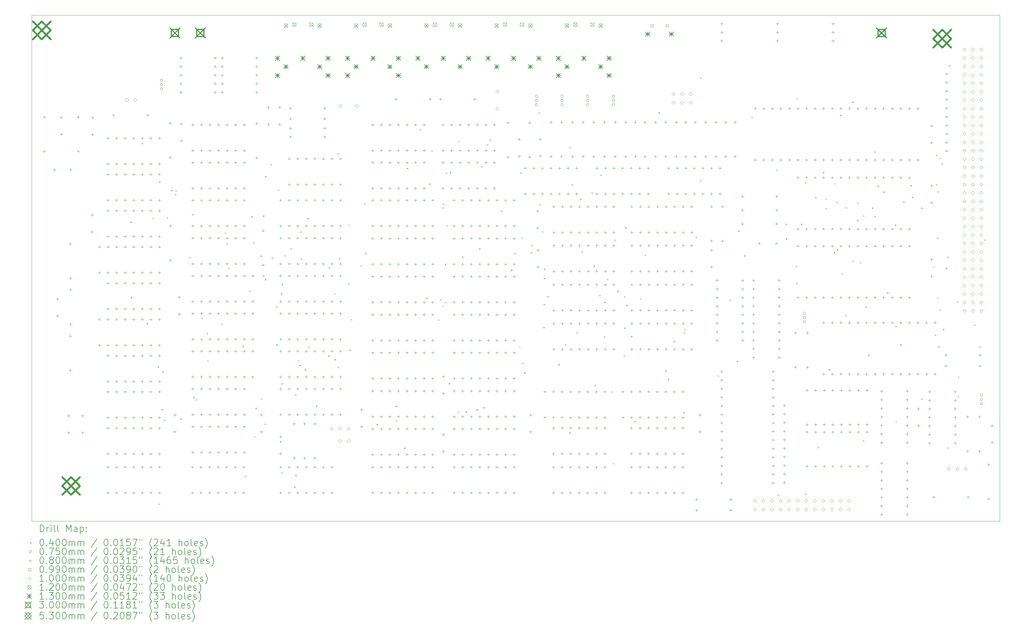
<source format=gbr>
%TF.GenerationSoftware,KiCad,Pcbnew,(6.0.10)*%
%TF.CreationDate,2023-03-31T21:36:53+03:00*%
%TF.ProjectId,delta48m,64656c74-6134-4386-9d2e-6b696361645f,1*%
%TF.SameCoordinates,Original*%
%TF.FileFunction,Drillmap*%
%TF.FilePolarity,Positive*%
%FSLAX45Y45*%
G04 Gerber Fmt 4.5, Leading zero omitted, Abs format (unit mm)*
G04 Created by KiCad (PCBNEW (6.0.10)) date 2023-03-31 21:36:53*
%MOMM*%
%LPD*%
G01*
G04 APERTURE LIST*
%ADD10C,0.100000*%
%ADD11C,0.200000*%
%ADD12C,0.040000*%
%ADD13C,0.075000*%
%ADD14C,0.080000*%
%ADD15C,0.099000*%
%ADD16C,0.120000*%
%ADD17C,0.130000*%
%ADD18C,0.300000*%
%ADD19C,0.530000*%
G04 APERTURE END LIST*
D10*
X6960000Y-7140000D02*
X35660000Y-7140000D01*
X35660000Y-7140000D02*
X35660000Y-22140000D01*
X35660000Y-22140000D02*
X6960000Y-22140000D01*
X6960000Y-22140000D02*
X6960000Y-7140000D01*
D11*
D12*
X9880990Y-13256570D02*
X9920990Y-13296570D01*
X9920990Y-13256570D02*
X9880990Y-13296570D01*
X9895900Y-15495510D02*
X9935900Y-15535510D01*
X9935900Y-15495510D02*
X9895900Y-15535510D01*
X10214170Y-10926330D02*
X10254170Y-10966330D01*
X10254170Y-10926330D02*
X10214170Y-10966330D01*
X10363830Y-16262250D02*
X10403830Y-16302250D01*
X10403830Y-16262250D02*
X10363830Y-16302250D01*
X10543300Y-13142490D02*
X10583300Y-13182490D01*
X10583300Y-13142490D02*
X10543300Y-13182490D01*
X10694770Y-17549220D02*
X10734770Y-17589220D01*
X10734770Y-17549220D02*
X10694770Y-17589220D01*
X10719460Y-21617130D02*
X10759460Y-21657130D01*
X10759460Y-21617130D02*
X10719460Y-21657130D01*
X10733770Y-12059860D02*
X10773770Y-12099860D01*
X10773770Y-12059860D02*
X10733770Y-12099860D01*
X10805700Y-18811500D02*
X10845700Y-18851500D01*
X10845700Y-18811500D02*
X10805700Y-18851500D01*
X10834700Y-17692900D02*
X10874700Y-17732900D01*
X10874700Y-17692900D02*
X10834700Y-17732900D01*
X10872510Y-19128770D02*
X10912510Y-19168770D01*
X10912510Y-19128770D02*
X10872510Y-19168770D01*
X10960670Y-13134610D02*
X11000670Y-13174610D01*
X11000670Y-13134610D02*
X10960670Y-13174610D01*
X11094810Y-12317520D02*
X11134810Y-12357520D01*
X11134810Y-12317520D02*
X11094810Y-12357520D01*
X11207180Y-12439680D02*
X11247180Y-12479680D01*
X11247180Y-12439680D02*
X11207180Y-12479680D01*
X11219800Y-12324520D02*
X11259800Y-12364520D01*
X11259800Y-12324520D02*
X11219800Y-12364520D01*
X11363830Y-19091740D02*
X11403830Y-19131740D01*
X11403830Y-19091740D02*
X11363830Y-19131740D01*
X11630180Y-14304040D02*
X11670180Y-14344040D01*
X11670180Y-14304040D02*
X11630180Y-14344040D01*
X11712720Y-13034830D02*
X11752720Y-13074830D01*
X11752720Y-13034830D02*
X11712720Y-13074830D01*
X11751970Y-18461510D02*
X11791970Y-18501510D01*
X11791970Y-18461510D02*
X11751970Y-18501510D01*
X11824210Y-18530720D02*
X11864210Y-18570720D01*
X11864210Y-18530720D02*
X11824210Y-18570720D01*
X11990370Y-16108020D02*
X12030370Y-16148020D01*
X12030370Y-16108020D02*
X11990370Y-16148020D01*
X12146560Y-16565230D02*
X12186560Y-16605230D01*
X12186560Y-16565230D02*
X12146560Y-16605230D01*
X12165590Y-17371320D02*
X12205590Y-17411320D01*
X12205590Y-17371320D02*
X12165590Y-17411320D01*
X12581500Y-16279980D02*
X12621500Y-16319980D01*
X12621500Y-16279980D02*
X12581500Y-16319980D01*
X12686460Y-13585850D02*
X12726460Y-13625850D01*
X12726460Y-13585850D02*
X12686460Y-13625850D01*
X12737240Y-13896650D02*
X12777240Y-13936650D01*
X12777240Y-13896650D02*
X12737240Y-13936650D01*
X12777110Y-14633010D02*
X12817110Y-14673010D01*
X12817110Y-14633010D02*
X12777110Y-14673010D01*
X13208020Y-16944310D02*
X13248020Y-16984310D01*
X13248020Y-16944310D02*
X13208020Y-16984310D01*
X13279370Y-20794350D02*
X13319370Y-20834350D01*
X13319370Y-20794350D02*
X13279370Y-20834350D01*
X13412920Y-15300240D02*
X13452920Y-15340240D01*
X13452920Y-15300240D02*
X13412920Y-15340240D01*
X13466100Y-13096080D02*
X13506100Y-13136080D01*
X13506100Y-13096080D02*
X13466100Y-13136080D01*
X13534530Y-13869400D02*
X13574530Y-13909400D01*
X13574530Y-13869400D02*
X13534530Y-13909400D01*
X13550750Y-19626860D02*
X13590750Y-19666860D01*
X13590750Y-19626860D02*
X13550750Y-19666860D01*
X13590330Y-18778300D02*
X13630330Y-18818300D01*
X13630330Y-18778300D02*
X13590330Y-18818300D01*
X13745590Y-14264250D02*
X13785590Y-14304250D01*
X13785590Y-14264250D02*
X13745590Y-14304250D01*
X13758410Y-18497430D02*
X13798410Y-18537430D01*
X13798410Y-18497430D02*
X13758410Y-18537430D01*
X13810550Y-14849550D02*
X13850550Y-14889550D01*
X13850550Y-14849550D02*
X13810550Y-14889550D01*
X13815780Y-13073990D02*
X13855780Y-13113990D01*
X13855780Y-13073990D02*
X13815780Y-13113990D01*
X13864930Y-19249360D02*
X13904930Y-19289360D01*
X13904930Y-19249360D02*
X13864930Y-19289360D01*
X13869480Y-14960100D02*
X13909480Y-15000100D01*
X13909480Y-14960100D02*
X13869480Y-15000100D01*
X13882400Y-11910350D02*
X13922400Y-11950350D01*
X13922400Y-11910350D02*
X13882400Y-11950350D01*
X14031970Y-11550850D02*
X14071970Y-11590850D01*
X14071970Y-11550850D02*
X14031970Y-11590850D01*
X14075100Y-14320580D02*
X14115100Y-14360580D01*
X14115100Y-14320580D02*
X14075100Y-14360580D01*
X14202300Y-15768500D02*
X14242300Y-15808500D01*
X14242300Y-15768500D02*
X14202300Y-15808500D01*
X14211950Y-16897450D02*
X14251950Y-16937450D01*
X14251950Y-16897450D02*
X14211950Y-16937450D01*
X14259620Y-12304540D02*
X14299620Y-12344540D01*
X14299620Y-12304540D02*
X14259620Y-12344540D01*
X14316590Y-19765380D02*
X14356590Y-19805380D01*
X14356590Y-19765380D02*
X14316590Y-19805380D01*
X14347590Y-15383550D02*
X14387590Y-15423550D01*
X14387590Y-15383550D02*
X14347590Y-15423550D01*
X14362060Y-20697060D02*
X14402060Y-20737060D01*
X14402060Y-20697060D02*
X14362060Y-20737060D01*
X14362980Y-18050360D02*
X14402980Y-18090360D01*
X14402980Y-18050360D02*
X14362980Y-18090360D01*
X14374670Y-15108980D02*
X14414670Y-15148980D01*
X14414670Y-15108980D02*
X14374670Y-15148980D01*
X14446070Y-14250180D02*
X14486070Y-14290180D01*
X14486070Y-14250180D02*
X14446070Y-14290180D01*
X14625170Y-14041660D02*
X14665170Y-14081660D01*
X14665170Y-14041660D02*
X14625170Y-14081660D01*
X14740390Y-21118860D02*
X14780390Y-21158860D01*
X14780390Y-21118860D02*
X14740390Y-21158860D01*
X14767500Y-18386830D02*
X14807500Y-18426830D01*
X14807500Y-18386830D02*
X14767500Y-18426830D01*
X14774390Y-20769570D02*
X14814390Y-20809570D01*
X14814390Y-20769570D02*
X14774390Y-20809570D01*
X14857840Y-17363970D02*
X14897840Y-17403970D01*
X14897840Y-17363970D02*
X14857840Y-17403970D01*
X14894880Y-17506690D02*
X14934880Y-17546690D01*
X14934880Y-17506690D02*
X14894880Y-17546690D01*
X14923650Y-13550060D02*
X14963650Y-13590060D01*
X14963650Y-13550060D02*
X14923650Y-13590060D01*
X14941080Y-14354870D02*
X14981080Y-14394870D01*
X14981080Y-14354870D02*
X14941080Y-14394870D01*
X15055670Y-17634300D02*
X15095670Y-17674300D01*
X15095670Y-17634300D02*
X15055670Y-17674300D01*
X15136340Y-13149570D02*
X15176340Y-13189570D01*
X15176340Y-13149570D02*
X15136340Y-13189570D01*
X15166420Y-16971310D02*
X15206420Y-17011310D01*
X15206420Y-16971310D02*
X15166420Y-17011310D01*
X15383400Y-18713650D02*
X15423400Y-18753650D01*
X15423400Y-18713650D02*
X15383400Y-18753650D01*
X15747260Y-17221610D02*
X15787260Y-17261610D01*
X15787260Y-17221610D02*
X15747260Y-17261610D01*
X15760740Y-14605550D02*
X15800740Y-14645550D01*
X15800740Y-14605550D02*
X15760740Y-14645550D01*
X15924560Y-15383550D02*
X15964560Y-15423550D01*
X15964560Y-15383550D02*
X15924560Y-15423550D01*
X15933700Y-17334870D02*
X15973700Y-17374870D01*
X15973700Y-17334870D02*
X15933700Y-17374870D01*
X16021400Y-11230160D02*
X16061400Y-11270160D01*
X16061400Y-11230160D02*
X16021400Y-11270160D01*
X16041880Y-17562200D02*
X16081880Y-17602200D01*
X16081880Y-17562200D02*
X16041880Y-17602200D01*
X16072760Y-14348470D02*
X16112760Y-14388470D01*
X16112760Y-14348470D02*
X16072760Y-14388470D01*
X16338400Y-15084750D02*
X16378400Y-15124750D01*
X16378400Y-15084750D02*
X16338400Y-15124750D01*
X16348570Y-13350730D02*
X16388570Y-13390730D01*
X16388570Y-13350730D02*
X16348570Y-13390730D01*
X16373220Y-17055350D02*
X16413220Y-17095350D01*
X16413220Y-17055350D02*
X16373220Y-17095350D01*
X16421890Y-16147790D02*
X16461890Y-16187790D01*
X16461890Y-16147790D02*
X16421890Y-16187790D01*
X16708090Y-14556620D02*
X16748090Y-14596620D01*
X16748090Y-14556620D02*
X16708090Y-14596620D01*
X16828860Y-12722810D02*
X16868860Y-12762810D01*
X16868860Y-12722810D02*
X16828860Y-12762810D01*
X16848450Y-14186690D02*
X16888450Y-14226690D01*
X16888450Y-14186690D02*
X16848450Y-14226690D01*
X17182430Y-19259840D02*
X17222430Y-19299840D01*
X17222430Y-19259840D02*
X17182430Y-19299840D01*
X17748980Y-19155850D02*
X17788980Y-19195850D01*
X17788980Y-19155850D02*
X17748980Y-19195850D01*
X17749300Y-18718440D02*
X17789300Y-18758440D01*
X17789300Y-18718440D02*
X17749300Y-18758440D01*
X17999230Y-19960000D02*
X18039230Y-20000000D01*
X18039230Y-19960000D02*
X17999230Y-20000000D01*
X18081660Y-11666260D02*
X18121660Y-11706260D01*
X18121660Y-11666260D02*
X18081660Y-11706260D01*
X18462420Y-10517050D02*
X18502420Y-10557050D01*
X18502420Y-10517050D02*
X18462420Y-10557050D01*
X18653150Y-15508960D02*
X18693150Y-15548960D01*
X18693150Y-15508960D02*
X18653150Y-15548960D01*
X18744810Y-12127680D02*
X18784810Y-12167680D01*
X18784810Y-12127680D02*
X18744810Y-12167680D01*
X18808630Y-11145040D02*
X18848630Y-11185040D01*
X18848630Y-11145040D02*
X18808630Y-11185040D01*
X19006880Y-16161560D02*
X19046880Y-16201560D01*
X19046880Y-16161560D02*
X19006880Y-16201560D01*
X19060570Y-15557110D02*
X19100570Y-15597110D01*
X19100570Y-15557110D02*
X19060570Y-15597110D01*
X19137450Y-12836920D02*
X19177450Y-12876920D01*
X19177450Y-12836920D02*
X19137450Y-12876920D01*
X19141190Y-15745600D02*
X19181190Y-15785600D01*
X19181190Y-15745600D02*
X19141190Y-15785600D01*
X19155080Y-12722210D02*
X19195080Y-12762210D01*
X19195080Y-12722210D02*
X19155080Y-12762210D01*
X19209040Y-14508530D02*
X19249040Y-14548530D01*
X19249040Y-14508530D02*
X19209040Y-14548530D01*
X19213830Y-15641260D02*
X19253830Y-15681260D01*
X19253830Y-15641260D02*
X19213830Y-15681260D01*
X19238910Y-11807060D02*
X19278910Y-11847060D01*
X19278910Y-11807060D02*
X19238910Y-11847060D01*
X19259440Y-13371690D02*
X19299440Y-13411690D01*
X19299440Y-13371690D02*
X19259440Y-13411690D01*
X19319050Y-18043620D02*
X19359050Y-18083620D01*
X19359050Y-18043620D02*
X19319050Y-18083620D01*
X19352870Y-11794000D02*
X19392870Y-11834000D01*
X19392870Y-11794000D02*
X19352870Y-11834000D01*
X19590200Y-18886950D02*
X19630200Y-18926950D01*
X19630200Y-18886950D02*
X19590200Y-18926950D01*
X19617490Y-10860680D02*
X19657490Y-10900680D01*
X19657490Y-10860680D02*
X19617490Y-10900680D01*
X19717200Y-14296210D02*
X19757200Y-14336210D01*
X19757200Y-14296210D02*
X19717200Y-14336210D01*
X19825640Y-18888170D02*
X19865640Y-18928170D01*
X19865640Y-18888170D02*
X19825640Y-18928170D01*
X20144200Y-18819090D02*
X20184200Y-18859090D01*
X20184200Y-18819090D02*
X20144200Y-18859090D01*
X20225200Y-14051040D02*
X20265200Y-14091040D01*
X20265200Y-14051040D02*
X20225200Y-14091040D01*
X20287310Y-11609310D02*
X20327310Y-11649310D01*
X20327310Y-11609310D02*
X20287310Y-11649310D01*
X20352200Y-18757060D02*
X20392200Y-18797060D01*
X20392200Y-18757060D02*
X20352200Y-18797060D01*
X20460640Y-10957920D02*
X20500640Y-10997920D01*
X20500640Y-10957920D02*
X20460640Y-10997920D01*
X20537300Y-10826110D02*
X20577300Y-10866110D01*
X20577300Y-10826110D02*
X20537300Y-10866110D01*
X20875900Y-12932870D02*
X20915900Y-12972870D01*
X20915900Y-12932870D02*
X20875900Y-12972870D01*
X21167930Y-14679980D02*
X21207930Y-14719980D01*
X21207930Y-14679980D02*
X21167930Y-14719980D01*
X21262650Y-14186690D02*
X21302650Y-14226690D01*
X21302650Y-14186690D02*
X21262650Y-14226690D01*
X21410990Y-16965450D02*
X21450990Y-17005450D01*
X21450990Y-16965450D02*
X21410990Y-17005450D01*
X21451630Y-11799010D02*
X21491630Y-11839010D01*
X21491630Y-11799010D02*
X21451630Y-11839010D01*
X21487010Y-13732660D02*
X21527010Y-13772660D01*
X21527010Y-13732660D02*
X21487010Y-13772660D01*
X21500050Y-17444680D02*
X21540050Y-17484680D01*
X21540050Y-17444680D02*
X21500050Y-17484680D01*
X21558500Y-17728950D02*
X21598500Y-17768950D01*
X21598500Y-17728950D02*
X21558500Y-17768950D01*
X21762210Y-14165010D02*
X21802210Y-14205010D01*
X21802210Y-14165010D02*
X21762210Y-14205010D01*
X21779420Y-13950100D02*
X21819420Y-13990100D01*
X21819420Y-13950100D02*
X21779420Y-13990100D01*
X21996640Y-10021110D02*
X22036640Y-10061110D01*
X22036640Y-10021110D02*
X21996640Y-10061110D01*
X22009380Y-12735480D02*
X22049380Y-12775480D01*
X22049380Y-12735480D02*
X22009380Y-12775480D01*
X22085330Y-13542740D02*
X22125330Y-13582740D01*
X22125330Y-13542740D02*
X22085330Y-13582740D01*
X22128460Y-16382150D02*
X22168460Y-16422150D01*
X22168460Y-16382150D02*
X22128460Y-16422150D01*
X22138150Y-15702770D02*
X22178150Y-15742770D01*
X22178150Y-15702770D02*
X22138150Y-15742770D01*
X22140380Y-14648680D02*
X22180380Y-14688680D01*
X22180380Y-14648680D02*
X22140380Y-14688680D01*
X22142830Y-14924320D02*
X22182830Y-14964320D01*
X22182830Y-14924320D02*
X22142830Y-14964320D01*
X22244240Y-15463350D02*
X22284240Y-15503350D01*
X22284240Y-15463350D02*
X22244240Y-15503350D01*
X22576420Y-17481440D02*
X22616420Y-17521440D01*
X22616420Y-17481440D02*
X22576420Y-17521440D01*
X22772500Y-16891270D02*
X22812500Y-16931270D01*
X22812500Y-16891270D02*
X22772500Y-16931270D01*
X22898120Y-19506600D02*
X22938120Y-19546600D01*
X22938120Y-19506600D02*
X22898120Y-19546600D01*
X22915680Y-11043130D02*
X22955680Y-11083130D01*
X22955680Y-11043130D02*
X22915680Y-11083130D01*
X22966670Y-12154830D02*
X23006670Y-12194830D01*
X23006670Y-12154830D02*
X22966670Y-12194830D01*
X23111110Y-16535880D02*
X23151110Y-16575880D01*
X23151110Y-16535880D02*
X23111110Y-16575880D01*
X23221440Y-12579050D02*
X23261440Y-12619050D01*
X23261440Y-12579050D02*
X23221440Y-12619050D01*
X23258240Y-14143660D02*
X23298240Y-14183660D01*
X23298240Y-14143660D02*
X23258240Y-14183660D01*
X23557810Y-12391530D02*
X23597810Y-12431530D01*
X23597810Y-12391530D02*
X23557810Y-12431530D01*
X23620270Y-14560110D02*
X23660270Y-14600110D01*
X23660270Y-14560110D02*
X23620270Y-14600110D01*
X23647860Y-18095020D02*
X23687860Y-18135020D01*
X23687860Y-18095020D02*
X23647860Y-18135020D01*
X23787680Y-15426370D02*
X23827680Y-15466370D01*
X23827680Y-15426370D02*
X23787680Y-15466370D01*
X23818990Y-11865920D02*
X23858990Y-11905920D01*
X23858990Y-11865920D02*
X23818990Y-11905920D01*
X23921680Y-16656220D02*
X23961680Y-16696220D01*
X23961680Y-16656220D02*
X23921680Y-16696220D01*
X23938320Y-15636460D02*
X23978320Y-15676460D01*
X23978320Y-15636460D02*
X23938320Y-15676460D01*
X24012970Y-14955220D02*
X24052970Y-14995220D01*
X24052970Y-14955220D02*
X24012970Y-14995220D01*
X24141190Y-18293130D02*
X24181190Y-18333130D01*
X24181190Y-18293130D02*
X24141190Y-18333130D01*
X24189250Y-20412480D02*
X24229250Y-20452480D01*
X24229250Y-20412480D02*
X24189250Y-20452480D01*
X24223720Y-13787810D02*
X24263720Y-13827810D01*
X24263720Y-13787810D02*
X24223720Y-13827810D01*
X24322860Y-15310390D02*
X24362860Y-15350390D01*
X24362860Y-15310390D02*
X24322860Y-15350390D01*
X24515740Y-17218150D02*
X24555740Y-17258150D01*
X24555740Y-17218150D02*
X24515740Y-17258150D01*
X24524110Y-16399400D02*
X24564110Y-16439400D01*
X24564110Y-16399400D02*
X24524110Y-16439400D01*
X24524450Y-15473910D02*
X24564450Y-15513910D01*
X24564450Y-15473910D02*
X24524450Y-15513910D01*
X24552910Y-13420280D02*
X24592910Y-13460280D01*
X24592910Y-13420280D02*
X24552910Y-13460280D01*
X24587090Y-15727700D02*
X24627090Y-15767700D01*
X24627090Y-15727700D02*
X24587090Y-15767700D01*
X24726910Y-16653410D02*
X24766910Y-16693410D01*
X24766910Y-16653410D02*
X24726910Y-16693410D01*
X24822700Y-19163330D02*
X24862700Y-19203330D01*
X24862700Y-19163330D02*
X24822700Y-19203330D01*
X25000740Y-15527140D02*
X25040740Y-15567140D01*
X25040740Y-15527140D02*
X25000740Y-15567140D01*
X25133440Y-14235610D02*
X25173440Y-14275610D01*
X25173440Y-14235610D02*
X25133440Y-14275610D01*
X25547700Y-10015450D02*
X25587700Y-10055450D01*
X25587700Y-10015450D02*
X25547700Y-10055450D01*
X25739930Y-17667990D02*
X25779930Y-17707990D01*
X25779930Y-17667990D02*
X25739930Y-17707990D01*
X25814530Y-17919030D02*
X25854530Y-17959030D01*
X25854530Y-17919030D02*
X25814530Y-17959030D01*
X25989720Y-16795620D02*
X26029720Y-16835620D01*
X26029720Y-16795620D02*
X25989720Y-16835620D01*
X26278600Y-18899330D02*
X26318600Y-18939330D01*
X26318600Y-18899330D02*
X26278600Y-18939330D01*
X26290420Y-16535880D02*
X26330420Y-16575880D01*
X26330420Y-16535880D02*
X26290420Y-16575880D01*
X26299290Y-16435860D02*
X26339290Y-16475860D01*
X26339290Y-16435860D02*
X26299290Y-16475860D01*
X26644970Y-13699280D02*
X26684970Y-13739280D01*
X26684970Y-13699280D02*
X26644970Y-13739280D01*
X26775790Y-8987370D02*
X26815790Y-9027370D01*
X26815790Y-8987370D02*
X26775790Y-9027370D01*
X26775920Y-12024250D02*
X26815920Y-12064250D01*
X26815920Y-12024250D02*
X26775920Y-12064250D01*
X27297860Y-17814900D02*
X27337860Y-17854900D01*
X27337860Y-17814900D02*
X27297860Y-17854900D01*
X27647220Y-15571450D02*
X27687220Y-15611450D01*
X27687220Y-15571450D02*
X27647220Y-15611450D01*
X27862080Y-17383390D02*
X27902080Y-17423390D01*
X27902080Y-17383390D02*
X27862080Y-17423390D01*
X27905330Y-13522470D02*
X27945330Y-13562470D01*
X27945330Y-13522470D02*
X27905330Y-13562470D01*
X28080370Y-14257600D02*
X28120370Y-14297600D01*
X28120370Y-14257600D02*
X28080370Y-14297600D01*
X28297940Y-10153820D02*
X28337940Y-10193820D01*
X28337940Y-10153820D02*
X28297940Y-10193820D01*
X29035920Y-11710380D02*
X29075920Y-11750380D01*
X29075920Y-11710380D02*
X29035920Y-11750380D01*
X29078710Y-21349170D02*
X29118710Y-21389170D01*
X29118710Y-21349170D02*
X29078710Y-21389170D01*
X29317660Y-13324070D02*
X29357660Y-13364070D01*
X29357660Y-13324070D02*
X29317660Y-13364070D01*
X29319060Y-13753030D02*
X29359060Y-13793030D01*
X29359060Y-13753030D02*
X29319060Y-13793030D01*
X29612740Y-14572230D02*
X29652740Y-14612230D01*
X29652740Y-14572230D02*
X29612740Y-14612230D01*
X29627740Y-15075240D02*
X29667740Y-15115240D01*
X29667740Y-15075240D02*
X29627740Y-15115240D01*
X29640690Y-9590970D02*
X29680690Y-9630970D01*
X29680690Y-9590970D02*
X29640690Y-9630970D01*
X29768050Y-13318420D02*
X29808050Y-13358420D01*
X29808050Y-13318420D02*
X29768050Y-13358420D01*
X29888460Y-21310640D02*
X29928460Y-21350640D01*
X29928460Y-21310640D02*
X29888460Y-21350640D01*
X29892980Y-12095650D02*
X29932980Y-12135650D01*
X29932980Y-12095650D02*
X29892980Y-12135650D01*
X30184680Y-12527860D02*
X30224680Y-12567860D01*
X30224680Y-12527860D02*
X30184680Y-12567860D01*
X30264710Y-19931480D02*
X30304710Y-19971480D01*
X30304710Y-19931480D02*
X30264710Y-19971480D01*
X30413850Y-11783410D02*
X30453850Y-11823410D01*
X30453850Y-11783410D02*
X30413850Y-11823410D01*
X30488650Y-12572820D02*
X30528650Y-12612820D01*
X30528650Y-12572820D02*
X30488650Y-12612820D01*
X30498970Y-12855790D02*
X30538970Y-12895790D01*
X30538970Y-12855790D02*
X30498970Y-12895790D01*
X30602710Y-17634940D02*
X30642710Y-17674940D01*
X30642710Y-17634940D02*
X30602710Y-17674940D01*
X30741810Y-14159320D02*
X30781810Y-14199320D01*
X30781810Y-14159320D02*
X30741810Y-14199320D01*
X30758650Y-12114900D02*
X30798650Y-12154900D01*
X30798650Y-12114900D02*
X30758650Y-12154900D01*
X30824530Y-12667830D02*
X30864530Y-12707830D01*
X30864530Y-12667830D02*
X30824530Y-12707830D01*
X30827350Y-14080200D02*
X30867350Y-14120200D01*
X30867350Y-14080200D02*
X30827350Y-14120200D01*
X30926260Y-10090650D02*
X30966260Y-10130650D01*
X30966260Y-10090650D02*
X30926260Y-10130650D01*
X30973940Y-14776270D02*
X31013940Y-14816270D01*
X31013940Y-14776270D02*
X30973940Y-14816270D01*
X31086580Y-16024120D02*
X31126580Y-16064120D01*
X31126580Y-16024120D02*
X31086580Y-16064120D01*
X31093850Y-12828550D02*
X31133850Y-12868550D01*
X31133850Y-12828550D02*
X31093850Y-12868550D01*
X31287090Y-9701380D02*
X31327090Y-9741380D01*
X31327090Y-9701380D02*
X31287090Y-9741380D01*
X31298310Y-14412160D02*
X31338310Y-14452160D01*
X31338310Y-14412160D02*
X31298310Y-14452160D01*
X31429340Y-13207140D02*
X31469340Y-13247140D01*
X31469340Y-13207140D02*
X31429340Y-13247140D01*
X31438050Y-12695840D02*
X31478050Y-12735840D01*
X31478050Y-12695840D02*
X31438050Y-12735840D01*
X31511640Y-14460870D02*
X31551640Y-14500870D01*
X31551640Y-14460870D02*
X31511640Y-14500870D01*
X31603750Y-19748270D02*
X31643750Y-19788270D01*
X31643750Y-19748270D02*
X31603750Y-19788270D01*
X31606130Y-13072010D02*
X31646130Y-13112010D01*
X31646130Y-13072010D02*
X31606130Y-13112010D01*
X31678100Y-15780980D02*
X31718100Y-15820980D01*
X31718100Y-15780980D02*
X31678100Y-15820980D01*
X31757340Y-17207830D02*
X31797340Y-17247830D01*
X31797340Y-17207830D02*
X31757340Y-17247830D01*
X31870770Y-12841780D02*
X31910770Y-12881780D01*
X31910770Y-12841780D02*
X31870770Y-12881780D01*
X31941350Y-11176560D02*
X31981350Y-11216560D01*
X31981350Y-11176560D02*
X31941350Y-11216560D01*
X31947800Y-13084170D02*
X31987800Y-13124170D01*
X31987800Y-13084170D02*
X31947800Y-13124170D01*
X32034240Y-12191000D02*
X32074240Y-12231000D01*
X32074240Y-12191000D02*
X32034240Y-12231000D01*
X32213820Y-12362230D02*
X32253820Y-12402230D01*
X32253820Y-12362230D02*
X32213820Y-12402230D01*
X32323460Y-15356460D02*
X32363460Y-15396460D01*
X32363460Y-15356460D02*
X32323460Y-15396460D01*
X32554400Y-13344280D02*
X32594400Y-13384280D01*
X32594400Y-13344280D02*
X32554400Y-13384280D01*
X32566830Y-16346290D02*
X32606830Y-16386290D01*
X32606830Y-16346290D02*
X32566830Y-16386290D01*
X32569240Y-19174580D02*
X32609240Y-19214580D01*
X32609240Y-19174580D02*
X32569240Y-19214580D01*
X32708300Y-16899350D02*
X32748300Y-16939350D01*
X32748300Y-16899350D02*
X32708300Y-16939350D01*
X32800000Y-12663430D02*
X32840000Y-12703430D01*
X32840000Y-12663430D02*
X32800000Y-12703430D01*
X33014630Y-12173590D02*
X33054630Y-12213590D01*
X33054630Y-12173590D02*
X33014630Y-12213590D01*
X33059140Y-12520710D02*
X33099140Y-12560710D01*
X33099140Y-12520710D02*
X33059140Y-12560710D01*
X33327520Y-18501680D02*
X33367520Y-18541680D01*
X33367520Y-18501680D02*
X33327520Y-18541680D01*
X33334440Y-12841780D02*
X33374440Y-12881780D01*
X33374440Y-12841780D02*
X33334440Y-12881780D01*
X33688090Y-14578880D02*
X33728090Y-14618880D01*
X33728090Y-14578880D02*
X33688090Y-14618880D01*
X33733050Y-16605370D02*
X33773050Y-16645370D01*
X33773050Y-16605370D02*
X33733050Y-16645370D01*
X33765450Y-12154600D02*
X33805450Y-12194600D01*
X33805450Y-12154600D02*
X33765450Y-12194600D01*
X33778530Y-11272090D02*
X33818530Y-11312090D01*
X33818530Y-11272090D02*
X33778530Y-11312090D01*
X33803330Y-13725340D02*
X33843330Y-13765340D01*
X33843330Y-13725340D02*
X33803330Y-13765340D01*
X33807570Y-15501820D02*
X33847570Y-15541820D01*
X33847570Y-15501820D02*
X33807570Y-15541820D01*
X33822010Y-12354000D02*
X33862010Y-12394000D01*
X33862010Y-12354000D02*
X33822010Y-12394000D01*
X33837840Y-16948980D02*
X33877840Y-16988980D01*
X33877840Y-16948980D02*
X33837840Y-16988980D01*
X33878770Y-15859470D02*
X33918770Y-15899470D01*
X33918770Y-15859470D02*
X33878770Y-15899470D01*
X33878780Y-11368180D02*
X33918780Y-11408180D01*
X33918780Y-11368180D02*
X33878780Y-11408180D01*
X33939810Y-11524610D02*
X33979810Y-11564610D01*
X33979810Y-11524610D02*
X33939810Y-11564610D01*
X33974900Y-16439100D02*
X34014900Y-16479100D01*
X34014900Y-16439100D02*
X33974900Y-16479100D01*
X34066070Y-14629720D02*
X34106070Y-14669720D01*
X34106070Y-14629720D02*
X34066070Y-14669720D01*
X34104860Y-14294480D02*
X34144860Y-14334480D01*
X34144860Y-14294480D02*
X34104860Y-14334480D01*
X34109370Y-19948230D02*
X34149370Y-19988230D01*
X34149370Y-19948230D02*
X34109370Y-19988230D01*
X34151900Y-8627290D02*
X34191900Y-8667290D01*
X34191900Y-8627290D02*
X34151900Y-8667290D01*
X34386630Y-15622410D02*
X34426630Y-15662410D01*
X34426630Y-15622410D02*
X34386630Y-15662410D01*
X34409230Y-18428370D02*
X34449230Y-18468370D01*
X34449230Y-18428370D02*
X34409230Y-18468370D01*
X34419960Y-17849810D02*
X34459960Y-17889810D01*
X34459960Y-17849810D02*
X34419960Y-17889810D01*
X34904270Y-16309470D02*
X34944270Y-16349470D01*
X34944270Y-16309470D02*
X34904270Y-16349470D01*
X35053590Y-16953440D02*
X35093590Y-16993440D01*
X35093590Y-16953440D02*
X35053590Y-16993440D01*
X35201780Y-13785010D02*
X35241780Y-13825010D01*
X35241780Y-13785010D02*
X35201780Y-13825010D01*
D13*
X10847700Y-9070400D02*
G75*
G03*
X10847700Y-9070400I-37500J0D01*
G01*
X10847700Y-9197400D02*
G75*
G03*
X10847700Y-9197400I-37500J0D01*
G01*
X10847700Y-9324400D02*
G75*
G03*
X10847700Y-9324400I-37500J0D01*
G01*
X21960200Y-9540300D02*
G75*
G03*
X21960200Y-9540300I-37500J0D01*
G01*
X21960200Y-9667300D02*
G75*
G03*
X21960200Y-9667300I-37500J0D01*
G01*
X21960200Y-9794300D02*
G75*
G03*
X21960200Y-9794300I-37500J0D01*
G01*
X22722200Y-9540300D02*
G75*
G03*
X22722200Y-9540300I-37500J0D01*
G01*
X22722200Y-9667300D02*
G75*
G03*
X22722200Y-9667300I-37500J0D01*
G01*
X22722200Y-9794300D02*
G75*
G03*
X22722200Y-9794300I-37500J0D01*
G01*
X23484200Y-9540300D02*
G75*
G03*
X23484200Y-9540300I-37500J0D01*
G01*
X23484200Y-9667300D02*
G75*
G03*
X23484200Y-9667300I-37500J0D01*
G01*
X23484200Y-9794300D02*
G75*
G03*
X23484200Y-9794300I-37500J0D01*
G01*
X24246200Y-9540300D02*
G75*
G03*
X24246200Y-9540300I-37500J0D01*
G01*
X24246200Y-9667300D02*
G75*
G03*
X24246200Y-9667300I-37500J0D01*
G01*
X24246200Y-9794300D02*
G75*
G03*
X24246200Y-9794300I-37500J0D01*
G01*
X29910400Y-15979200D02*
G75*
G03*
X29910400Y-15979200I-37500J0D01*
G01*
X29910400Y-16106200D02*
G75*
G03*
X29910400Y-16106200I-37500J0D01*
G01*
X29910400Y-16233200D02*
G75*
G03*
X29910400Y-16233200I-37500J0D01*
G01*
X35155500Y-18404900D02*
G75*
G03*
X35155500Y-18404900I-37500J0D01*
G01*
X35155500Y-18531900D02*
G75*
G03*
X35155500Y-18531900I-37500J0D01*
G01*
X35155500Y-18658900D02*
G75*
G03*
X35155500Y-18658900I-37500J0D01*
G01*
D14*
X7328300Y-10122600D02*
X7328300Y-10202600D01*
X7288300Y-10162600D02*
X7368300Y-10162600D01*
X7328300Y-11138600D02*
X7328300Y-11218600D01*
X7288300Y-11178600D02*
X7368300Y-11178600D01*
X7629400Y-11684700D02*
X7629400Y-11764700D01*
X7589400Y-11724700D02*
X7669400Y-11724700D01*
X7722000Y-15511400D02*
X7722000Y-15591400D01*
X7682000Y-15551400D02*
X7762000Y-15551400D01*
X7722000Y-16011400D02*
X7722000Y-16091400D01*
X7682000Y-16051400D02*
X7762000Y-16051400D01*
X7836300Y-10130600D02*
X7836300Y-10210600D01*
X7796300Y-10170600D02*
X7876300Y-10170600D01*
X7836300Y-10630600D02*
X7836300Y-10710600D01*
X7796300Y-10670600D02*
X7876300Y-10670600D01*
X8052200Y-18978500D02*
X8052200Y-19058500D01*
X8012200Y-19018500D02*
X8092200Y-19018500D01*
X8052200Y-19478500D02*
X8052200Y-19558500D01*
X8012200Y-19518500D02*
X8092200Y-19518500D01*
X8103000Y-13881800D02*
X8103000Y-13961800D01*
X8063000Y-13921800D02*
X8143000Y-13921800D01*
X8103000Y-14897800D02*
X8103000Y-14977800D01*
X8063000Y-14937800D02*
X8143000Y-14937800D01*
X8103000Y-16612300D02*
X8103000Y-16692300D01*
X8063000Y-16652300D02*
X8143000Y-16652300D01*
X8103000Y-17628300D02*
X8103000Y-17708300D01*
X8063000Y-17668300D02*
X8143000Y-17668300D01*
X8115700Y-15240700D02*
X8115700Y-15320700D01*
X8075700Y-15280700D02*
X8155700Y-15280700D01*
X8115700Y-16256700D02*
X8115700Y-16336700D01*
X8075700Y-16296700D02*
X8155700Y-16296700D01*
X8117400Y-11684700D02*
X8117400Y-11764700D01*
X8077400Y-11724700D02*
X8157400Y-11724700D01*
X8344300Y-10122600D02*
X8344300Y-10202600D01*
X8304300Y-10162600D02*
X8384300Y-10162600D01*
X8344300Y-11138600D02*
X8344300Y-11218600D01*
X8304300Y-11178600D02*
X8384300Y-11178600D01*
X8471300Y-18978500D02*
X8471300Y-19058500D01*
X8431300Y-19018500D02*
X8511300Y-19018500D01*
X8471300Y-19478500D02*
X8471300Y-19558500D01*
X8431300Y-19518500D02*
X8511300Y-19518500D01*
X8750700Y-13025900D02*
X8750700Y-13105900D01*
X8710700Y-13065900D02*
X8790700Y-13065900D01*
X8750700Y-13525900D02*
X8750700Y-13605900D01*
X8710700Y-13565900D02*
X8790700Y-13565900D01*
X8763400Y-10139300D02*
X8763400Y-10219300D01*
X8723400Y-10179300D02*
X8803400Y-10179300D01*
X8763400Y-10639300D02*
X8763400Y-10719300D01*
X8723400Y-10679300D02*
X8803400Y-10679300D01*
X8968100Y-13970900D02*
X8968100Y-14050900D01*
X8928100Y-14010900D02*
X9008100Y-14010900D01*
X8968100Y-14732900D02*
X8968100Y-14812900D01*
X8928100Y-14772900D02*
X9008100Y-14772900D01*
X8968100Y-16120900D02*
X8968100Y-16200900D01*
X8928100Y-16160900D02*
X9008100Y-16160900D01*
X8968100Y-16882900D02*
X8968100Y-16962900D01*
X8928100Y-16922900D02*
X9008100Y-16922900D01*
X9220600Y-10744900D02*
X9220600Y-10824900D01*
X9180600Y-10784900D02*
X9260600Y-10784900D01*
X9220600Y-11506900D02*
X9220600Y-11586900D01*
X9180600Y-11546900D02*
X9260600Y-11546900D01*
X9221600Y-20499500D02*
X9221600Y-20579500D01*
X9181600Y-20539500D02*
X9261600Y-20539500D01*
X9221600Y-21261500D02*
X9221600Y-21341500D01*
X9181600Y-21301500D02*
X9261600Y-21301500D01*
X9222100Y-11820900D02*
X9222100Y-11900900D01*
X9182100Y-11860900D02*
X9262100Y-11860900D01*
X9222100Y-12582900D02*
X9222100Y-12662900D01*
X9182100Y-12622900D02*
X9262100Y-12622900D01*
X9222100Y-12895900D02*
X9222100Y-12975900D01*
X9182100Y-12935900D02*
X9262100Y-12935900D01*
X9222100Y-13657900D02*
X9222100Y-13737900D01*
X9182100Y-13697900D02*
X9262100Y-13697900D01*
X9222100Y-13970900D02*
X9222100Y-14050900D01*
X9182100Y-14010900D02*
X9262100Y-14010900D01*
X9222100Y-14732900D02*
X9222100Y-14812900D01*
X9182100Y-14772900D02*
X9262100Y-14772900D01*
X9222100Y-15045900D02*
X9222100Y-15125900D01*
X9182100Y-15085900D02*
X9262100Y-15085900D01*
X9222100Y-15807900D02*
X9222100Y-15887900D01*
X9182100Y-15847900D02*
X9262100Y-15847900D01*
X9222100Y-16120900D02*
X9222100Y-16200900D01*
X9182100Y-16160900D02*
X9262100Y-16160900D01*
X9222100Y-16882900D02*
X9222100Y-16962900D01*
X9182100Y-16922900D02*
X9262100Y-16922900D01*
X9222100Y-17195900D02*
X9222100Y-17275900D01*
X9182100Y-17235900D02*
X9262100Y-17235900D01*
X9222100Y-17957900D02*
X9222100Y-18037900D01*
X9182100Y-17997900D02*
X9262100Y-17997900D01*
X9222100Y-18270900D02*
X9222100Y-18350900D01*
X9182100Y-18310900D02*
X9262100Y-18310900D01*
X9222100Y-19032900D02*
X9222100Y-19112900D01*
X9182100Y-19072900D02*
X9262100Y-19072900D01*
X9222100Y-19345900D02*
X9222100Y-19425900D01*
X9182100Y-19385900D02*
X9262100Y-19385900D01*
X9222100Y-20107900D02*
X9222100Y-20187900D01*
X9182100Y-20147900D02*
X9262100Y-20147900D01*
X9385700Y-10059100D02*
X9385700Y-10139100D01*
X9345700Y-10099100D02*
X9425700Y-10099100D01*
X9474600Y-10744900D02*
X9474600Y-10824900D01*
X9434600Y-10784900D02*
X9514600Y-10784900D01*
X9474600Y-11506900D02*
X9474600Y-11586900D01*
X9434600Y-11546900D02*
X9514600Y-11546900D01*
X9475600Y-20499500D02*
X9475600Y-20579500D01*
X9435600Y-20539500D02*
X9515600Y-20539500D01*
X9475600Y-21261500D02*
X9475600Y-21341500D01*
X9435600Y-21301500D02*
X9515600Y-21301500D01*
X9476100Y-11820900D02*
X9476100Y-11900900D01*
X9436100Y-11860900D02*
X9516100Y-11860900D01*
X9476100Y-12582900D02*
X9476100Y-12662900D01*
X9436100Y-12622900D02*
X9516100Y-12622900D01*
X9476100Y-12895900D02*
X9476100Y-12975900D01*
X9436100Y-12935900D02*
X9516100Y-12935900D01*
X9476100Y-13657900D02*
X9476100Y-13737900D01*
X9436100Y-13697900D02*
X9516100Y-13697900D01*
X9476100Y-13970900D02*
X9476100Y-14050900D01*
X9436100Y-14010900D02*
X9516100Y-14010900D01*
X9476100Y-14732900D02*
X9476100Y-14812900D01*
X9436100Y-14772900D02*
X9516100Y-14772900D01*
X9476100Y-15045900D02*
X9476100Y-15125900D01*
X9436100Y-15085900D02*
X9516100Y-15085900D01*
X9476100Y-15807900D02*
X9476100Y-15887900D01*
X9436100Y-15847900D02*
X9516100Y-15847900D01*
X9476100Y-16120900D02*
X9476100Y-16200900D01*
X9436100Y-16160900D02*
X9516100Y-16160900D01*
X9476100Y-16882900D02*
X9476100Y-16962900D01*
X9436100Y-16922900D02*
X9516100Y-16922900D01*
X9476100Y-17195900D02*
X9476100Y-17275900D01*
X9436100Y-17235900D02*
X9516100Y-17235900D01*
X9476100Y-17957900D02*
X9476100Y-18037900D01*
X9436100Y-17997900D02*
X9516100Y-17997900D01*
X9476100Y-18270900D02*
X9476100Y-18350900D01*
X9436100Y-18310900D02*
X9516100Y-18310900D01*
X9476100Y-19032900D02*
X9476100Y-19112900D01*
X9436100Y-19072900D02*
X9516100Y-19072900D01*
X9476100Y-19345900D02*
X9476100Y-19425900D01*
X9436100Y-19385900D02*
X9516100Y-19385900D01*
X9476100Y-20107900D02*
X9476100Y-20187900D01*
X9436100Y-20147900D02*
X9516100Y-20147900D01*
X9728600Y-10744900D02*
X9728600Y-10824900D01*
X9688600Y-10784900D02*
X9768600Y-10784900D01*
X9728600Y-11506900D02*
X9728600Y-11586900D01*
X9688600Y-11546900D02*
X9768600Y-11546900D01*
X9729600Y-20499500D02*
X9729600Y-20579500D01*
X9689600Y-20539500D02*
X9769600Y-20539500D01*
X9729600Y-21261500D02*
X9729600Y-21341500D01*
X9689600Y-21301500D02*
X9769600Y-21301500D01*
X9730100Y-11820900D02*
X9730100Y-11900900D01*
X9690100Y-11860900D02*
X9770100Y-11860900D01*
X9730100Y-12582900D02*
X9730100Y-12662900D01*
X9690100Y-12622900D02*
X9770100Y-12622900D01*
X9730100Y-12895900D02*
X9730100Y-12975900D01*
X9690100Y-12935900D02*
X9770100Y-12935900D01*
X9730100Y-13657900D02*
X9730100Y-13737900D01*
X9690100Y-13697900D02*
X9770100Y-13697900D01*
X9730100Y-13970900D02*
X9730100Y-14050900D01*
X9690100Y-14010900D02*
X9770100Y-14010900D01*
X9730100Y-14732900D02*
X9730100Y-14812900D01*
X9690100Y-14772900D02*
X9770100Y-14772900D01*
X9730100Y-15045900D02*
X9730100Y-15125900D01*
X9690100Y-15085900D02*
X9770100Y-15085900D01*
X9730100Y-15807900D02*
X9730100Y-15887900D01*
X9690100Y-15847900D02*
X9770100Y-15847900D01*
X9730100Y-16120900D02*
X9730100Y-16200900D01*
X9690100Y-16160900D02*
X9770100Y-16160900D01*
X9730100Y-16882900D02*
X9730100Y-16962900D01*
X9690100Y-16922900D02*
X9770100Y-16922900D01*
X9730100Y-17195900D02*
X9730100Y-17275900D01*
X9690100Y-17235900D02*
X9770100Y-17235900D01*
X9730100Y-17957900D02*
X9730100Y-18037900D01*
X9690100Y-17997900D02*
X9770100Y-17997900D01*
X9730100Y-18270900D02*
X9730100Y-18350900D01*
X9690100Y-18310900D02*
X9770100Y-18310900D01*
X9730100Y-19032900D02*
X9730100Y-19112900D01*
X9690100Y-19072900D02*
X9770100Y-19072900D01*
X9730100Y-19345900D02*
X9730100Y-19425900D01*
X9690100Y-19385900D02*
X9770100Y-19385900D01*
X9730100Y-20107900D02*
X9730100Y-20187900D01*
X9690100Y-20147900D02*
X9770100Y-20147900D01*
X9982600Y-10744900D02*
X9982600Y-10824900D01*
X9942600Y-10784900D02*
X10022600Y-10784900D01*
X9982600Y-11506900D02*
X9982600Y-11586900D01*
X9942600Y-11546900D02*
X10022600Y-11546900D01*
X9983600Y-20499500D02*
X9983600Y-20579500D01*
X9943600Y-20539500D02*
X10023600Y-20539500D01*
X9983600Y-21261500D02*
X9983600Y-21341500D01*
X9943600Y-21301500D02*
X10023600Y-21301500D01*
X9984100Y-11820900D02*
X9984100Y-11900900D01*
X9944100Y-11860900D02*
X10024100Y-11860900D01*
X9984100Y-12582900D02*
X9984100Y-12662900D01*
X9944100Y-12622900D02*
X10024100Y-12622900D01*
X9984100Y-12895900D02*
X9984100Y-12975900D01*
X9944100Y-12935900D02*
X10024100Y-12935900D01*
X9984100Y-13657900D02*
X9984100Y-13737900D01*
X9944100Y-13697900D02*
X10024100Y-13697900D01*
X9984100Y-13970900D02*
X9984100Y-14050900D01*
X9944100Y-14010900D02*
X10024100Y-14010900D01*
X9984100Y-14732900D02*
X9984100Y-14812900D01*
X9944100Y-14772900D02*
X10024100Y-14772900D01*
X9984100Y-15045900D02*
X9984100Y-15125900D01*
X9944100Y-15085900D02*
X10024100Y-15085900D01*
X9984100Y-15807900D02*
X9984100Y-15887900D01*
X9944100Y-15847900D02*
X10024100Y-15847900D01*
X9984100Y-16120900D02*
X9984100Y-16200900D01*
X9944100Y-16160900D02*
X10024100Y-16160900D01*
X9984100Y-16882900D02*
X9984100Y-16962900D01*
X9944100Y-16922900D02*
X10024100Y-16922900D01*
X9984100Y-17195900D02*
X9984100Y-17275900D01*
X9944100Y-17235900D02*
X10024100Y-17235900D01*
X9984100Y-17957900D02*
X9984100Y-18037900D01*
X9944100Y-17997900D02*
X10024100Y-17997900D01*
X9984100Y-18270900D02*
X9984100Y-18350900D01*
X9944100Y-18310900D02*
X10024100Y-18310900D01*
X9984100Y-19032900D02*
X9984100Y-19112900D01*
X9944100Y-19072900D02*
X10024100Y-19072900D01*
X9984100Y-19345900D02*
X9984100Y-19425900D01*
X9944100Y-19385900D02*
X10024100Y-19385900D01*
X9984100Y-20107900D02*
X9984100Y-20187900D01*
X9944100Y-20147900D02*
X10024100Y-20147900D01*
X10236600Y-10744900D02*
X10236600Y-10824900D01*
X10196600Y-10784900D02*
X10276600Y-10784900D01*
X10236600Y-11506900D02*
X10236600Y-11586900D01*
X10196600Y-11546900D02*
X10276600Y-11546900D01*
X10237600Y-20499500D02*
X10237600Y-20579500D01*
X10197600Y-20539500D02*
X10277600Y-20539500D01*
X10237600Y-21261500D02*
X10237600Y-21341500D01*
X10197600Y-21301500D02*
X10277600Y-21301500D01*
X10238100Y-11820900D02*
X10238100Y-11900900D01*
X10198100Y-11860900D02*
X10278100Y-11860900D01*
X10238100Y-12582900D02*
X10238100Y-12662900D01*
X10198100Y-12622900D02*
X10278100Y-12622900D01*
X10238100Y-12895900D02*
X10238100Y-12975900D01*
X10198100Y-12935900D02*
X10278100Y-12935900D01*
X10238100Y-13657900D02*
X10238100Y-13737900D01*
X10198100Y-13697900D02*
X10278100Y-13697900D01*
X10238100Y-13970900D02*
X10238100Y-14050900D01*
X10198100Y-14010900D02*
X10278100Y-14010900D01*
X10238100Y-14732900D02*
X10238100Y-14812900D01*
X10198100Y-14772900D02*
X10278100Y-14772900D01*
X10238100Y-15045900D02*
X10238100Y-15125900D01*
X10198100Y-15085900D02*
X10278100Y-15085900D01*
X10238100Y-15807900D02*
X10238100Y-15887900D01*
X10198100Y-15847900D02*
X10278100Y-15847900D01*
X10238100Y-16120900D02*
X10238100Y-16200900D01*
X10198100Y-16160900D02*
X10278100Y-16160900D01*
X10238100Y-16882900D02*
X10238100Y-16962900D01*
X10198100Y-16922900D02*
X10278100Y-16922900D01*
X10238100Y-17195900D02*
X10238100Y-17275900D01*
X10198100Y-17235900D02*
X10278100Y-17235900D01*
X10238100Y-17957900D02*
X10238100Y-18037900D01*
X10198100Y-17997900D02*
X10278100Y-17997900D01*
X10238100Y-18270900D02*
X10238100Y-18350900D01*
X10198100Y-18310900D02*
X10278100Y-18310900D01*
X10238100Y-19032900D02*
X10238100Y-19112900D01*
X10198100Y-19072900D02*
X10278100Y-19072900D01*
X10238100Y-19345900D02*
X10238100Y-19425900D01*
X10198100Y-19385900D02*
X10278100Y-19385900D01*
X10238100Y-20107900D02*
X10238100Y-20187900D01*
X10198100Y-20147900D02*
X10278100Y-20147900D01*
X10401700Y-10059100D02*
X10401700Y-10139100D01*
X10361700Y-10099100D02*
X10441700Y-10099100D01*
X10490600Y-10744900D02*
X10490600Y-10824900D01*
X10450600Y-10784900D02*
X10530600Y-10784900D01*
X10490600Y-11506900D02*
X10490600Y-11586900D01*
X10450600Y-11546900D02*
X10530600Y-11546900D01*
X10491600Y-20499500D02*
X10491600Y-20579500D01*
X10451600Y-20539500D02*
X10531600Y-20539500D01*
X10491600Y-21261500D02*
X10491600Y-21341500D01*
X10451600Y-21301500D02*
X10531600Y-21301500D01*
X10492100Y-11820900D02*
X10492100Y-11900900D01*
X10452100Y-11860900D02*
X10532100Y-11860900D01*
X10492100Y-12582900D02*
X10492100Y-12662900D01*
X10452100Y-12622900D02*
X10532100Y-12622900D01*
X10492100Y-12895900D02*
X10492100Y-12975900D01*
X10452100Y-12935900D02*
X10532100Y-12935900D01*
X10492100Y-13657900D02*
X10492100Y-13737900D01*
X10452100Y-13697900D02*
X10532100Y-13697900D01*
X10492100Y-13970900D02*
X10492100Y-14050900D01*
X10452100Y-14010900D02*
X10532100Y-14010900D01*
X10492100Y-14732900D02*
X10492100Y-14812900D01*
X10452100Y-14772900D02*
X10532100Y-14772900D01*
X10492100Y-15045900D02*
X10492100Y-15125900D01*
X10452100Y-15085900D02*
X10532100Y-15085900D01*
X10492100Y-15807900D02*
X10492100Y-15887900D01*
X10452100Y-15847900D02*
X10532100Y-15847900D01*
X10492100Y-16120900D02*
X10492100Y-16200900D01*
X10452100Y-16160900D02*
X10532100Y-16160900D01*
X10492100Y-16882900D02*
X10492100Y-16962900D01*
X10452100Y-16922900D02*
X10532100Y-16922900D01*
X10492100Y-17195900D02*
X10492100Y-17275900D01*
X10452100Y-17235900D02*
X10532100Y-17235900D01*
X10492100Y-17957900D02*
X10492100Y-18037900D01*
X10452100Y-17997900D02*
X10532100Y-17997900D01*
X10492100Y-18270900D02*
X10492100Y-18350900D01*
X10452100Y-18310900D02*
X10532100Y-18310900D01*
X10492100Y-19032900D02*
X10492100Y-19112900D01*
X10452100Y-19072900D02*
X10532100Y-19072900D01*
X10492100Y-19345900D02*
X10492100Y-19425900D01*
X10452100Y-19385900D02*
X10532100Y-19385900D01*
X10492100Y-20107900D02*
X10492100Y-20187900D01*
X10452100Y-20147900D02*
X10532100Y-20147900D01*
X10744600Y-10744900D02*
X10744600Y-10824900D01*
X10704600Y-10784900D02*
X10784600Y-10784900D01*
X10744600Y-11506900D02*
X10744600Y-11586900D01*
X10704600Y-11546900D02*
X10784600Y-11546900D01*
X10745600Y-20499500D02*
X10745600Y-20579500D01*
X10705600Y-20539500D02*
X10785600Y-20539500D01*
X10745600Y-21261500D02*
X10745600Y-21341500D01*
X10705600Y-21301500D02*
X10785600Y-21301500D01*
X10746100Y-11820900D02*
X10746100Y-11900900D01*
X10706100Y-11860900D02*
X10786100Y-11860900D01*
X10746100Y-12582900D02*
X10746100Y-12662900D01*
X10706100Y-12622900D02*
X10786100Y-12622900D01*
X10746100Y-12895900D02*
X10746100Y-12975900D01*
X10706100Y-12935900D02*
X10786100Y-12935900D01*
X10746100Y-13657900D02*
X10746100Y-13737900D01*
X10706100Y-13697900D02*
X10786100Y-13697900D01*
X10746100Y-13970900D02*
X10746100Y-14050900D01*
X10706100Y-14010900D02*
X10786100Y-14010900D01*
X10746100Y-14732900D02*
X10746100Y-14812900D01*
X10706100Y-14772900D02*
X10786100Y-14772900D01*
X10746100Y-15045900D02*
X10746100Y-15125900D01*
X10706100Y-15085900D02*
X10786100Y-15085900D01*
X10746100Y-15807900D02*
X10746100Y-15887900D01*
X10706100Y-15847900D02*
X10786100Y-15847900D01*
X10746100Y-16120900D02*
X10746100Y-16200900D01*
X10706100Y-16160900D02*
X10786100Y-16160900D01*
X10746100Y-16882900D02*
X10746100Y-16962900D01*
X10706100Y-16922900D02*
X10786100Y-16922900D01*
X10746100Y-17195900D02*
X10746100Y-17275900D01*
X10706100Y-17235900D02*
X10786100Y-17235900D01*
X10746100Y-17957900D02*
X10746100Y-18037900D01*
X10706100Y-17997900D02*
X10786100Y-17997900D01*
X10746100Y-18270900D02*
X10746100Y-18350900D01*
X10706100Y-18310900D02*
X10786100Y-18310900D01*
X10746100Y-19032900D02*
X10746100Y-19112900D01*
X10706100Y-19072900D02*
X10786100Y-19072900D01*
X10746100Y-19345900D02*
X10746100Y-19425900D01*
X10706100Y-19385900D02*
X10786100Y-19385900D01*
X10746100Y-20107900D02*
X10746100Y-20187900D01*
X10706100Y-20147900D02*
X10786100Y-20147900D01*
X11062100Y-10300400D02*
X11062100Y-10380400D01*
X11022100Y-10340400D02*
X11102100Y-10340400D01*
X11062100Y-11316400D02*
X11062100Y-11396400D01*
X11022100Y-11356400D02*
X11102100Y-11356400D01*
X11074800Y-13348400D02*
X11074800Y-13428400D01*
X11034800Y-13388400D02*
X11114800Y-13388400D01*
X11074800Y-14364400D02*
X11074800Y-14444400D01*
X11034800Y-14404400D02*
X11114800Y-14404400D01*
X11201800Y-18953100D02*
X11201800Y-19033100D01*
X11161800Y-18993100D02*
X11241800Y-18993100D01*
X11201800Y-19453100D02*
X11201800Y-19533100D01*
X11161800Y-19493100D02*
X11241800Y-19493100D01*
X11328800Y-15460600D02*
X11328800Y-15540600D01*
X11288800Y-15500600D02*
X11368800Y-15500600D01*
X11328800Y-15960600D02*
X11328800Y-16040600D01*
X11288800Y-16000600D02*
X11368800Y-16000600D01*
X11379600Y-8370000D02*
X11379600Y-8450000D01*
X11339600Y-8410000D02*
X11419600Y-8410000D01*
X11379600Y-8624000D02*
X11379600Y-8704000D01*
X11339600Y-8664000D02*
X11419600Y-8664000D01*
X11379600Y-8878000D02*
X11379600Y-8958000D01*
X11339600Y-8918000D02*
X11419600Y-8918000D01*
X11379600Y-9132000D02*
X11379600Y-9212000D01*
X11339600Y-9172000D02*
X11419600Y-9172000D01*
X11379600Y-9386000D02*
X11379600Y-9466000D01*
X11339600Y-9426000D02*
X11419600Y-9426000D01*
X11392300Y-10320400D02*
X11392300Y-10400400D01*
X11352300Y-10360400D02*
X11432300Y-10360400D01*
X11392300Y-10820400D02*
X11392300Y-10900400D01*
X11352300Y-10860400D02*
X11432300Y-10860400D01*
X11722500Y-20499500D02*
X11722500Y-20579500D01*
X11682500Y-20539500D02*
X11762500Y-20539500D01*
X11722500Y-21261500D02*
X11722500Y-21341500D01*
X11682500Y-21301500D02*
X11762500Y-21301500D01*
X11735200Y-13708430D02*
X11735200Y-13788430D01*
X11695200Y-13748430D02*
X11775200Y-13748430D01*
X11735200Y-14470430D02*
X11735200Y-14550430D01*
X11695200Y-14510430D02*
X11775200Y-14510430D01*
X11735700Y-10352200D02*
X11735700Y-10432200D01*
X11695700Y-10392200D02*
X11775700Y-10392200D01*
X11735700Y-11114200D02*
X11735700Y-11194200D01*
X11695700Y-11154200D02*
X11775700Y-11154200D01*
X11735700Y-11470940D02*
X11735700Y-11550940D01*
X11695700Y-11510940D02*
X11775700Y-11510940D01*
X11735700Y-12232940D02*
X11735700Y-12312940D01*
X11695700Y-12272940D02*
X11775700Y-12272940D01*
X11735700Y-12589690D02*
X11735700Y-12669690D01*
X11695700Y-12629690D02*
X11775700Y-12629690D01*
X11735700Y-13351690D02*
X11735700Y-13431690D01*
X11695700Y-13391690D02*
X11775700Y-13391690D01*
X11735700Y-18183410D02*
X11735700Y-18263410D01*
X11695700Y-18223410D02*
X11775700Y-18223410D01*
X11735700Y-18945410D02*
X11735700Y-19025410D01*
X11695700Y-18985410D02*
X11775700Y-18985410D01*
X11735700Y-19302160D02*
X11735700Y-19382160D01*
X11695700Y-19342160D02*
X11775700Y-19342160D01*
X11735700Y-20064160D02*
X11735700Y-20144160D01*
X11695700Y-20104160D02*
X11775700Y-20104160D01*
X11736200Y-14827180D02*
X11736200Y-14907180D01*
X11696200Y-14867180D02*
X11776200Y-14867180D01*
X11736200Y-15589180D02*
X11736200Y-15669180D01*
X11696200Y-15629180D02*
X11776200Y-15629180D01*
X11736200Y-15945920D02*
X11736200Y-16025920D01*
X11696200Y-15985920D02*
X11776200Y-15985920D01*
X11736200Y-16707920D02*
X11736200Y-16787920D01*
X11696200Y-16747920D02*
X11776200Y-16747920D01*
X11736200Y-17064670D02*
X11736200Y-17144670D01*
X11696200Y-17104670D02*
X11776200Y-17104670D01*
X11736200Y-17826670D02*
X11736200Y-17906670D01*
X11696200Y-17866670D02*
X11776200Y-17866670D01*
X11976500Y-20499500D02*
X11976500Y-20579500D01*
X11936500Y-20539500D02*
X12016500Y-20539500D01*
X11976500Y-21261500D02*
X11976500Y-21341500D01*
X11936500Y-21301500D02*
X12016500Y-21301500D01*
X11989200Y-13708430D02*
X11989200Y-13788430D01*
X11949200Y-13748430D02*
X12029200Y-13748430D01*
X11989200Y-14470430D02*
X11989200Y-14550430D01*
X11949200Y-14510430D02*
X12029200Y-14510430D01*
X11989700Y-10352200D02*
X11989700Y-10432200D01*
X11949700Y-10392200D02*
X12029700Y-10392200D01*
X11989700Y-11114200D02*
X11989700Y-11194200D01*
X11949700Y-11154200D02*
X12029700Y-11154200D01*
X11989700Y-11470940D02*
X11989700Y-11550940D01*
X11949700Y-11510940D02*
X12029700Y-11510940D01*
X11989700Y-12232940D02*
X11989700Y-12312940D01*
X11949700Y-12272940D02*
X12029700Y-12272940D01*
X11989700Y-12589690D02*
X11989700Y-12669690D01*
X11949700Y-12629690D02*
X12029700Y-12629690D01*
X11989700Y-13351690D02*
X11989700Y-13431690D01*
X11949700Y-13391690D02*
X12029700Y-13391690D01*
X11989700Y-18183410D02*
X11989700Y-18263410D01*
X11949700Y-18223410D02*
X12029700Y-18223410D01*
X11989700Y-18945410D02*
X11989700Y-19025410D01*
X11949700Y-18985410D02*
X12029700Y-18985410D01*
X11989700Y-19302160D02*
X11989700Y-19382160D01*
X11949700Y-19342160D02*
X12029700Y-19342160D01*
X11989700Y-20064160D02*
X11989700Y-20144160D01*
X11949700Y-20104160D02*
X12029700Y-20104160D01*
X11990200Y-14827180D02*
X11990200Y-14907180D01*
X11950200Y-14867180D02*
X12030200Y-14867180D01*
X11990200Y-15589180D02*
X11990200Y-15669180D01*
X11950200Y-15629180D02*
X12030200Y-15629180D01*
X11990200Y-15945920D02*
X11990200Y-16025920D01*
X11950200Y-15985920D02*
X12030200Y-15985920D01*
X11990200Y-16707920D02*
X11990200Y-16787920D01*
X11950200Y-16747920D02*
X12030200Y-16747920D01*
X11990200Y-17064670D02*
X11990200Y-17144670D01*
X11950200Y-17104670D02*
X12030200Y-17104670D01*
X11990200Y-17826670D02*
X11990200Y-17906670D01*
X11950200Y-17866670D02*
X12030200Y-17866670D01*
X12230500Y-20499500D02*
X12230500Y-20579500D01*
X12190500Y-20539500D02*
X12270500Y-20539500D01*
X12230500Y-21261500D02*
X12230500Y-21341500D01*
X12190500Y-21301500D02*
X12270500Y-21301500D01*
X12243200Y-13708430D02*
X12243200Y-13788430D01*
X12203200Y-13748430D02*
X12283200Y-13748430D01*
X12243200Y-14470430D02*
X12243200Y-14550430D01*
X12203200Y-14510430D02*
X12283200Y-14510430D01*
X12243700Y-10352200D02*
X12243700Y-10432200D01*
X12203700Y-10392200D02*
X12283700Y-10392200D01*
X12243700Y-11114200D02*
X12243700Y-11194200D01*
X12203700Y-11154200D02*
X12283700Y-11154200D01*
X12243700Y-11470940D02*
X12243700Y-11550940D01*
X12203700Y-11510940D02*
X12283700Y-11510940D01*
X12243700Y-12232940D02*
X12243700Y-12312940D01*
X12203700Y-12272940D02*
X12283700Y-12272940D01*
X12243700Y-12589690D02*
X12243700Y-12669690D01*
X12203700Y-12629690D02*
X12283700Y-12629690D01*
X12243700Y-13351690D02*
X12243700Y-13431690D01*
X12203700Y-13391690D02*
X12283700Y-13391690D01*
X12243700Y-18183410D02*
X12243700Y-18263410D01*
X12203700Y-18223410D02*
X12283700Y-18223410D01*
X12243700Y-18945410D02*
X12243700Y-19025410D01*
X12203700Y-18985410D02*
X12283700Y-18985410D01*
X12243700Y-19302160D02*
X12243700Y-19382160D01*
X12203700Y-19342160D02*
X12283700Y-19342160D01*
X12243700Y-20064160D02*
X12243700Y-20144160D01*
X12203700Y-20104160D02*
X12283700Y-20104160D01*
X12244200Y-14827180D02*
X12244200Y-14907180D01*
X12204200Y-14867180D02*
X12284200Y-14867180D01*
X12244200Y-15589180D02*
X12244200Y-15669180D01*
X12204200Y-15629180D02*
X12284200Y-15629180D01*
X12244200Y-15945920D02*
X12244200Y-16025920D01*
X12204200Y-15985920D02*
X12284200Y-15985920D01*
X12244200Y-16707920D02*
X12244200Y-16787920D01*
X12204200Y-16747920D02*
X12284200Y-16747920D01*
X12244200Y-17064670D02*
X12244200Y-17144670D01*
X12204200Y-17104670D02*
X12284200Y-17104670D01*
X12244200Y-17826670D02*
X12244200Y-17906670D01*
X12204200Y-17866670D02*
X12284200Y-17866670D01*
X12395600Y-8370000D02*
X12395600Y-8450000D01*
X12355600Y-8410000D02*
X12435600Y-8410000D01*
X12395600Y-8624000D02*
X12395600Y-8704000D01*
X12355600Y-8664000D02*
X12435600Y-8664000D01*
X12395600Y-8878000D02*
X12395600Y-8958000D01*
X12355600Y-8918000D02*
X12435600Y-8918000D01*
X12395600Y-9132000D02*
X12395600Y-9212000D01*
X12355600Y-9172000D02*
X12435600Y-9172000D01*
X12395600Y-9386000D02*
X12395600Y-9466000D01*
X12355600Y-9426000D02*
X12435600Y-9426000D01*
X12484500Y-20499500D02*
X12484500Y-20579500D01*
X12444500Y-20539500D02*
X12524500Y-20539500D01*
X12484500Y-21261500D02*
X12484500Y-21341500D01*
X12444500Y-21301500D02*
X12524500Y-21301500D01*
X12497200Y-13708430D02*
X12497200Y-13788430D01*
X12457200Y-13748430D02*
X12537200Y-13748430D01*
X12497200Y-14470430D02*
X12497200Y-14550430D01*
X12457200Y-14510430D02*
X12537200Y-14510430D01*
X12497700Y-10352200D02*
X12497700Y-10432200D01*
X12457700Y-10392200D02*
X12537700Y-10392200D01*
X12497700Y-11114200D02*
X12497700Y-11194200D01*
X12457700Y-11154200D02*
X12537700Y-11154200D01*
X12497700Y-11470940D02*
X12497700Y-11550940D01*
X12457700Y-11510940D02*
X12537700Y-11510940D01*
X12497700Y-12232940D02*
X12497700Y-12312940D01*
X12457700Y-12272940D02*
X12537700Y-12272940D01*
X12497700Y-12589690D02*
X12497700Y-12669690D01*
X12457700Y-12629690D02*
X12537700Y-12629690D01*
X12497700Y-13351690D02*
X12497700Y-13431690D01*
X12457700Y-13391690D02*
X12537700Y-13391690D01*
X12497700Y-18183410D02*
X12497700Y-18263410D01*
X12457700Y-18223410D02*
X12537700Y-18223410D01*
X12497700Y-18945410D02*
X12497700Y-19025410D01*
X12457700Y-18985410D02*
X12537700Y-18985410D01*
X12497700Y-19302160D02*
X12497700Y-19382160D01*
X12457700Y-19342160D02*
X12537700Y-19342160D01*
X12497700Y-20064160D02*
X12497700Y-20144160D01*
X12457700Y-20104160D02*
X12537700Y-20104160D01*
X12498200Y-14827180D02*
X12498200Y-14907180D01*
X12458200Y-14867180D02*
X12538200Y-14867180D01*
X12498200Y-15589180D02*
X12498200Y-15669180D01*
X12458200Y-15629180D02*
X12538200Y-15629180D01*
X12498200Y-15945920D02*
X12498200Y-16025920D01*
X12458200Y-15985920D02*
X12538200Y-15985920D01*
X12498200Y-16707920D02*
X12498200Y-16787920D01*
X12458200Y-16747920D02*
X12538200Y-16747920D01*
X12498200Y-17064670D02*
X12498200Y-17144670D01*
X12458200Y-17104670D02*
X12538200Y-17104670D01*
X12498200Y-17826670D02*
X12498200Y-17906670D01*
X12458200Y-17866670D02*
X12538200Y-17866670D01*
X12611500Y-8370000D02*
X12611500Y-8450000D01*
X12571500Y-8410000D02*
X12651500Y-8410000D01*
X12611500Y-8624000D02*
X12611500Y-8704000D01*
X12571500Y-8664000D02*
X12651500Y-8664000D01*
X12611500Y-8878000D02*
X12611500Y-8958000D01*
X12571500Y-8918000D02*
X12651500Y-8918000D01*
X12611500Y-9132000D02*
X12611500Y-9212000D01*
X12571500Y-9172000D02*
X12651500Y-9172000D01*
X12611500Y-9386000D02*
X12611500Y-9466000D01*
X12571500Y-9426000D02*
X12651500Y-9426000D01*
X12738500Y-20499500D02*
X12738500Y-20579500D01*
X12698500Y-20539500D02*
X12778500Y-20539500D01*
X12738500Y-21261500D02*
X12738500Y-21341500D01*
X12698500Y-21301500D02*
X12778500Y-21301500D01*
X12751200Y-13708430D02*
X12751200Y-13788430D01*
X12711200Y-13748430D02*
X12791200Y-13748430D01*
X12751200Y-14470430D02*
X12751200Y-14550430D01*
X12711200Y-14510430D02*
X12791200Y-14510430D01*
X12751700Y-10352200D02*
X12751700Y-10432200D01*
X12711700Y-10392200D02*
X12791700Y-10392200D01*
X12751700Y-11114200D02*
X12751700Y-11194200D01*
X12711700Y-11154200D02*
X12791700Y-11154200D01*
X12751700Y-11470940D02*
X12751700Y-11550940D01*
X12711700Y-11510940D02*
X12791700Y-11510940D01*
X12751700Y-12232940D02*
X12751700Y-12312940D01*
X12711700Y-12272940D02*
X12791700Y-12272940D01*
X12751700Y-12589690D02*
X12751700Y-12669690D01*
X12711700Y-12629690D02*
X12791700Y-12629690D01*
X12751700Y-13351690D02*
X12751700Y-13431690D01*
X12711700Y-13391690D02*
X12791700Y-13391690D01*
X12751700Y-18183410D02*
X12751700Y-18263410D01*
X12711700Y-18223410D02*
X12791700Y-18223410D01*
X12751700Y-18945410D02*
X12751700Y-19025410D01*
X12711700Y-18985410D02*
X12791700Y-18985410D01*
X12751700Y-19302160D02*
X12751700Y-19382160D01*
X12711700Y-19342160D02*
X12791700Y-19342160D01*
X12751700Y-20064160D02*
X12751700Y-20144160D01*
X12711700Y-20104160D02*
X12791700Y-20104160D01*
X12752200Y-14827180D02*
X12752200Y-14907180D01*
X12712200Y-14867180D02*
X12792200Y-14867180D01*
X12752200Y-15589180D02*
X12752200Y-15669180D01*
X12712200Y-15629180D02*
X12792200Y-15629180D01*
X12752200Y-15945920D02*
X12752200Y-16025920D01*
X12712200Y-15985920D02*
X12792200Y-15985920D01*
X12752200Y-16707920D02*
X12752200Y-16787920D01*
X12712200Y-16747920D02*
X12792200Y-16747920D01*
X12752200Y-17064670D02*
X12752200Y-17144670D01*
X12712200Y-17104670D02*
X12792200Y-17104670D01*
X12752200Y-17826670D02*
X12752200Y-17906670D01*
X12712200Y-17866670D02*
X12792200Y-17866670D01*
X12992500Y-20499500D02*
X12992500Y-20579500D01*
X12952500Y-20539500D02*
X13032500Y-20539500D01*
X12992500Y-21261500D02*
X12992500Y-21341500D01*
X12952500Y-21301500D02*
X13032500Y-21301500D01*
X13005200Y-13708430D02*
X13005200Y-13788430D01*
X12965200Y-13748430D02*
X13045200Y-13748430D01*
X13005200Y-14470430D02*
X13005200Y-14550430D01*
X12965200Y-14510430D02*
X13045200Y-14510430D01*
X13005700Y-10352200D02*
X13005700Y-10432200D01*
X12965700Y-10392200D02*
X13045700Y-10392200D01*
X13005700Y-11114200D02*
X13005700Y-11194200D01*
X12965700Y-11154200D02*
X13045700Y-11154200D01*
X13005700Y-11470940D02*
X13005700Y-11550940D01*
X12965700Y-11510940D02*
X13045700Y-11510940D01*
X13005700Y-12232940D02*
X13005700Y-12312940D01*
X12965700Y-12272940D02*
X13045700Y-12272940D01*
X13005700Y-12589690D02*
X13005700Y-12669690D01*
X12965700Y-12629690D02*
X13045700Y-12629690D01*
X13005700Y-13351690D02*
X13005700Y-13431690D01*
X12965700Y-13391690D02*
X13045700Y-13391690D01*
X13005700Y-18183410D02*
X13005700Y-18263410D01*
X12965700Y-18223410D02*
X13045700Y-18223410D01*
X13005700Y-18945410D02*
X13005700Y-19025410D01*
X12965700Y-18985410D02*
X13045700Y-18985410D01*
X13005700Y-19302160D02*
X13005700Y-19382160D01*
X12965700Y-19342160D02*
X13045700Y-19342160D01*
X13005700Y-20064160D02*
X13005700Y-20144160D01*
X12965700Y-20104160D02*
X13045700Y-20104160D01*
X13006200Y-14827180D02*
X13006200Y-14907180D01*
X12966200Y-14867180D02*
X13046200Y-14867180D01*
X13006200Y-15589180D02*
X13006200Y-15669180D01*
X12966200Y-15629180D02*
X13046200Y-15629180D01*
X13006200Y-15945920D02*
X13006200Y-16025920D01*
X12966200Y-15985920D02*
X13046200Y-15985920D01*
X13006200Y-16707920D02*
X13006200Y-16787920D01*
X12966200Y-16747920D02*
X13046200Y-16747920D01*
X13006200Y-17064670D02*
X13006200Y-17144670D01*
X12966200Y-17104670D02*
X13046200Y-17104670D01*
X13006200Y-17826670D02*
X13006200Y-17906670D01*
X12966200Y-17866670D02*
X13046200Y-17866670D01*
X13246500Y-20499500D02*
X13246500Y-20579500D01*
X13206500Y-20539500D02*
X13286500Y-20539500D01*
X13246500Y-21261500D02*
X13246500Y-21341500D01*
X13206500Y-21301500D02*
X13286500Y-21301500D01*
X13259200Y-13708430D02*
X13259200Y-13788430D01*
X13219200Y-13748430D02*
X13299200Y-13748430D01*
X13259200Y-14470430D02*
X13259200Y-14550430D01*
X13219200Y-14510430D02*
X13299200Y-14510430D01*
X13259700Y-10352200D02*
X13259700Y-10432200D01*
X13219700Y-10392200D02*
X13299700Y-10392200D01*
X13259700Y-11114200D02*
X13259700Y-11194200D01*
X13219700Y-11154200D02*
X13299700Y-11154200D01*
X13259700Y-11470940D02*
X13259700Y-11550940D01*
X13219700Y-11510940D02*
X13299700Y-11510940D01*
X13259700Y-12232940D02*
X13259700Y-12312940D01*
X13219700Y-12272940D02*
X13299700Y-12272940D01*
X13259700Y-12589690D02*
X13259700Y-12669690D01*
X13219700Y-12629690D02*
X13299700Y-12629690D01*
X13259700Y-13351690D02*
X13259700Y-13431690D01*
X13219700Y-13391690D02*
X13299700Y-13391690D01*
X13259700Y-18183410D02*
X13259700Y-18263410D01*
X13219700Y-18223410D02*
X13299700Y-18223410D01*
X13259700Y-18945410D02*
X13259700Y-19025410D01*
X13219700Y-18985410D02*
X13299700Y-18985410D01*
X13259700Y-19302160D02*
X13259700Y-19382160D01*
X13219700Y-19342160D02*
X13299700Y-19342160D01*
X13259700Y-20064160D02*
X13259700Y-20144160D01*
X13219700Y-20104160D02*
X13299700Y-20104160D01*
X13260200Y-14827180D02*
X13260200Y-14907180D01*
X13220200Y-14867180D02*
X13300200Y-14867180D01*
X13260200Y-15589180D02*
X13260200Y-15669180D01*
X13220200Y-15629180D02*
X13300200Y-15629180D01*
X13260200Y-15945920D02*
X13260200Y-16025920D01*
X13220200Y-15985920D02*
X13300200Y-15985920D01*
X13260200Y-16707920D02*
X13260200Y-16787920D01*
X13220200Y-16747920D02*
X13300200Y-16747920D01*
X13260200Y-17064670D02*
X13260200Y-17144670D01*
X13220200Y-17104670D02*
X13300200Y-17104670D01*
X13260200Y-17826670D02*
X13260200Y-17906670D01*
X13220200Y-17866670D02*
X13300200Y-17866670D01*
X13514200Y-14827180D02*
X13514200Y-14907180D01*
X13474200Y-14867180D02*
X13554200Y-14867180D01*
X13514200Y-15589180D02*
X13514200Y-15669180D01*
X13474200Y-15629180D02*
X13554200Y-15629180D01*
X13514200Y-15945920D02*
X13514200Y-16025920D01*
X13474200Y-15985920D02*
X13554200Y-15985920D01*
X13514200Y-16707920D02*
X13514200Y-16787920D01*
X13474200Y-16747920D02*
X13554200Y-16747920D01*
X13514200Y-17064670D02*
X13514200Y-17144670D01*
X13474200Y-17104670D02*
X13554200Y-17104670D01*
X13514200Y-17826670D02*
X13514200Y-17906670D01*
X13474200Y-17866670D02*
X13554200Y-17866670D01*
X13627500Y-8370000D02*
X13627500Y-8450000D01*
X13587500Y-8410000D02*
X13667500Y-8410000D01*
X13627500Y-8624000D02*
X13627500Y-8704000D01*
X13587500Y-8664000D02*
X13667500Y-8664000D01*
X13627500Y-8878000D02*
X13627500Y-8958000D01*
X13587500Y-8918000D02*
X13667500Y-8918000D01*
X13627500Y-9132000D02*
X13627500Y-9212000D01*
X13587500Y-9172000D02*
X13667500Y-9172000D01*
X13627500Y-9386000D02*
X13627500Y-9466000D01*
X13587500Y-9426000D02*
X13667500Y-9426000D01*
X13627500Y-10313100D02*
X13627500Y-10393100D01*
X13587500Y-10353100D02*
X13667500Y-10353100D01*
X13627500Y-11329100D02*
X13627500Y-11409100D01*
X13587500Y-11369100D02*
X13667500Y-11369100D01*
X13767200Y-18953100D02*
X13767200Y-19033100D01*
X13727200Y-18993100D02*
X13807200Y-18993100D01*
X13767200Y-19453100D02*
X13767200Y-19533100D01*
X13727200Y-19493100D02*
X13807200Y-19493100D01*
X13818000Y-13488100D02*
X13818000Y-13568100D01*
X13778000Y-13528100D02*
X13858000Y-13528100D01*
X13818000Y-14504100D02*
X13818000Y-14584100D01*
X13778000Y-14544100D02*
X13858000Y-14544100D01*
X13983100Y-9834500D02*
X13983100Y-9914500D01*
X13943100Y-9874500D02*
X14023100Y-9874500D01*
X13983100Y-10334500D02*
X13983100Y-10414500D01*
X13943100Y-10374500D02*
X14023100Y-10374500D01*
X14313300Y-9834500D02*
X14313300Y-9914500D01*
X14273300Y-9874500D02*
X14353300Y-9874500D01*
X14313300Y-10334500D02*
X14313300Y-10414500D01*
X14273300Y-10374500D02*
X14353300Y-10374500D01*
X14338200Y-20499500D02*
X14338200Y-20579500D01*
X14298200Y-20539500D02*
X14378200Y-20539500D01*
X14338200Y-21261500D02*
X14338200Y-21341500D01*
X14298200Y-21301500D02*
X14378200Y-21301500D01*
X14338700Y-19600800D02*
X14338700Y-19680800D01*
X14298700Y-19640800D02*
X14378700Y-19640800D01*
X14338700Y-20100800D02*
X14338700Y-20180800D01*
X14298700Y-20140800D02*
X14378700Y-20140800D01*
X14339700Y-12589690D02*
X14339700Y-12669690D01*
X14299700Y-12629690D02*
X14379700Y-12629690D01*
X14339700Y-13351690D02*
X14339700Y-13431690D01*
X14299700Y-13391690D02*
X14379700Y-13391690D01*
X14339700Y-13708430D02*
X14339700Y-13788430D01*
X14299700Y-13748430D02*
X14379700Y-13748430D01*
X14339700Y-14470430D02*
X14339700Y-14550430D01*
X14299700Y-14510430D02*
X14379700Y-14510430D01*
X14339700Y-14827180D02*
X14339700Y-14907180D01*
X14299700Y-14867180D02*
X14379700Y-14867180D01*
X14339700Y-15589180D02*
X14339700Y-15669180D01*
X14299700Y-15629180D02*
X14379700Y-15629180D01*
X14339700Y-15945920D02*
X14339700Y-16025920D01*
X14299700Y-15985920D02*
X14379700Y-15985920D01*
X14339700Y-16707920D02*
X14339700Y-16787920D01*
X14299700Y-16747920D02*
X14379700Y-16747920D01*
X14339700Y-17064670D02*
X14339700Y-17144670D01*
X14299700Y-17104670D02*
X14379700Y-17104670D01*
X14339700Y-17826670D02*
X14339700Y-17906670D01*
X14299700Y-17866670D02*
X14379700Y-17866670D01*
X14339700Y-18183410D02*
X14339700Y-18263410D01*
X14299700Y-18223410D02*
X14379700Y-18223410D01*
X14339700Y-18945410D02*
X14339700Y-19025410D01*
X14299700Y-18985410D02*
X14379700Y-18985410D01*
X14592200Y-20499500D02*
X14592200Y-20579500D01*
X14552200Y-20539500D02*
X14632200Y-20539500D01*
X14592200Y-21261500D02*
X14592200Y-21341500D01*
X14552200Y-21301500D02*
X14632200Y-21301500D01*
X14593200Y-11355500D02*
X14593200Y-11435500D01*
X14553200Y-11395500D02*
X14633200Y-11395500D01*
X14593200Y-12117500D02*
X14593200Y-12197500D01*
X14553200Y-12157500D02*
X14633200Y-12157500D01*
X14593700Y-12589690D02*
X14593700Y-12669690D01*
X14553700Y-12629690D02*
X14633700Y-12629690D01*
X14593700Y-13351690D02*
X14593700Y-13431690D01*
X14553700Y-13391690D02*
X14633700Y-13391690D01*
X14593700Y-13708430D02*
X14593700Y-13788430D01*
X14553700Y-13748430D02*
X14633700Y-13748430D01*
X14593700Y-14470430D02*
X14593700Y-14550430D01*
X14553700Y-14510430D02*
X14633700Y-14510430D01*
X14593700Y-14827180D02*
X14593700Y-14907180D01*
X14553700Y-14867180D02*
X14633700Y-14867180D01*
X14593700Y-15589180D02*
X14593700Y-15669180D01*
X14553700Y-15629180D02*
X14633700Y-15629180D01*
X14593700Y-15945920D02*
X14593700Y-16025920D01*
X14553700Y-15985920D02*
X14633700Y-15985920D01*
X14593700Y-16707920D02*
X14593700Y-16787920D01*
X14553700Y-16747920D02*
X14633700Y-16747920D01*
X14593700Y-17064670D02*
X14593700Y-17144670D01*
X14553700Y-17104670D02*
X14633700Y-17104670D01*
X14593700Y-17826670D02*
X14593700Y-17906670D01*
X14553700Y-17866670D02*
X14633700Y-17866670D01*
X14593700Y-18183410D02*
X14593700Y-18263410D01*
X14553700Y-18223410D02*
X14633700Y-18223410D01*
X14593700Y-18945410D02*
X14593700Y-19025410D01*
X14553700Y-18985410D02*
X14633700Y-18985410D01*
X14630800Y-9855900D02*
X14630800Y-9935900D01*
X14590800Y-9895900D02*
X14670800Y-9895900D01*
X14630800Y-10452800D02*
X14630800Y-10532800D01*
X14590800Y-10492800D02*
X14670800Y-10492800D01*
X14631500Y-10171920D02*
X14631500Y-10251920D01*
X14591500Y-10211920D02*
X14671500Y-10211920D01*
X14631500Y-10706800D02*
X14631500Y-10786800D01*
X14591500Y-10746800D02*
X14671500Y-10746800D01*
X14745100Y-19215800D02*
X14745100Y-19295800D01*
X14705100Y-19255800D02*
X14785100Y-19255800D01*
X14745100Y-20231800D02*
X14745100Y-20311800D01*
X14705100Y-20271800D02*
X14785100Y-20271800D01*
X14846200Y-20499500D02*
X14846200Y-20579500D01*
X14806200Y-20539500D02*
X14886200Y-20539500D01*
X14846200Y-21261500D02*
X14846200Y-21341500D01*
X14806200Y-21301500D02*
X14886200Y-21301500D01*
X14847200Y-11355500D02*
X14847200Y-11435500D01*
X14807200Y-11395500D02*
X14887200Y-11395500D01*
X14847200Y-12117500D02*
X14847200Y-12197500D01*
X14807200Y-12157500D02*
X14887200Y-12157500D01*
X14847700Y-12589690D02*
X14847700Y-12669690D01*
X14807700Y-12629690D02*
X14887700Y-12629690D01*
X14847700Y-13351690D02*
X14847700Y-13431690D01*
X14807700Y-13391690D02*
X14887700Y-13391690D01*
X14847700Y-13708430D02*
X14847700Y-13788430D01*
X14807700Y-13748430D02*
X14887700Y-13748430D01*
X14847700Y-14470430D02*
X14847700Y-14550430D01*
X14807700Y-14510430D02*
X14887700Y-14510430D01*
X14847700Y-14827180D02*
X14847700Y-14907180D01*
X14807700Y-14867180D02*
X14887700Y-14867180D01*
X14847700Y-15589180D02*
X14847700Y-15669180D01*
X14807700Y-15629180D02*
X14887700Y-15629180D01*
X14847700Y-15945920D02*
X14847700Y-16025920D01*
X14807700Y-15985920D02*
X14887700Y-15985920D01*
X14847700Y-16707920D02*
X14847700Y-16787920D01*
X14807700Y-16747920D02*
X14887700Y-16747920D01*
X14847700Y-17064670D02*
X14847700Y-17144670D01*
X14807700Y-17104670D02*
X14887700Y-17104670D01*
X14847700Y-17826670D02*
X14847700Y-17906670D01*
X14807700Y-17866670D02*
X14887700Y-17866670D01*
X14847700Y-18183410D02*
X14847700Y-18263410D01*
X14807700Y-18223410D02*
X14887700Y-18223410D01*
X14847700Y-18945410D02*
X14847700Y-19025410D01*
X14807700Y-18985410D02*
X14887700Y-18985410D01*
X15049900Y-19215800D02*
X15049900Y-19295800D01*
X15009900Y-19255800D02*
X15089900Y-19255800D01*
X15049900Y-20231800D02*
X15049900Y-20311800D01*
X15009900Y-20271800D02*
X15089900Y-20271800D01*
X15100200Y-20499500D02*
X15100200Y-20579500D01*
X15060200Y-20539500D02*
X15140200Y-20539500D01*
X15100200Y-21261500D02*
X15100200Y-21341500D01*
X15060200Y-21301500D02*
X15140200Y-21301500D01*
X15101200Y-11355500D02*
X15101200Y-11435500D01*
X15061200Y-11395500D02*
X15141200Y-11395500D01*
X15101200Y-12117500D02*
X15101200Y-12197500D01*
X15061200Y-12157500D02*
X15141200Y-12157500D01*
X15101700Y-12589690D02*
X15101700Y-12669690D01*
X15061700Y-12629690D02*
X15141700Y-12629690D01*
X15101700Y-13351690D02*
X15101700Y-13431690D01*
X15061700Y-13391690D02*
X15141700Y-13391690D01*
X15101700Y-13708430D02*
X15101700Y-13788430D01*
X15061700Y-13748430D02*
X15141700Y-13748430D01*
X15101700Y-14470430D02*
X15101700Y-14550430D01*
X15061700Y-14510430D02*
X15141700Y-14510430D01*
X15101700Y-14827180D02*
X15101700Y-14907180D01*
X15061700Y-14867180D02*
X15141700Y-14867180D01*
X15101700Y-15589180D02*
X15101700Y-15669180D01*
X15061700Y-15629180D02*
X15141700Y-15629180D01*
X15101700Y-15945920D02*
X15101700Y-16025920D01*
X15061700Y-15985920D02*
X15141700Y-15985920D01*
X15101700Y-16707920D02*
X15101700Y-16787920D01*
X15061700Y-16747920D02*
X15141700Y-16747920D01*
X15101700Y-17064670D02*
X15101700Y-17144670D01*
X15061700Y-17104670D02*
X15141700Y-17104670D01*
X15101700Y-17826670D02*
X15101700Y-17906670D01*
X15061700Y-17866670D02*
X15141700Y-17866670D01*
X15101700Y-18183410D02*
X15101700Y-18263410D01*
X15061700Y-18223410D02*
X15141700Y-18223410D01*
X15101700Y-18945410D02*
X15101700Y-19025410D01*
X15061700Y-18985410D02*
X15141700Y-18985410D01*
X15354200Y-20499500D02*
X15354200Y-20579500D01*
X15314200Y-20539500D02*
X15394200Y-20539500D01*
X15354200Y-21261500D02*
X15354200Y-21341500D01*
X15314200Y-21301500D02*
X15394200Y-21301500D01*
X15354700Y-19215800D02*
X15354700Y-19295800D01*
X15314700Y-19255800D02*
X15394700Y-19255800D01*
X15354700Y-20231800D02*
X15354700Y-20311800D01*
X15314700Y-20271800D02*
X15394700Y-20271800D01*
X15355200Y-11355500D02*
X15355200Y-11435500D01*
X15315200Y-11395500D02*
X15395200Y-11395500D01*
X15355200Y-12117500D02*
X15355200Y-12197500D01*
X15315200Y-12157500D02*
X15395200Y-12157500D01*
X15355700Y-12589690D02*
X15355700Y-12669690D01*
X15315700Y-12629690D02*
X15395700Y-12629690D01*
X15355700Y-13351690D02*
X15355700Y-13431690D01*
X15315700Y-13391690D02*
X15395700Y-13391690D01*
X15355700Y-13708430D02*
X15355700Y-13788430D01*
X15315700Y-13748430D02*
X15395700Y-13748430D01*
X15355700Y-14470430D02*
X15355700Y-14550430D01*
X15315700Y-14510430D02*
X15395700Y-14510430D01*
X15355700Y-14827180D02*
X15355700Y-14907180D01*
X15315700Y-14867180D02*
X15395700Y-14867180D01*
X15355700Y-15589180D02*
X15355700Y-15669180D01*
X15315700Y-15629180D02*
X15395700Y-15629180D01*
X15355700Y-15945920D02*
X15355700Y-16025920D01*
X15315700Y-15985920D02*
X15395700Y-15985920D01*
X15355700Y-16707920D02*
X15355700Y-16787920D01*
X15315700Y-16747920D02*
X15395700Y-16747920D01*
X15355700Y-17064670D02*
X15355700Y-17144670D01*
X15315700Y-17104670D02*
X15395700Y-17104670D01*
X15355700Y-17826670D02*
X15355700Y-17906670D01*
X15315700Y-17866670D02*
X15395700Y-17866670D01*
X15355700Y-18183410D02*
X15355700Y-18263410D01*
X15315700Y-18223410D02*
X15395700Y-18223410D01*
X15355700Y-18945410D02*
X15355700Y-19025410D01*
X15315700Y-18985410D02*
X15395700Y-18985410D01*
X15608200Y-20499500D02*
X15608200Y-20579500D01*
X15568200Y-20539500D02*
X15648200Y-20539500D01*
X15608200Y-21261500D02*
X15608200Y-21341500D01*
X15568200Y-21301500D02*
X15648200Y-21301500D01*
X15609200Y-11355500D02*
X15609200Y-11435500D01*
X15569200Y-11395500D02*
X15649200Y-11395500D01*
X15609200Y-12117500D02*
X15609200Y-12197500D01*
X15569200Y-12157500D02*
X15649200Y-12157500D01*
X15609700Y-12589690D02*
X15609700Y-12669690D01*
X15569700Y-12629690D02*
X15649700Y-12629690D01*
X15609700Y-13351690D02*
X15609700Y-13431690D01*
X15569700Y-13391690D02*
X15649700Y-13391690D01*
X15609700Y-13708430D02*
X15609700Y-13788430D01*
X15569700Y-13748430D02*
X15649700Y-13748430D01*
X15609700Y-14470430D02*
X15609700Y-14550430D01*
X15569700Y-14510430D02*
X15649700Y-14510430D01*
X15609700Y-14827180D02*
X15609700Y-14907180D01*
X15569700Y-14867180D02*
X15649700Y-14867180D01*
X15609700Y-15589180D02*
X15609700Y-15669180D01*
X15569700Y-15629180D02*
X15649700Y-15629180D01*
X15609700Y-15945920D02*
X15609700Y-16025920D01*
X15569700Y-15985920D02*
X15649700Y-15985920D01*
X15609700Y-16707920D02*
X15609700Y-16787920D01*
X15569700Y-16747920D02*
X15649700Y-16747920D01*
X15609700Y-17064670D02*
X15609700Y-17144670D01*
X15569700Y-17104670D02*
X15649700Y-17104670D01*
X15609700Y-17826670D02*
X15609700Y-17906670D01*
X15569700Y-17866670D02*
X15649700Y-17866670D01*
X15609700Y-18183410D02*
X15609700Y-18263410D01*
X15569700Y-18223410D02*
X15649700Y-18223410D01*
X15609700Y-18945410D02*
X15609700Y-19025410D01*
X15569700Y-18985410D02*
X15649700Y-18985410D01*
X15646800Y-9855900D02*
X15646800Y-9935900D01*
X15606800Y-9895900D02*
X15686800Y-9895900D01*
X15646800Y-10452800D02*
X15646800Y-10532800D01*
X15606800Y-10492800D02*
X15686800Y-10492800D01*
X15647500Y-10171920D02*
X15647500Y-10251920D01*
X15607500Y-10211920D02*
X15687500Y-10211920D01*
X15647500Y-10706800D02*
X15647500Y-10786800D01*
X15607500Y-10746800D02*
X15687500Y-10746800D01*
X15862200Y-20499500D02*
X15862200Y-20579500D01*
X15822200Y-20539500D02*
X15902200Y-20539500D01*
X15862200Y-21261500D02*
X15862200Y-21341500D01*
X15822200Y-21301500D02*
X15902200Y-21301500D01*
X15863200Y-11355500D02*
X15863200Y-11435500D01*
X15823200Y-11395500D02*
X15903200Y-11395500D01*
X15863200Y-12117500D02*
X15863200Y-12197500D01*
X15823200Y-12157500D02*
X15903200Y-12157500D01*
X15863700Y-12589690D02*
X15863700Y-12669690D01*
X15823700Y-12629690D02*
X15903700Y-12629690D01*
X15863700Y-13351690D02*
X15863700Y-13431690D01*
X15823700Y-13391690D02*
X15903700Y-13391690D01*
X15863700Y-13708430D02*
X15863700Y-13788430D01*
X15823700Y-13748430D02*
X15903700Y-13748430D01*
X15863700Y-14470430D02*
X15863700Y-14550430D01*
X15823700Y-14510430D02*
X15903700Y-14510430D01*
X15863700Y-14827180D02*
X15863700Y-14907180D01*
X15823700Y-14867180D02*
X15903700Y-14867180D01*
X15863700Y-15589180D02*
X15863700Y-15669180D01*
X15823700Y-15629180D02*
X15903700Y-15629180D01*
X15863700Y-15945920D02*
X15863700Y-16025920D01*
X15823700Y-15985920D02*
X15903700Y-15985920D01*
X15863700Y-16707920D02*
X15863700Y-16787920D01*
X15823700Y-16747920D02*
X15903700Y-16747920D01*
X15863700Y-17064670D02*
X15863700Y-17144670D01*
X15823700Y-17104670D02*
X15903700Y-17104670D01*
X15863700Y-17826670D02*
X15863700Y-17906670D01*
X15823700Y-17866670D02*
X15903700Y-17866670D01*
X15863700Y-18183410D02*
X15863700Y-18263410D01*
X15823700Y-18223410D02*
X15903700Y-18223410D01*
X15863700Y-18945410D02*
X15863700Y-19025410D01*
X15823700Y-18985410D02*
X15903700Y-18985410D01*
X16117200Y-11355500D02*
X16117200Y-11435500D01*
X16077200Y-11395500D02*
X16157200Y-11395500D01*
X16117200Y-12117500D02*
X16117200Y-12197500D01*
X16077200Y-12157500D02*
X16157200Y-12157500D01*
X16117700Y-12589690D02*
X16117700Y-12669690D01*
X16077700Y-12629690D02*
X16157700Y-12629690D01*
X16117700Y-13351690D02*
X16117700Y-13431690D01*
X16077700Y-13391690D02*
X16157700Y-13391690D01*
X16117700Y-13708430D02*
X16117700Y-13788430D01*
X16077700Y-13748430D02*
X16157700Y-13748430D01*
X16117700Y-14470430D02*
X16117700Y-14550430D01*
X16077700Y-14510430D02*
X16157700Y-14510430D01*
X16117700Y-14827180D02*
X16117700Y-14907180D01*
X16077700Y-14867180D02*
X16157700Y-14867180D01*
X16117700Y-15589180D02*
X16117700Y-15669180D01*
X16077700Y-15629180D02*
X16157700Y-15629180D01*
X16117700Y-15945920D02*
X16117700Y-16025920D01*
X16077700Y-15985920D02*
X16157700Y-15985920D01*
X16117700Y-16707920D02*
X16117700Y-16787920D01*
X16077700Y-16747920D02*
X16157700Y-16747920D01*
X16117700Y-17064670D02*
X16117700Y-17144670D01*
X16077700Y-17104670D02*
X16157700Y-17104670D01*
X16117700Y-17826670D02*
X16117700Y-17906670D01*
X16077700Y-17866670D02*
X16157700Y-17866670D01*
X16117700Y-18183410D02*
X16117700Y-18263410D01*
X16077700Y-18223410D02*
X16157700Y-18223410D01*
X16117700Y-18945410D02*
X16117700Y-19025410D01*
X16077700Y-18985410D02*
X16157700Y-18985410D01*
X16739000Y-18800700D02*
X16739000Y-18880700D01*
X16699000Y-18840700D02*
X16779000Y-18840700D01*
X16739000Y-19300700D02*
X16739000Y-19380700D01*
X16699000Y-19340700D02*
X16779000Y-19340700D01*
X17069700Y-10352200D02*
X17069700Y-10432200D01*
X17029700Y-10392200D02*
X17109700Y-10392200D01*
X17069700Y-11114200D02*
X17069700Y-11194200D01*
X17029700Y-11154200D02*
X17109700Y-11154200D01*
X17069700Y-11470940D02*
X17069700Y-11550940D01*
X17029700Y-11510940D02*
X17109700Y-11510940D01*
X17069700Y-12232940D02*
X17069700Y-12312940D01*
X17029700Y-12272940D02*
X17109700Y-12272940D01*
X17070700Y-12589690D02*
X17070700Y-12669690D01*
X17030700Y-12629690D02*
X17110700Y-12629690D01*
X17070700Y-13351690D02*
X17070700Y-13431690D01*
X17030700Y-13391690D02*
X17110700Y-13391690D01*
X17070700Y-13719660D02*
X17070700Y-13799660D01*
X17030700Y-13759660D02*
X17110700Y-13759660D01*
X17070700Y-14481660D02*
X17070700Y-14561660D01*
X17030700Y-14521660D02*
X17110700Y-14521660D01*
X17070700Y-14849640D02*
X17070700Y-14929640D01*
X17030700Y-14889640D02*
X17110700Y-14889640D01*
X17070700Y-15611640D02*
X17070700Y-15691640D01*
X17030700Y-15651640D02*
X17110700Y-15651640D01*
X17070700Y-15979610D02*
X17070700Y-16059610D01*
X17030700Y-16019610D02*
X17110700Y-16019610D01*
X17070700Y-16741610D02*
X17070700Y-16821610D01*
X17030700Y-16781610D02*
X17110700Y-16781610D01*
X17070700Y-17109580D02*
X17070700Y-17189580D01*
X17030700Y-17149580D02*
X17110700Y-17149580D01*
X17070700Y-17871580D02*
X17070700Y-17951580D01*
X17030700Y-17911580D02*
X17110700Y-17911580D01*
X17070700Y-18239550D02*
X17070700Y-18319550D01*
X17030700Y-18279550D02*
X17110700Y-18279550D01*
X17070700Y-19001550D02*
X17070700Y-19081550D01*
X17030700Y-19041550D02*
X17110700Y-19041550D01*
X17070700Y-19369530D02*
X17070700Y-19449530D01*
X17030700Y-19409530D02*
X17110700Y-19409530D01*
X17070700Y-20131530D02*
X17070700Y-20211530D01*
X17030700Y-20171530D02*
X17110700Y-20171530D01*
X17070700Y-20499500D02*
X17070700Y-20579500D01*
X17030700Y-20539500D02*
X17110700Y-20539500D01*
X17070700Y-21261500D02*
X17070700Y-21341500D01*
X17030700Y-21301500D02*
X17110700Y-21301500D01*
X17323700Y-10352200D02*
X17323700Y-10432200D01*
X17283700Y-10392200D02*
X17363700Y-10392200D01*
X17323700Y-11114200D02*
X17323700Y-11194200D01*
X17283700Y-11154200D02*
X17363700Y-11154200D01*
X17323700Y-11470940D02*
X17323700Y-11550940D01*
X17283700Y-11510940D02*
X17363700Y-11510940D01*
X17323700Y-12232940D02*
X17323700Y-12312940D01*
X17283700Y-12272940D02*
X17363700Y-12272940D01*
X17324700Y-12589690D02*
X17324700Y-12669690D01*
X17284700Y-12629690D02*
X17364700Y-12629690D01*
X17324700Y-13351690D02*
X17324700Y-13431690D01*
X17284700Y-13391690D02*
X17364700Y-13391690D01*
X17324700Y-13719660D02*
X17324700Y-13799660D01*
X17284700Y-13759660D02*
X17364700Y-13759660D01*
X17324700Y-14481660D02*
X17324700Y-14561660D01*
X17284700Y-14521660D02*
X17364700Y-14521660D01*
X17324700Y-14849640D02*
X17324700Y-14929640D01*
X17284700Y-14889640D02*
X17364700Y-14889640D01*
X17324700Y-15611640D02*
X17324700Y-15691640D01*
X17284700Y-15651640D02*
X17364700Y-15651640D01*
X17324700Y-15979610D02*
X17324700Y-16059610D01*
X17284700Y-16019610D02*
X17364700Y-16019610D01*
X17324700Y-16741610D02*
X17324700Y-16821610D01*
X17284700Y-16781610D02*
X17364700Y-16781610D01*
X17324700Y-17109580D02*
X17324700Y-17189580D01*
X17284700Y-17149580D02*
X17364700Y-17149580D01*
X17324700Y-17871580D02*
X17324700Y-17951580D01*
X17284700Y-17911580D02*
X17364700Y-17911580D01*
X17324700Y-18239550D02*
X17324700Y-18319550D01*
X17284700Y-18279550D02*
X17364700Y-18279550D01*
X17324700Y-19001550D02*
X17324700Y-19081550D01*
X17284700Y-19041550D02*
X17364700Y-19041550D01*
X17324700Y-19369530D02*
X17324700Y-19449530D01*
X17284700Y-19409530D02*
X17364700Y-19409530D01*
X17324700Y-20131530D02*
X17324700Y-20211530D01*
X17284700Y-20171530D02*
X17364700Y-20171530D01*
X17324700Y-20499500D02*
X17324700Y-20579500D01*
X17284700Y-20539500D02*
X17364700Y-20539500D01*
X17324700Y-21261500D02*
X17324700Y-21341500D01*
X17284700Y-21301500D02*
X17364700Y-21301500D01*
X17577700Y-10352200D02*
X17577700Y-10432200D01*
X17537700Y-10392200D02*
X17617700Y-10392200D01*
X17577700Y-11114200D02*
X17577700Y-11194200D01*
X17537700Y-11154200D02*
X17617700Y-11154200D01*
X17577700Y-11470940D02*
X17577700Y-11550940D01*
X17537700Y-11510940D02*
X17617700Y-11510940D01*
X17577700Y-12232940D02*
X17577700Y-12312940D01*
X17537700Y-12272940D02*
X17617700Y-12272940D01*
X17578700Y-12589690D02*
X17578700Y-12669690D01*
X17538700Y-12629690D02*
X17618700Y-12629690D01*
X17578700Y-13351690D02*
X17578700Y-13431690D01*
X17538700Y-13391690D02*
X17618700Y-13391690D01*
X17578700Y-13719660D02*
X17578700Y-13799660D01*
X17538700Y-13759660D02*
X17618700Y-13759660D01*
X17578700Y-14481660D02*
X17578700Y-14561660D01*
X17538700Y-14521660D02*
X17618700Y-14521660D01*
X17578700Y-14849640D02*
X17578700Y-14929640D01*
X17538700Y-14889640D02*
X17618700Y-14889640D01*
X17578700Y-15611640D02*
X17578700Y-15691640D01*
X17538700Y-15651640D02*
X17618700Y-15651640D01*
X17578700Y-15979610D02*
X17578700Y-16059610D01*
X17538700Y-16019610D02*
X17618700Y-16019610D01*
X17578700Y-16741610D02*
X17578700Y-16821610D01*
X17538700Y-16781610D02*
X17618700Y-16781610D01*
X17578700Y-17109580D02*
X17578700Y-17189580D01*
X17538700Y-17149580D02*
X17618700Y-17149580D01*
X17578700Y-17871580D02*
X17578700Y-17951580D01*
X17538700Y-17911580D02*
X17618700Y-17911580D01*
X17578700Y-18239550D02*
X17578700Y-18319550D01*
X17538700Y-18279550D02*
X17618700Y-18279550D01*
X17578700Y-19001550D02*
X17578700Y-19081550D01*
X17538700Y-19041550D02*
X17618700Y-19041550D01*
X17578700Y-19369530D02*
X17578700Y-19449530D01*
X17538700Y-19409530D02*
X17618700Y-19409530D01*
X17578700Y-20131530D02*
X17578700Y-20211530D01*
X17538700Y-20171530D02*
X17618700Y-20171530D01*
X17578700Y-20499500D02*
X17578700Y-20579500D01*
X17538700Y-20539500D02*
X17618700Y-20539500D01*
X17578700Y-21261500D02*
X17578700Y-21341500D01*
X17538700Y-21301500D02*
X17618700Y-21301500D01*
X17755000Y-9589200D02*
X17755000Y-9669200D01*
X17715000Y-9629200D02*
X17795000Y-9629200D01*
X17831700Y-10352200D02*
X17831700Y-10432200D01*
X17791700Y-10392200D02*
X17871700Y-10392200D01*
X17831700Y-11114200D02*
X17831700Y-11194200D01*
X17791700Y-11154200D02*
X17871700Y-11154200D01*
X17831700Y-11470940D02*
X17831700Y-11550940D01*
X17791700Y-11510940D02*
X17871700Y-11510940D01*
X17831700Y-12232940D02*
X17831700Y-12312940D01*
X17791700Y-12272940D02*
X17871700Y-12272940D01*
X17832700Y-12589690D02*
X17832700Y-12669690D01*
X17792700Y-12629690D02*
X17872700Y-12629690D01*
X17832700Y-13351690D02*
X17832700Y-13431690D01*
X17792700Y-13391690D02*
X17872700Y-13391690D01*
X17832700Y-13719660D02*
X17832700Y-13799660D01*
X17792700Y-13759660D02*
X17872700Y-13759660D01*
X17832700Y-14481660D02*
X17832700Y-14561660D01*
X17792700Y-14521660D02*
X17872700Y-14521660D01*
X17832700Y-14849640D02*
X17832700Y-14929640D01*
X17792700Y-14889640D02*
X17872700Y-14889640D01*
X17832700Y-15611640D02*
X17832700Y-15691640D01*
X17792700Y-15651640D02*
X17872700Y-15651640D01*
X17832700Y-15979610D02*
X17832700Y-16059610D01*
X17792700Y-16019610D02*
X17872700Y-16019610D01*
X17832700Y-16741610D02*
X17832700Y-16821610D01*
X17792700Y-16781610D02*
X17872700Y-16781610D01*
X17832700Y-17109580D02*
X17832700Y-17189580D01*
X17792700Y-17149580D02*
X17872700Y-17149580D01*
X17832700Y-17871580D02*
X17832700Y-17951580D01*
X17792700Y-17911580D02*
X17872700Y-17911580D01*
X17832700Y-18239550D02*
X17832700Y-18319550D01*
X17792700Y-18279550D02*
X17872700Y-18279550D01*
X17832700Y-19001550D02*
X17832700Y-19081550D01*
X17792700Y-19041550D02*
X17872700Y-19041550D01*
X17832700Y-19369530D02*
X17832700Y-19449530D01*
X17792700Y-19409530D02*
X17872700Y-19409530D01*
X17832700Y-20131530D02*
X17832700Y-20211530D01*
X17792700Y-20171530D02*
X17872700Y-20171530D01*
X17832700Y-20499500D02*
X17832700Y-20579500D01*
X17792700Y-20539500D02*
X17872700Y-20539500D01*
X17832700Y-21261500D02*
X17832700Y-21341500D01*
X17792700Y-21301500D02*
X17872700Y-21301500D01*
X18085700Y-10352200D02*
X18085700Y-10432200D01*
X18045700Y-10392200D02*
X18125700Y-10392200D01*
X18085700Y-11114200D02*
X18085700Y-11194200D01*
X18045700Y-11154200D02*
X18125700Y-11154200D01*
X18085700Y-11470940D02*
X18085700Y-11550940D01*
X18045700Y-11510940D02*
X18125700Y-11510940D01*
X18085700Y-12232940D02*
X18085700Y-12312940D01*
X18045700Y-12272940D02*
X18125700Y-12272940D01*
X18086700Y-12589690D02*
X18086700Y-12669690D01*
X18046700Y-12629690D02*
X18126700Y-12629690D01*
X18086700Y-13351690D02*
X18086700Y-13431690D01*
X18046700Y-13391690D02*
X18126700Y-13391690D01*
X18086700Y-13719660D02*
X18086700Y-13799660D01*
X18046700Y-13759660D02*
X18126700Y-13759660D01*
X18086700Y-14481660D02*
X18086700Y-14561660D01*
X18046700Y-14521660D02*
X18126700Y-14521660D01*
X18086700Y-14849640D02*
X18086700Y-14929640D01*
X18046700Y-14889640D02*
X18126700Y-14889640D01*
X18086700Y-15611640D02*
X18086700Y-15691640D01*
X18046700Y-15651640D02*
X18126700Y-15651640D01*
X18086700Y-15979610D02*
X18086700Y-16059610D01*
X18046700Y-16019610D02*
X18126700Y-16019610D01*
X18086700Y-16741610D02*
X18086700Y-16821610D01*
X18046700Y-16781610D02*
X18126700Y-16781610D01*
X18086700Y-17109580D02*
X18086700Y-17189580D01*
X18046700Y-17149580D02*
X18126700Y-17149580D01*
X18086700Y-17871580D02*
X18086700Y-17951580D01*
X18046700Y-17911580D02*
X18126700Y-17911580D01*
X18086700Y-18239550D02*
X18086700Y-18319550D01*
X18046700Y-18279550D02*
X18126700Y-18279550D01*
X18086700Y-19001550D02*
X18086700Y-19081550D01*
X18046700Y-19041550D02*
X18126700Y-19041550D01*
X18086700Y-19369530D02*
X18086700Y-19449530D01*
X18046700Y-19409530D02*
X18126700Y-19409530D01*
X18086700Y-20131530D02*
X18086700Y-20211530D01*
X18046700Y-20171530D02*
X18126700Y-20171530D01*
X18086700Y-20499500D02*
X18086700Y-20579500D01*
X18046700Y-20539500D02*
X18126700Y-20539500D01*
X18086700Y-21261500D02*
X18086700Y-21341500D01*
X18046700Y-21301500D02*
X18126700Y-21301500D01*
X18339700Y-10352200D02*
X18339700Y-10432200D01*
X18299700Y-10392200D02*
X18379700Y-10392200D01*
X18339700Y-11114200D02*
X18339700Y-11194200D01*
X18299700Y-11154200D02*
X18379700Y-11154200D01*
X18339700Y-11470940D02*
X18339700Y-11550940D01*
X18299700Y-11510940D02*
X18379700Y-11510940D01*
X18339700Y-12232940D02*
X18339700Y-12312940D01*
X18299700Y-12272940D02*
X18379700Y-12272940D01*
X18340700Y-12589690D02*
X18340700Y-12669690D01*
X18300700Y-12629690D02*
X18380700Y-12629690D01*
X18340700Y-13351690D02*
X18340700Y-13431690D01*
X18300700Y-13391690D02*
X18380700Y-13391690D01*
X18340700Y-13719660D02*
X18340700Y-13799660D01*
X18300700Y-13759660D02*
X18380700Y-13759660D01*
X18340700Y-14481660D02*
X18340700Y-14561660D01*
X18300700Y-14521660D02*
X18380700Y-14521660D01*
X18340700Y-14849640D02*
X18340700Y-14929640D01*
X18300700Y-14889640D02*
X18380700Y-14889640D01*
X18340700Y-15611640D02*
X18340700Y-15691640D01*
X18300700Y-15651640D02*
X18380700Y-15651640D01*
X18340700Y-15979610D02*
X18340700Y-16059610D01*
X18300700Y-16019610D02*
X18380700Y-16019610D01*
X18340700Y-16741610D02*
X18340700Y-16821610D01*
X18300700Y-16781610D02*
X18380700Y-16781610D01*
X18340700Y-17109580D02*
X18340700Y-17189580D01*
X18300700Y-17149580D02*
X18380700Y-17149580D01*
X18340700Y-17871580D02*
X18340700Y-17951580D01*
X18300700Y-17911580D02*
X18380700Y-17911580D01*
X18340700Y-18239550D02*
X18340700Y-18319550D01*
X18300700Y-18279550D02*
X18380700Y-18279550D01*
X18340700Y-19001550D02*
X18340700Y-19081550D01*
X18300700Y-19041550D02*
X18380700Y-19041550D01*
X18340700Y-19369530D02*
X18340700Y-19449530D01*
X18300700Y-19409530D02*
X18380700Y-19409530D01*
X18340700Y-20131530D02*
X18340700Y-20211530D01*
X18300700Y-20171530D02*
X18380700Y-20171530D01*
X18340700Y-20499500D02*
X18340700Y-20579500D01*
X18300700Y-20539500D02*
X18380700Y-20539500D01*
X18340700Y-21261500D02*
X18340700Y-21341500D01*
X18300700Y-21301500D02*
X18380700Y-21301500D01*
X18593700Y-10352200D02*
X18593700Y-10432200D01*
X18553700Y-10392200D02*
X18633700Y-10392200D01*
X18593700Y-11114200D02*
X18593700Y-11194200D01*
X18553700Y-11154200D02*
X18633700Y-11154200D01*
X18593700Y-11470940D02*
X18593700Y-11550940D01*
X18553700Y-11510940D02*
X18633700Y-11510940D01*
X18593700Y-12232940D02*
X18593700Y-12312940D01*
X18553700Y-12272940D02*
X18633700Y-12272940D01*
X18594700Y-12589690D02*
X18594700Y-12669690D01*
X18554700Y-12629690D02*
X18634700Y-12629690D01*
X18594700Y-13351690D02*
X18594700Y-13431690D01*
X18554700Y-13391690D02*
X18634700Y-13391690D01*
X18594700Y-13719660D02*
X18594700Y-13799660D01*
X18554700Y-13759660D02*
X18634700Y-13759660D01*
X18594700Y-14481660D02*
X18594700Y-14561660D01*
X18554700Y-14521660D02*
X18634700Y-14521660D01*
X18594700Y-14849640D02*
X18594700Y-14929640D01*
X18554700Y-14889640D02*
X18634700Y-14889640D01*
X18594700Y-15611640D02*
X18594700Y-15691640D01*
X18554700Y-15651640D02*
X18634700Y-15651640D01*
X18594700Y-15979610D02*
X18594700Y-16059610D01*
X18554700Y-16019610D02*
X18634700Y-16019610D01*
X18594700Y-16741610D02*
X18594700Y-16821610D01*
X18554700Y-16781610D02*
X18634700Y-16781610D01*
X18594700Y-17109580D02*
X18594700Y-17189580D01*
X18554700Y-17149580D02*
X18634700Y-17149580D01*
X18594700Y-17871580D02*
X18594700Y-17951580D01*
X18554700Y-17911580D02*
X18634700Y-17911580D01*
X18594700Y-18239550D02*
X18594700Y-18319550D01*
X18554700Y-18279550D02*
X18634700Y-18279550D01*
X18594700Y-19001550D02*
X18594700Y-19081550D01*
X18554700Y-19041550D02*
X18634700Y-19041550D01*
X18594700Y-19369530D02*
X18594700Y-19449530D01*
X18554700Y-19409530D02*
X18634700Y-19409530D01*
X18594700Y-20131530D02*
X18594700Y-20211530D01*
X18554700Y-20171530D02*
X18634700Y-20171530D01*
X18594700Y-20499500D02*
X18594700Y-20579500D01*
X18554700Y-20539500D02*
X18634700Y-20539500D01*
X18594700Y-21261500D02*
X18594700Y-21341500D01*
X18554700Y-21301500D02*
X18634700Y-21301500D01*
X18771000Y-9589200D02*
X18771000Y-9669200D01*
X18731000Y-9629200D02*
X18811000Y-9629200D01*
X18848700Y-12589690D02*
X18848700Y-12669690D01*
X18808700Y-12629690D02*
X18888700Y-12629690D01*
X18848700Y-13351690D02*
X18848700Y-13431690D01*
X18808700Y-13391690D02*
X18888700Y-13391690D01*
X18848700Y-13719660D02*
X18848700Y-13799660D01*
X18808700Y-13759660D02*
X18888700Y-13759660D01*
X18848700Y-14481660D02*
X18848700Y-14561660D01*
X18808700Y-14521660D02*
X18888700Y-14521660D01*
X18848700Y-14849640D02*
X18848700Y-14929640D01*
X18808700Y-14889640D02*
X18888700Y-14889640D01*
X18848700Y-15611640D02*
X18848700Y-15691640D01*
X18808700Y-15651640D02*
X18888700Y-15651640D01*
X18848700Y-15979610D02*
X18848700Y-16059610D01*
X18808700Y-16019610D02*
X18888700Y-16019610D01*
X18848700Y-16741610D02*
X18848700Y-16821610D01*
X18808700Y-16781610D02*
X18888700Y-16781610D01*
X18848700Y-17109580D02*
X18848700Y-17189580D01*
X18808700Y-17149580D02*
X18888700Y-17149580D01*
X18848700Y-17871580D02*
X18848700Y-17951580D01*
X18808700Y-17911580D02*
X18888700Y-17911580D01*
X18848700Y-18239550D02*
X18848700Y-18319550D01*
X18808700Y-18279550D02*
X18888700Y-18279550D01*
X18848700Y-19001550D02*
X18848700Y-19081550D01*
X18808700Y-19041550D02*
X18888700Y-19041550D01*
X18848700Y-19369530D02*
X18848700Y-19449530D01*
X18808700Y-19409530D02*
X18888700Y-19409530D01*
X18848700Y-20131530D02*
X18848700Y-20211530D01*
X18808700Y-20171530D02*
X18888700Y-20171530D01*
X18848700Y-20499500D02*
X18848700Y-20579500D01*
X18808700Y-20539500D02*
X18888700Y-20539500D01*
X18848700Y-21261500D02*
X18848700Y-21341500D01*
X18808700Y-21301500D02*
X18888700Y-21301500D01*
X19075800Y-9589200D02*
X19075800Y-9669200D01*
X19035800Y-9629200D02*
X19115800Y-9629200D01*
X19152500Y-10352200D02*
X19152500Y-10432200D01*
X19112500Y-10392200D02*
X19192500Y-10392200D01*
X19152500Y-11114200D02*
X19152500Y-11194200D01*
X19112500Y-11154200D02*
X19192500Y-11154200D01*
X19152500Y-11470940D02*
X19152500Y-11550940D01*
X19112500Y-11510940D02*
X19192500Y-11510940D01*
X19152500Y-12232940D02*
X19152500Y-12312940D01*
X19112500Y-12272940D02*
X19192500Y-12272940D01*
X19164700Y-17814100D02*
X19164700Y-17894100D01*
X19124700Y-17854100D02*
X19204700Y-17854100D01*
X19164700Y-18314100D02*
X19164700Y-18394100D01*
X19124700Y-18354100D02*
X19204700Y-18354100D01*
X19164700Y-19537300D02*
X19164700Y-19617300D01*
X19124700Y-19577300D02*
X19204700Y-19577300D01*
X19164700Y-20037300D02*
X19164700Y-20117300D01*
X19124700Y-20077300D02*
X19204700Y-20077300D01*
X19406500Y-10352200D02*
X19406500Y-10432200D01*
X19366500Y-10392200D02*
X19446500Y-10392200D01*
X19406500Y-11114200D02*
X19406500Y-11194200D01*
X19366500Y-11154200D02*
X19446500Y-11154200D01*
X19406500Y-11470940D02*
X19406500Y-11550940D01*
X19366500Y-11510940D02*
X19446500Y-11510940D01*
X19406500Y-12232940D02*
X19406500Y-12312940D01*
X19366500Y-12272940D02*
X19446500Y-12272940D01*
X19483200Y-12589690D02*
X19483200Y-12669690D01*
X19443200Y-12629690D02*
X19523200Y-12629690D01*
X19483200Y-13351690D02*
X19483200Y-13431690D01*
X19443200Y-13391690D02*
X19523200Y-13391690D01*
X19483200Y-13719660D02*
X19483200Y-13799660D01*
X19443200Y-13759660D02*
X19523200Y-13759660D01*
X19483200Y-14481660D02*
X19483200Y-14561660D01*
X19443200Y-14521660D02*
X19523200Y-14521660D01*
X19483200Y-14849640D02*
X19483200Y-14929640D01*
X19443200Y-14889640D02*
X19523200Y-14889640D01*
X19483200Y-15611640D02*
X19483200Y-15691640D01*
X19443200Y-15651640D02*
X19523200Y-15651640D01*
X19483200Y-15979610D02*
X19483200Y-16059610D01*
X19443200Y-16019610D02*
X19523200Y-16019610D01*
X19483200Y-16741610D02*
X19483200Y-16821610D01*
X19443200Y-16781610D02*
X19523200Y-16781610D01*
X19483200Y-17109580D02*
X19483200Y-17189580D01*
X19443200Y-17149580D02*
X19523200Y-17149580D01*
X19483200Y-17871580D02*
X19483200Y-17951580D01*
X19443200Y-17911580D02*
X19523200Y-17911580D01*
X19483200Y-18239550D02*
X19483200Y-18319550D01*
X19443200Y-18279550D02*
X19523200Y-18279550D01*
X19483200Y-19001550D02*
X19483200Y-19081550D01*
X19443200Y-19041550D02*
X19523200Y-19041550D01*
X19483200Y-19369530D02*
X19483200Y-19449530D01*
X19443200Y-19409530D02*
X19523200Y-19409530D01*
X19483200Y-20131530D02*
X19483200Y-20211530D01*
X19443200Y-20171530D02*
X19523200Y-20171530D01*
X19483200Y-20499500D02*
X19483200Y-20579500D01*
X19443200Y-20539500D02*
X19523200Y-20539500D01*
X19483200Y-21261500D02*
X19483200Y-21341500D01*
X19443200Y-21301500D02*
X19523200Y-21301500D01*
X19660500Y-10352200D02*
X19660500Y-10432200D01*
X19620500Y-10392200D02*
X19700500Y-10392200D01*
X19660500Y-11114200D02*
X19660500Y-11194200D01*
X19620500Y-11154200D02*
X19700500Y-11154200D01*
X19660500Y-11470940D02*
X19660500Y-11550940D01*
X19620500Y-11510940D02*
X19700500Y-11510940D01*
X19660500Y-12232940D02*
X19660500Y-12312940D01*
X19620500Y-12272940D02*
X19700500Y-12272940D01*
X19737200Y-12589690D02*
X19737200Y-12669690D01*
X19697200Y-12629690D02*
X19777200Y-12629690D01*
X19737200Y-13351690D02*
X19737200Y-13431690D01*
X19697200Y-13391690D02*
X19777200Y-13391690D01*
X19737200Y-13719660D02*
X19737200Y-13799660D01*
X19697200Y-13759660D02*
X19777200Y-13759660D01*
X19737200Y-14481660D02*
X19737200Y-14561660D01*
X19697200Y-14521660D02*
X19777200Y-14521660D01*
X19737200Y-14849640D02*
X19737200Y-14929640D01*
X19697200Y-14889640D02*
X19777200Y-14889640D01*
X19737200Y-15611640D02*
X19737200Y-15691640D01*
X19697200Y-15651640D02*
X19777200Y-15651640D01*
X19737200Y-15979610D02*
X19737200Y-16059610D01*
X19697200Y-16019610D02*
X19777200Y-16019610D01*
X19737200Y-16741610D02*
X19737200Y-16821610D01*
X19697200Y-16781610D02*
X19777200Y-16781610D01*
X19737200Y-17109580D02*
X19737200Y-17189580D01*
X19697200Y-17149580D02*
X19777200Y-17149580D01*
X19737200Y-17871580D02*
X19737200Y-17951580D01*
X19697200Y-17911580D02*
X19777200Y-17911580D01*
X19737200Y-18239550D02*
X19737200Y-18319550D01*
X19697200Y-18279550D02*
X19777200Y-18279550D01*
X19737200Y-19001550D02*
X19737200Y-19081550D01*
X19697200Y-19041550D02*
X19777200Y-19041550D01*
X19737200Y-19369530D02*
X19737200Y-19449530D01*
X19697200Y-19409530D02*
X19777200Y-19409530D01*
X19737200Y-20131530D02*
X19737200Y-20211530D01*
X19697200Y-20171530D02*
X19777200Y-20171530D01*
X19737200Y-20499500D02*
X19737200Y-20579500D01*
X19697200Y-20539500D02*
X19777200Y-20539500D01*
X19737200Y-21261500D02*
X19737200Y-21341500D01*
X19697200Y-21301500D02*
X19777200Y-21301500D01*
X19914500Y-10352200D02*
X19914500Y-10432200D01*
X19874500Y-10392200D02*
X19954500Y-10392200D01*
X19914500Y-11114200D02*
X19914500Y-11194200D01*
X19874500Y-11154200D02*
X19954500Y-11154200D01*
X19914500Y-11470940D02*
X19914500Y-11550940D01*
X19874500Y-11510940D02*
X19954500Y-11510940D01*
X19914500Y-12232940D02*
X19914500Y-12312940D01*
X19874500Y-12272940D02*
X19954500Y-12272940D01*
X19991200Y-12589690D02*
X19991200Y-12669690D01*
X19951200Y-12629690D02*
X20031200Y-12629690D01*
X19991200Y-13351690D02*
X19991200Y-13431690D01*
X19951200Y-13391690D02*
X20031200Y-13391690D01*
X19991200Y-13719660D02*
X19991200Y-13799660D01*
X19951200Y-13759660D02*
X20031200Y-13759660D01*
X19991200Y-14481660D02*
X19991200Y-14561660D01*
X19951200Y-14521660D02*
X20031200Y-14521660D01*
X19991200Y-14849640D02*
X19991200Y-14929640D01*
X19951200Y-14889640D02*
X20031200Y-14889640D01*
X19991200Y-15611640D02*
X19991200Y-15691640D01*
X19951200Y-15651640D02*
X20031200Y-15651640D01*
X19991200Y-15979610D02*
X19991200Y-16059610D01*
X19951200Y-16019610D02*
X20031200Y-16019610D01*
X19991200Y-16741610D02*
X19991200Y-16821610D01*
X19951200Y-16781610D02*
X20031200Y-16781610D01*
X19991200Y-17109580D02*
X19991200Y-17189580D01*
X19951200Y-17149580D02*
X20031200Y-17149580D01*
X19991200Y-17871580D02*
X19991200Y-17951580D01*
X19951200Y-17911580D02*
X20031200Y-17911580D01*
X19991200Y-18239550D02*
X19991200Y-18319550D01*
X19951200Y-18279550D02*
X20031200Y-18279550D01*
X19991200Y-19001550D02*
X19991200Y-19081550D01*
X19951200Y-19041550D02*
X20031200Y-19041550D01*
X19991200Y-19369530D02*
X19991200Y-19449530D01*
X19951200Y-19409530D02*
X20031200Y-19409530D01*
X19991200Y-20131530D02*
X19991200Y-20211530D01*
X19951200Y-20171530D02*
X20031200Y-20171530D01*
X19991200Y-20499500D02*
X19991200Y-20579500D01*
X19951200Y-20539500D02*
X20031200Y-20539500D01*
X19991200Y-21261500D02*
X19991200Y-21341500D01*
X19951200Y-21301500D02*
X20031200Y-21301500D01*
X20091800Y-9589200D02*
X20091800Y-9669200D01*
X20051800Y-9629200D02*
X20131800Y-9629200D01*
X20168500Y-10352200D02*
X20168500Y-10432200D01*
X20128500Y-10392200D02*
X20208500Y-10392200D01*
X20168500Y-11114200D02*
X20168500Y-11194200D01*
X20128500Y-11154200D02*
X20208500Y-11154200D01*
X20168500Y-11470940D02*
X20168500Y-11550940D01*
X20128500Y-11510940D02*
X20208500Y-11510940D01*
X20168500Y-12232940D02*
X20168500Y-12312940D01*
X20128500Y-12272940D02*
X20208500Y-12272940D01*
X20245200Y-12589690D02*
X20245200Y-12669690D01*
X20205200Y-12629690D02*
X20285200Y-12629690D01*
X20245200Y-13351690D02*
X20245200Y-13431690D01*
X20205200Y-13391690D02*
X20285200Y-13391690D01*
X20245200Y-13719660D02*
X20245200Y-13799660D01*
X20205200Y-13759660D02*
X20285200Y-13759660D01*
X20245200Y-14481660D02*
X20245200Y-14561660D01*
X20205200Y-14521660D02*
X20285200Y-14521660D01*
X20245200Y-14849640D02*
X20245200Y-14929640D01*
X20205200Y-14889640D02*
X20285200Y-14889640D01*
X20245200Y-15611640D02*
X20245200Y-15691640D01*
X20205200Y-15651640D02*
X20285200Y-15651640D01*
X20245200Y-15979610D02*
X20245200Y-16059610D01*
X20205200Y-16019610D02*
X20285200Y-16019610D01*
X20245200Y-16741610D02*
X20245200Y-16821610D01*
X20205200Y-16781610D02*
X20285200Y-16781610D01*
X20245200Y-17109580D02*
X20245200Y-17189580D01*
X20205200Y-17149580D02*
X20285200Y-17149580D01*
X20245200Y-17871580D02*
X20245200Y-17951580D01*
X20205200Y-17911580D02*
X20285200Y-17911580D01*
X20245200Y-18239550D02*
X20245200Y-18319550D01*
X20205200Y-18279550D02*
X20285200Y-18279550D01*
X20245200Y-19001550D02*
X20245200Y-19081550D01*
X20205200Y-19041550D02*
X20285200Y-19041550D01*
X20245200Y-19369530D02*
X20245200Y-19449530D01*
X20205200Y-19409530D02*
X20285200Y-19409530D01*
X20245200Y-20131530D02*
X20245200Y-20211530D01*
X20205200Y-20171530D02*
X20285200Y-20171530D01*
X20245200Y-20499500D02*
X20245200Y-20579500D01*
X20205200Y-20539500D02*
X20285200Y-20539500D01*
X20245200Y-21261500D02*
X20245200Y-21341500D01*
X20205200Y-21301500D02*
X20285200Y-21301500D01*
X20422500Y-10352200D02*
X20422500Y-10432200D01*
X20382500Y-10392200D02*
X20462500Y-10392200D01*
X20422500Y-11114200D02*
X20422500Y-11194200D01*
X20382500Y-11154200D02*
X20462500Y-11154200D01*
X20422500Y-11470940D02*
X20422500Y-11550940D01*
X20382500Y-11510940D02*
X20462500Y-11510940D01*
X20422500Y-12232940D02*
X20422500Y-12312940D01*
X20382500Y-12272940D02*
X20462500Y-12272940D01*
X20499200Y-12589690D02*
X20499200Y-12669690D01*
X20459200Y-12629690D02*
X20539200Y-12629690D01*
X20499200Y-13351690D02*
X20499200Y-13431690D01*
X20459200Y-13391690D02*
X20539200Y-13391690D01*
X20499200Y-13719660D02*
X20499200Y-13799660D01*
X20459200Y-13759660D02*
X20539200Y-13759660D01*
X20499200Y-14481660D02*
X20499200Y-14561660D01*
X20459200Y-14521660D02*
X20539200Y-14521660D01*
X20499200Y-14849640D02*
X20499200Y-14929640D01*
X20459200Y-14889640D02*
X20539200Y-14889640D01*
X20499200Y-15611640D02*
X20499200Y-15691640D01*
X20459200Y-15651640D02*
X20539200Y-15651640D01*
X20499200Y-15979610D02*
X20499200Y-16059610D01*
X20459200Y-16019610D02*
X20539200Y-16019610D01*
X20499200Y-16741610D02*
X20499200Y-16821610D01*
X20459200Y-16781610D02*
X20539200Y-16781610D01*
X20499200Y-17109580D02*
X20499200Y-17189580D01*
X20459200Y-17149580D02*
X20539200Y-17149580D01*
X20499200Y-17871580D02*
X20499200Y-17951580D01*
X20459200Y-17911580D02*
X20539200Y-17911580D01*
X20499200Y-18239550D02*
X20499200Y-18319550D01*
X20459200Y-18279550D02*
X20539200Y-18279550D01*
X20499200Y-19001550D02*
X20499200Y-19081550D01*
X20459200Y-19041550D02*
X20539200Y-19041550D01*
X20499200Y-19369530D02*
X20499200Y-19449530D01*
X20459200Y-19409530D02*
X20539200Y-19409530D01*
X20499200Y-20131530D02*
X20499200Y-20211530D01*
X20459200Y-20171530D02*
X20539200Y-20171530D01*
X20499200Y-20499500D02*
X20499200Y-20579500D01*
X20459200Y-20539500D02*
X20539200Y-20539500D01*
X20499200Y-21261500D02*
X20499200Y-21341500D01*
X20459200Y-21301500D02*
X20539200Y-21301500D01*
X20676500Y-10352200D02*
X20676500Y-10432200D01*
X20636500Y-10392200D02*
X20716500Y-10392200D01*
X20676500Y-11114200D02*
X20676500Y-11194200D01*
X20636500Y-11154200D02*
X20716500Y-11154200D01*
X20676500Y-11470940D02*
X20676500Y-11550940D01*
X20636500Y-11510940D02*
X20716500Y-11510940D01*
X20676500Y-12232940D02*
X20676500Y-12312940D01*
X20636500Y-12272940D02*
X20716500Y-12272940D01*
X20753200Y-12589690D02*
X20753200Y-12669690D01*
X20713200Y-12629690D02*
X20793200Y-12629690D01*
X20753200Y-13351690D02*
X20753200Y-13431690D01*
X20713200Y-13391690D02*
X20793200Y-13391690D01*
X20753200Y-13719660D02*
X20753200Y-13799660D01*
X20713200Y-13759660D02*
X20793200Y-13759660D01*
X20753200Y-14481660D02*
X20753200Y-14561660D01*
X20713200Y-14521660D02*
X20793200Y-14521660D01*
X20753200Y-14849640D02*
X20753200Y-14929640D01*
X20713200Y-14889640D02*
X20793200Y-14889640D01*
X20753200Y-15611640D02*
X20753200Y-15691640D01*
X20713200Y-15651640D02*
X20793200Y-15651640D01*
X20753200Y-15979610D02*
X20753200Y-16059610D01*
X20713200Y-16019610D02*
X20793200Y-16019610D01*
X20753200Y-16741610D02*
X20753200Y-16821610D01*
X20713200Y-16781610D02*
X20793200Y-16781610D01*
X20753200Y-17109580D02*
X20753200Y-17189580D01*
X20713200Y-17149580D02*
X20793200Y-17149580D01*
X20753200Y-17871580D02*
X20753200Y-17951580D01*
X20713200Y-17911580D02*
X20793200Y-17911580D01*
X20753200Y-18239550D02*
X20753200Y-18319550D01*
X20713200Y-18279550D02*
X20793200Y-18279550D01*
X20753200Y-19001550D02*
X20753200Y-19081550D01*
X20713200Y-19041550D02*
X20793200Y-19041550D01*
X20753200Y-19369530D02*
X20753200Y-19449530D01*
X20713200Y-19409530D02*
X20793200Y-19409530D01*
X20753200Y-20131530D02*
X20753200Y-20211530D01*
X20713200Y-20171530D02*
X20793200Y-20171530D01*
X20753200Y-20499500D02*
X20753200Y-20579500D01*
X20713200Y-20539500D02*
X20793200Y-20539500D01*
X20753200Y-21261500D02*
X20753200Y-21341500D01*
X20713200Y-21301500D02*
X20793200Y-21301500D01*
X21007200Y-12589690D02*
X21007200Y-12669690D01*
X20967200Y-12629690D02*
X21047200Y-12629690D01*
X21007200Y-13351690D02*
X21007200Y-13431690D01*
X20967200Y-13391690D02*
X21047200Y-13391690D01*
X21007200Y-13719660D02*
X21007200Y-13799660D01*
X20967200Y-13759660D02*
X21047200Y-13759660D01*
X21007200Y-14481660D02*
X21007200Y-14561660D01*
X20967200Y-14521660D02*
X21047200Y-14521660D01*
X21007200Y-14849640D02*
X21007200Y-14929640D01*
X20967200Y-14889640D02*
X21047200Y-14889640D01*
X21007200Y-15611640D02*
X21007200Y-15691640D01*
X20967200Y-15651640D02*
X21047200Y-15651640D01*
X21007200Y-15979610D02*
X21007200Y-16059610D01*
X20967200Y-16019610D02*
X21047200Y-16019610D01*
X21007200Y-16741610D02*
X21007200Y-16821610D01*
X20967200Y-16781610D02*
X21047200Y-16781610D01*
X21007200Y-17109580D02*
X21007200Y-17189580D01*
X20967200Y-17149580D02*
X21047200Y-17149580D01*
X21007200Y-17871580D02*
X21007200Y-17951580D01*
X20967200Y-17911580D02*
X21047200Y-17911580D01*
X21007200Y-18239550D02*
X21007200Y-18319550D01*
X20967200Y-18279550D02*
X21047200Y-18279550D01*
X21007200Y-19001550D02*
X21007200Y-19081550D01*
X20967200Y-19041550D02*
X21047200Y-19041550D01*
X21007200Y-19369530D02*
X21007200Y-19449530D01*
X20967200Y-19409530D02*
X21047200Y-19409530D01*
X21007200Y-20131530D02*
X21007200Y-20211530D01*
X20967200Y-20171530D02*
X21047200Y-20171530D01*
X21007200Y-20499500D02*
X21007200Y-20579500D01*
X20967200Y-20539500D02*
X21047200Y-20539500D01*
X21007200Y-21261500D02*
X21007200Y-21341500D01*
X20967200Y-21301500D02*
X21047200Y-21301500D01*
X21082400Y-10287700D02*
X21082400Y-10367700D01*
X21042400Y-10327700D02*
X21122400Y-10327700D01*
X21082400Y-11303700D02*
X21082400Y-11383700D01*
X21042400Y-11343700D02*
X21122400Y-11343700D01*
X21261200Y-12589690D02*
X21261200Y-12669690D01*
X21221200Y-12629690D02*
X21301200Y-12629690D01*
X21261200Y-13351690D02*
X21261200Y-13431690D01*
X21221200Y-13391690D02*
X21301200Y-13391690D01*
X21261200Y-13719660D02*
X21261200Y-13799660D01*
X21221200Y-13759660D02*
X21301200Y-13759660D01*
X21261200Y-14481660D02*
X21261200Y-14561660D01*
X21221200Y-14521660D02*
X21301200Y-14521660D01*
X21261200Y-14849640D02*
X21261200Y-14929640D01*
X21221200Y-14889640D02*
X21301200Y-14889640D01*
X21261200Y-15611640D02*
X21261200Y-15691640D01*
X21221200Y-15651640D02*
X21301200Y-15651640D01*
X21261200Y-15979610D02*
X21261200Y-16059610D01*
X21221200Y-16019610D02*
X21301200Y-16019610D01*
X21261200Y-16741610D02*
X21261200Y-16821610D01*
X21221200Y-16781610D02*
X21301200Y-16781610D01*
X21261200Y-17109580D02*
X21261200Y-17189580D01*
X21221200Y-17149580D02*
X21301200Y-17149580D01*
X21261200Y-17871580D02*
X21261200Y-17951580D01*
X21221200Y-17911580D02*
X21301200Y-17911580D01*
X21261200Y-18239550D02*
X21261200Y-18319550D01*
X21221200Y-18279550D02*
X21301200Y-18279550D01*
X21261200Y-19001550D02*
X21261200Y-19081550D01*
X21221200Y-19041550D02*
X21301200Y-19041550D01*
X21261200Y-19369530D02*
X21261200Y-19449530D01*
X21221200Y-19409530D02*
X21301200Y-19409530D01*
X21261200Y-20131530D02*
X21261200Y-20211530D01*
X21221200Y-20171530D02*
X21301200Y-20171530D01*
X21261200Y-20499500D02*
X21261200Y-20579500D01*
X21221200Y-20539500D02*
X21301200Y-20539500D01*
X21261200Y-21261500D02*
X21261200Y-21341500D01*
X21221200Y-21301500D02*
X21301200Y-21301500D01*
X21412600Y-10783120D02*
X21412600Y-10863120D01*
X21372600Y-10823120D02*
X21452600Y-10823120D01*
X21412600Y-11283120D02*
X21412600Y-11363120D01*
X21372600Y-11323120D02*
X21452600Y-11323120D01*
X21590400Y-11634900D02*
X21590400Y-11714900D01*
X21550400Y-11674900D02*
X21630400Y-11674900D01*
X21590400Y-12396900D02*
X21590400Y-12476900D01*
X21550400Y-12436900D02*
X21630400Y-12436900D01*
X21717400Y-10287700D02*
X21717400Y-10367700D01*
X21677400Y-10327700D02*
X21757400Y-10327700D01*
X21717400Y-11303700D02*
X21717400Y-11383700D01*
X21677400Y-11343700D02*
X21757400Y-11343700D01*
X21755500Y-18953100D02*
X21755500Y-19033100D01*
X21715500Y-18993100D02*
X21795500Y-18993100D01*
X21755500Y-19453100D02*
X21755500Y-19533100D01*
X21715500Y-19493100D02*
X21795500Y-19493100D01*
X21844400Y-11634900D02*
X21844400Y-11714900D01*
X21804400Y-11674900D02*
X21884400Y-11674900D01*
X21844400Y-12396900D02*
X21844400Y-12476900D01*
X21804400Y-12436900D02*
X21884400Y-12436900D01*
X21958700Y-12907900D02*
X21958700Y-12987900D01*
X21918700Y-12947900D02*
X21998700Y-12947900D01*
X21958700Y-13407900D02*
X21958700Y-13487900D01*
X21918700Y-13447900D02*
X21998700Y-13447900D01*
X21971400Y-14063600D02*
X21971400Y-14143600D01*
X21931400Y-14103600D02*
X22011400Y-14103600D01*
X21971400Y-14563600D02*
X21971400Y-14643600D01*
X21931400Y-14603600D02*
X22011400Y-14603600D01*
X22034900Y-10775120D02*
X22034900Y-10855120D01*
X21994900Y-10815120D02*
X22074900Y-10815120D01*
X22034900Y-11275120D02*
X22034900Y-11355120D01*
X21994900Y-11315120D02*
X22074900Y-11315120D01*
X22098400Y-11634900D02*
X22098400Y-11714900D01*
X22058400Y-11674900D02*
X22138400Y-11674900D01*
X22098400Y-12396900D02*
X22098400Y-12476900D01*
X22058400Y-12436900D02*
X22138400Y-12436900D01*
X22175600Y-18264300D02*
X22175600Y-18344300D01*
X22135600Y-18304300D02*
X22215600Y-18304300D01*
X22175600Y-19026300D02*
X22175600Y-19106300D01*
X22135600Y-19066300D02*
X22215600Y-19066300D01*
X22352400Y-10275000D02*
X22352400Y-10355000D01*
X22312400Y-10315000D02*
X22392400Y-10315000D01*
X22352400Y-11291000D02*
X22352400Y-11371000D01*
X22312400Y-11331000D02*
X22392400Y-11331000D01*
X22352400Y-11634900D02*
X22352400Y-11714900D01*
X22312400Y-11674900D02*
X22392400Y-11674900D01*
X22352400Y-12396900D02*
X22352400Y-12476900D01*
X22312400Y-12436900D02*
X22392400Y-12436900D01*
X22428100Y-20500900D02*
X22428100Y-20580900D01*
X22388100Y-20540900D02*
X22468100Y-20540900D01*
X22428100Y-21262900D02*
X22428100Y-21342900D01*
X22388100Y-21302900D02*
X22468100Y-21302900D01*
X22429100Y-19343800D02*
X22429100Y-19423800D01*
X22389100Y-19383800D02*
X22469100Y-19383800D01*
X22429100Y-20105800D02*
X22429100Y-20185800D01*
X22389100Y-20145800D02*
X22469100Y-20145800D01*
X22429600Y-18264300D02*
X22429600Y-18344300D01*
X22389600Y-18304300D02*
X22469600Y-18304300D01*
X22429600Y-19026300D02*
X22429600Y-19106300D01*
X22389600Y-19066300D02*
X22469600Y-19066300D01*
X22442300Y-12777900D02*
X22442300Y-12857900D01*
X22402300Y-12817900D02*
X22482300Y-12817900D01*
X22442300Y-13539900D02*
X22442300Y-13619900D01*
X22402300Y-13579900D02*
X22482300Y-13579900D01*
X22442300Y-13933600D02*
X22442300Y-14013600D01*
X22402300Y-13973600D02*
X22482300Y-13973600D01*
X22442300Y-14695600D02*
X22442300Y-14775600D01*
X22402300Y-14735600D02*
X22482300Y-14735600D01*
X22442300Y-15089300D02*
X22442300Y-15169300D01*
X22402300Y-15129300D02*
X22482300Y-15129300D01*
X22442300Y-15851300D02*
X22442300Y-15931300D01*
X22402300Y-15891300D02*
X22482300Y-15891300D01*
X22442300Y-16245000D02*
X22442300Y-16325000D01*
X22402300Y-16285000D02*
X22482300Y-16285000D01*
X22442300Y-17007000D02*
X22442300Y-17087000D01*
X22402300Y-17047000D02*
X22482300Y-17047000D01*
X22606400Y-11634900D02*
X22606400Y-11714900D01*
X22566400Y-11674900D02*
X22646400Y-11674900D01*
X22606400Y-12396900D02*
X22606400Y-12476900D01*
X22566400Y-12436900D02*
X22646400Y-12436900D01*
X22669900Y-10275000D02*
X22669900Y-10355000D01*
X22629900Y-10315000D02*
X22709900Y-10315000D01*
X22669900Y-11291000D02*
X22669900Y-11371000D01*
X22629900Y-11331000D02*
X22709900Y-11331000D01*
X22682100Y-20500900D02*
X22682100Y-20580900D01*
X22642100Y-20540900D02*
X22722100Y-20540900D01*
X22682100Y-21262900D02*
X22682100Y-21342900D01*
X22642100Y-21302900D02*
X22722100Y-21302900D01*
X22683100Y-19343800D02*
X22683100Y-19423800D01*
X22643100Y-19383800D02*
X22723100Y-19383800D01*
X22683100Y-20105800D02*
X22683100Y-20185800D01*
X22643100Y-20145800D02*
X22723100Y-20145800D01*
X22683600Y-18264300D02*
X22683600Y-18344300D01*
X22643600Y-18304300D02*
X22723600Y-18304300D01*
X22683600Y-19026300D02*
X22683600Y-19106300D01*
X22643600Y-19066300D02*
X22723600Y-19066300D01*
X22696300Y-12777900D02*
X22696300Y-12857900D01*
X22656300Y-12817900D02*
X22736300Y-12817900D01*
X22696300Y-13539900D02*
X22696300Y-13619900D01*
X22656300Y-13579900D02*
X22736300Y-13579900D01*
X22696300Y-13933600D02*
X22696300Y-14013600D01*
X22656300Y-13973600D02*
X22736300Y-13973600D01*
X22696300Y-14695600D02*
X22696300Y-14775600D01*
X22656300Y-14735600D02*
X22736300Y-14735600D01*
X22696300Y-15089300D02*
X22696300Y-15169300D01*
X22656300Y-15129300D02*
X22736300Y-15129300D01*
X22696300Y-15851300D02*
X22696300Y-15931300D01*
X22656300Y-15891300D02*
X22736300Y-15891300D01*
X22696300Y-16245000D02*
X22696300Y-16325000D01*
X22656300Y-16285000D02*
X22736300Y-16285000D01*
X22696300Y-17007000D02*
X22696300Y-17087000D01*
X22656300Y-17047000D02*
X22736300Y-17047000D01*
X22860400Y-11634900D02*
X22860400Y-11714900D01*
X22820400Y-11674900D02*
X22900400Y-11674900D01*
X22860400Y-12396900D02*
X22860400Y-12476900D01*
X22820400Y-12436900D02*
X22900400Y-12436900D01*
X22936100Y-20500900D02*
X22936100Y-20580900D01*
X22896100Y-20540900D02*
X22976100Y-20540900D01*
X22936100Y-21262900D02*
X22936100Y-21342900D01*
X22896100Y-21302900D02*
X22976100Y-21302900D01*
X22937100Y-19343800D02*
X22937100Y-19423800D01*
X22897100Y-19383800D02*
X22977100Y-19383800D01*
X22937100Y-20105800D02*
X22937100Y-20185800D01*
X22897100Y-20145800D02*
X22977100Y-20145800D01*
X22937600Y-18264300D02*
X22937600Y-18344300D01*
X22897600Y-18304300D02*
X22977600Y-18304300D01*
X22937600Y-19026300D02*
X22937600Y-19106300D01*
X22897600Y-19066300D02*
X22977600Y-19066300D01*
X22950300Y-12777900D02*
X22950300Y-12857900D01*
X22910300Y-12817900D02*
X22990300Y-12817900D01*
X22950300Y-13539900D02*
X22950300Y-13619900D01*
X22910300Y-13579900D02*
X22990300Y-13579900D01*
X22950300Y-13933600D02*
X22950300Y-14013600D01*
X22910300Y-13973600D02*
X22990300Y-13973600D01*
X22950300Y-14695600D02*
X22950300Y-14775600D01*
X22910300Y-14735600D02*
X22990300Y-14735600D01*
X22950300Y-15089300D02*
X22950300Y-15169300D01*
X22910300Y-15129300D02*
X22990300Y-15129300D01*
X22950300Y-15851300D02*
X22950300Y-15931300D01*
X22910300Y-15891300D02*
X22990300Y-15891300D01*
X22950300Y-16245000D02*
X22950300Y-16325000D01*
X22910300Y-16285000D02*
X22990300Y-16285000D01*
X22950300Y-17007000D02*
X22950300Y-17087000D01*
X22910300Y-17047000D02*
X22990300Y-17047000D01*
X22987400Y-10275000D02*
X22987400Y-10355000D01*
X22947400Y-10315000D02*
X23027400Y-10315000D01*
X22987400Y-11291000D02*
X22987400Y-11371000D01*
X22947400Y-11331000D02*
X23027400Y-11331000D01*
X23114400Y-11634900D02*
X23114400Y-11714900D01*
X23074400Y-11674900D02*
X23154400Y-11674900D01*
X23114400Y-12396900D02*
X23114400Y-12476900D01*
X23074400Y-12436900D02*
X23154400Y-12436900D01*
X23190100Y-20500900D02*
X23190100Y-20580900D01*
X23150100Y-20540900D02*
X23230100Y-20540900D01*
X23190100Y-21262900D02*
X23190100Y-21342900D01*
X23150100Y-21302900D02*
X23230100Y-21302900D01*
X23191100Y-19343800D02*
X23191100Y-19423800D01*
X23151100Y-19383800D02*
X23231100Y-19383800D01*
X23191100Y-20105800D02*
X23191100Y-20185800D01*
X23151100Y-20145800D02*
X23231100Y-20145800D01*
X23191600Y-18264300D02*
X23191600Y-18344300D01*
X23151600Y-18304300D02*
X23231600Y-18304300D01*
X23191600Y-19026300D02*
X23191600Y-19106300D01*
X23151600Y-19066300D02*
X23231600Y-19066300D01*
X23204300Y-12777900D02*
X23204300Y-12857900D01*
X23164300Y-12817900D02*
X23244300Y-12817900D01*
X23204300Y-13539900D02*
X23204300Y-13619900D01*
X23164300Y-13579900D02*
X23244300Y-13579900D01*
X23204300Y-13933600D02*
X23204300Y-14013600D01*
X23164300Y-13973600D02*
X23244300Y-13973600D01*
X23204300Y-14695600D02*
X23204300Y-14775600D01*
X23164300Y-14735600D02*
X23244300Y-14735600D01*
X23204300Y-15089300D02*
X23204300Y-15169300D01*
X23164300Y-15129300D02*
X23244300Y-15129300D01*
X23204300Y-15851300D02*
X23204300Y-15931300D01*
X23164300Y-15891300D02*
X23244300Y-15891300D01*
X23204300Y-16245000D02*
X23204300Y-16325000D01*
X23164300Y-16285000D02*
X23244300Y-16285000D01*
X23204300Y-17007000D02*
X23204300Y-17087000D01*
X23164300Y-17047000D02*
X23244300Y-17047000D01*
X23304900Y-10275000D02*
X23304900Y-10355000D01*
X23264900Y-10315000D02*
X23344900Y-10315000D01*
X23304900Y-11291000D02*
X23304900Y-11371000D01*
X23264900Y-11331000D02*
X23344900Y-11331000D01*
X23444100Y-20500900D02*
X23444100Y-20580900D01*
X23404100Y-20540900D02*
X23484100Y-20540900D01*
X23444100Y-21262900D02*
X23444100Y-21342900D01*
X23404100Y-21302900D02*
X23484100Y-21302900D01*
X23445100Y-19343800D02*
X23445100Y-19423800D01*
X23405100Y-19383800D02*
X23485100Y-19383800D01*
X23445100Y-20105800D02*
X23445100Y-20185800D01*
X23405100Y-20145800D02*
X23485100Y-20145800D01*
X23445600Y-18264300D02*
X23445600Y-18344300D01*
X23405600Y-18304300D02*
X23485600Y-18304300D01*
X23445600Y-19026300D02*
X23445600Y-19106300D01*
X23405600Y-19066300D02*
X23485600Y-19066300D01*
X23458300Y-12777900D02*
X23458300Y-12857900D01*
X23418300Y-12817900D02*
X23498300Y-12817900D01*
X23458300Y-13539900D02*
X23458300Y-13619900D01*
X23418300Y-13579900D02*
X23498300Y-13579900D01*
X23458300Y-13933600D02*
X23458300Y-14013600D01*
X23418300Y-13973600D02*
X23498300Y-13973600D01*
X23458300Y-14695600D02*
X23458300Y-14775600D01*
X23418300Y-14735600D02*
X23498300Y-14735600D01*
X23458300Y-15089300D02*
X23458300Y-15169300D01*
X23418300Y-15129300D02*
X23498300Y-15129300D01*
X23458300Y-15851300D02*
X23458300Y-15931300D01*
X23418300Y-15891300D02*
X23498300Y-15891300D01*
X23458300Y-16245000D02*
X23458300Y-16325000D01*
X23418300Y-16285000D02*
X23498300Y-16285000D01*
X23458300Y-17007000D02*
X23458300Y-17087000D01*
X23418300Y-17047000D02*
X23498300Y-17047000D01*
X23622400Y-10275000D02*
X23622400Y-10355000D01*
X23582400Y-10315000D02*
X23662400Y-10315000D01*
X23622400Y-11291000D02*
X23622400Y-11371000D01*
X23582400Y-11331000D02*
X23662400Y-11331000D01*
X23698100Y-20500900D02*
X23698100Y-20580900D01*
X23658100Y-20540900D02*
X23738100Y-20540900D01*
X23698100Y-21262900D02*
X23698100Y-21342900D01*
X23658100Y-21302900D02*
X23738100Y-21302900D01*
X23699100Y-19343800D02*
X23699100Y-19423800D01*
X23659100Y-19383800D02*
X23739100Y-19383800D01*
X23699100Y-20105800D02*
X23699100Y-20185800D01*
X23659100Y-20145800D02*
X23739100Y-20145800D01*
X23699600Y-18264300D02*
X23699600Y-18344300D01*
X23659600Y-18304300D02*
X23739600Y-18304300D01*
X23699600Y-19026300D02*
X23699600Y-19106300D01*
X23659600Y-19066300D02*
X23739600Y-19066300D01*
X23712300Y-12777900D02*
X23712300Y-12857900D01*
X23672300Y-12817900D02*
X23752300Y-12817900D01*
X23712300Y-13539900D02*
X23712300Y-13619900D01*
X23672300Y-13579900D02*
X23752300Y-13579900D01*
X23712300Y-13933600D02*
X23712300Y-14013600D01*
X23672300Y-13973600D02*
X23752300Y-13973600D01*
X23712300Y-14695600D02*
X23712300Y-14775600D01*
X23672300Y-14735600D02*
X23752300Y-14735600D01*
X23712300Y-15089300D02*
X23712300Y-15169300D01*
X23672300Y-15129300D02*
X23752300Y-15129300D01*
X23712300Y-15851300D02*
X23712300Y-15931300D01*
X23672300Y-15891300D02*
X23752300Y-15891300D01*
X23712300Y-16245000D02*
X23712300Y-16325000D01*
X23672300Y-16285000D02*
X23752300Y-16285000D01*
X23712300Y-17007000D02*
X23712300Y-17087000D01*
X23672300Y-17047000D02*
X23752300Y-17047000D01*
X23717900Y-11634900D02*
X23717900Y-11714900D01*
X23677900Y-11674900D02*
X23757900Y-11674900D01*
X23717900Y-12396900D02*
X23717900Y-12476900D01*
X23677900Y-12436900D02*
X23757900Y-12436900D01*
X23939900Y-10275000D02*
X23939900Y-10355000D01*
X23899900Y-10315000D02*
X23979900Y-10315000D01*
X23939900Y-11291000D02*
X23939900Y-11371000D01*
X23899900Y-11331000D02*
X23979900Y-11331000D01*
X23952100Y-20500900D02*
X23952100Y-20580900D01*
X23912100Y-20540900D02*
X23992100Y-20540900D01*
X23952100Y-21262900D02*
X23952100Y-21342900D01*
X23912100Y-21302900D02*
X23992100Y-21302900D01*
X23953100Y-19343800D02*
X23953100Y-19423800D01*
X23913100Y-19383800D02*
X23993100Y-19383800D01*
X23953100Y-20105800D02*
X23953100Y-20185800D01*
X23913100Y-20145800D02*
X23993100Y-20145800D01*
X23953600Y-18264300D02*
X23953600Y-18344300D01*
X23913600Y-18304300D02*
X23993600Y-18304300D01*
X23953600Y-19026300D02*
X23953600Y-19106300D01*
X23913600Y-19066300D02*
X23993600Y-19066300D01*
X23966300Y-12777900D02*
X23966300Y-12857900D01*
X23926300Y-12817900D02*
X24006300Y-12817900D01*
X23966300Y-13539900D02*
X23966300Y-13619900D01*
X23926300Y-13579900D02*
X24006300Y-13579900D01*
X23966300Y-13933600D02*
X23966300Y-14013600D01*
X23926300Y-13973600D02*
X24006300Y-13973600D01*
X23966300Y-14695600D02*
X23966300Y-14775600D01*
X23926300Y-14735600D02*
X24006300Y-14735600D01*
X23966300Y-15089300D02*
X23966300Y-15169300D01*
X23926300Y-15129300D02*
X24006300Y-15129300D01*
X23966300Y-15851300D02*
X23966300Y-15931300D01*
X23926300Y-15891300D02*
X24006300Y-15891300D01*
X23966300Y-16245000D02*
X23966300Y-16325000D01*
X23926300Y-16285000D02*
X24006300Y-16285000D01*
X23966300Y-17007000D02*
X23966300Y-17087000D01*
X23926300Y-17047000D02*
X24006300Y-17047000D01*
X23971900Y-11634900D02*
X23971900Y-11714900D01*
X23931900Y-11674900D02*
X24011900Y-11674900D01*
X23971900Y-12396900D02*
X23971900Y-12476900D01*
X23931900Y-12436900D02*
X24011900Y-12436900D01*
X24220300Y-12777900D02*
X24220300Y-12857900D01*
X24180300Y-12817900D02*
X24260300Y-12817900D01*
X24220300Y-13539900D02*
X24220300Y-13619900D01*
X24180300Y-13579900D02*
X24260300Y-13579900D01*
X24220300Y-13933600D02*
X24220300Y-14013600D01*
X24180300Y-13973600D02*
X24260300Y-13973600D01*
X24220300Y-14695600D02*
X24220300Y-14775600D01*
X24180300Y-14735600D02*
X24260300Y-14735600D01*
X24220300Y-15089300D02*
X24220300Y-15169300D01*
X24180300Y-15129300D02*
X24260300Y-15129300D01*
X24220300Y-15851300D02*
X24220300Y-15931300D01*
X24180300Y-15891300D02*
X24260300Y-15891300D01*
X24220300Y-16245000D02*
X24220300Y-16325000D01*
X24180300Y-16285000D02*
X24260300Y-16285000D01*
X24220300Y-17007000D02*
X24220300Y-17087000D01*
X24180300Y-17047000D02*
X24260300Y-17047000D01*
X24225900Y-11634900D02*
X24225900Y-11714900D01*
X24185900Y-11674900D02*
X24265900Y-11674900D01*
X24225900Y-12396900D02*
X24225900Y-12476900D01*
X24185900Y-12436900D02*
X24265900Y-12436900D01*
X24257400Y-10275000D02*
X24257400Y-10355000D01*
X24217400Y-10315000D02*
X24297400Y-10315000D01*
X24257400Y-11291000D02*
X24257400Y-11371000D01*
X24217400Y-11331000D02*
X24297400Y-11331000D01*
X24479900Y-11634900D02*
X24479900Y-11714900D01*
X24439900Y-11674900D02*
X24519900Y-11674900D01*
X24479900Y-12396900D02*
X24479900Y-12476900D01*
X24439900Y-12436900D02*
X24519900Y-12436900D01*
X24486500Y-18264300D02*
X24486500Y-18344300D01*
X24446500Y-18304300D02*
X24526500Y-18304300D01*
X24486500Y-19026300D02*
X24486500Y-19106300D01*
X24446500Y-19066300D02*
X24526500Y-19066300D01*
X24574900Y-10275000D02*
X24574900Y-10355000D01*
X24534900Y-10315000D02*
X24614900Y-10315000D01*
X24574900Y-11291000D02*
X24574900Y-11371000D01*
X24534900Y-11331000D02*
X24614900Y-11331000D01*
X24733900Y-11634900D02*
X24733900Y-11714900D01*
X24693900Y-11674900D02*
X24773900Y-11674900D01*
X24733900Y-12396900D02*
X24733900Y-12476900D01*
X24693900Y-12436900D02*
X24773900Y-12436900D01*
X24740000Y-20501900D02*
X24740000Y-20581900D01*
X24700000Y-20541900D02*
X24780000Y-20541900D01*
X24740000Y-21263900D02*
X24740000Y-21343900D01*
X24700000Y-21303900D02*
X24780000Y-21303900D01*
X24740500Y-18264300D02*
X24740500Y-18344300D01*
X24700500Y-18304300D02*
X24780500Y-18304300D01*
X24740500Y-19026300D02*
X24740500Y-19106300D01*
X24700500Y-19066300D02*
X24780500Y-19066300D01*
X24740500Y-19343800D02*
X24740500Y-19423800D01*
X24700500Y-19383800D02*
X24780500Y-19383800D01*
X24740500Y-20105800D02*
X24740500Y-20185800D01*
X24700500Y-20145800D02*
X24780500Y-20145800D01*
X24753700Y-12777900D02*
X24753700Y-12857900D01*
X24713700Y-12817900D02*
X24793700Y-12817900D01*
X24753700Y-13539900D02*
X24753700Y-13619900D01*
X24713700Y-13579900D02*
X24793700Y-13579900D01*
X24753700Y-13933600D02*
X24753700Y-14013600D01*
X24713700Y-13973600D02*
X24793700Y-13973600D01*
X24753700Y-14695600D02*
X24753700Y-14775600D01*
X24713700Y-14735600D02*
X24793700Y-14735600D01*
X24753700Y-15089300D02*
X24753700Y-15169300D01*
X24713700Y-15129300D02*
X24793700Y-15129300D01*
X24753700Y-15851300D02*
X24753700Y-15931300D01*
X24713700Y-15891300D02*
X24793700Y-15891300D01*
X24753700Y-16245000D02*
X24753700Y-16325000D01*
X24713700Y-16285000D02*
X24793700Y-16285000D01*
X24753700Y-17007000D02*
X24753700Y-17087000D01*
X24713700Y-17047000D02*
X24793700Y-17047000D01*
X24858310Y-10275000D02*
X24858310Y-10355000D01*
X24818310Y-10315000D02*
X24898310Y-10315000D01*
X24858310Y-11291000D02*
X24858310Y-11371000D01*
X24818310Y-11331000D02*
X24898310Y-11331000D01*
X24987900Y-11634900D02*
X24987900Y-11714900D01*
X24947900Y-11674900D02*
X25027900Y-11674900D01*
X24987900Y-12396900D02*
X24987900Y-12476900D01*
X24947900Y-12436900D02*
X25027900Y-12436900D01*
X24994000Y-20501900D02*
X24994000Y-20581900D01*
X24954000Y-20541900D02*
X25034000Y-20541900D01*
X24994000Y-21263900D02*
X24994000Y-21343900D01*
X24954000Y-21303900D02*
X25034000Y-21303900D01*
X24994500Y-18264300D02*
X24994500Y-18344300D01*
X24954500Y-18304300D02*
X25034500Y-18304300D01*
X24994500Y-19026300D02*
X24994500Y-19106300D01*
X24954500Y-19066300D02*
X25034500Y-19066300D01*
X24994500Y-19343800D02*
X24994500Y-19423800D01*
X24954500Y-19383800D02*
X25034500Y-19383800D01*
X24994500Y-20105800D02*
X24994500Y-20185800D01*
X24954500Y-20145800D02*
X25034500Y-20145800D01*
X25007700Y-12777900D02*
X25007700Y-12857900D01*
X24967700Y-12817900D02*
X25047700Y-12817900D01*
X25007700Y-13539900D02*
X25007700Y-13619900D01*
X24967700Y-13579900D02*
X25047700Y-13579900D01*
X25007700Y-13933600D02*
X25007700Y-14013600D01*
X24967700Y-13973600D02*
X25047700Y-13973600D01*
X25007700Y-14695600D02*
X25007700Y-14775600D01*
X24967700Y-14735600D02*
X25047700Y-14735600D01*
X25007700Y-15089300D02*
X25007700Y-15169300D01*
X24967700Y-15129300D02*
X25047700Y-15129300D01*
X25007700Y-15851300D02*
X25007700Y-15931300D01*
X24967700Y-15891300D02*
X25047700Y-15891300D01*
X25007700Y-16245000D02*
X25007700Y-16325000D01*
X24967700Y-16285000D02*
X25047700Y-16285000D01*
X25007700Y-17007000D02*
X25007700Y-17087000D01*
X24967700Y-17047000D02*
X25047700Y-17047000D01*
X25141720Y-10275000D02*
X25141720Y-10355000D01*
X25101720Y-10315000D02*
X25181720Y-10315000D01*
X25141720Y-11291000D02*
X25141720Y-11371000D01*
X25101720Y-11331000D02*
X25181720Y-11331000D01*
X25241900Y-11634900D02*
X25241900Y-11714900D01*
X25201900Y-11674900D02*
X25281900Y-11674900D01*
X25241900Y-12396900D02*
X25241900Y-12476900D01*
X25201900Y-12436900D02*
X25281900Y-12436900D01*
X25248000Y-20501900D02*
X25248000Y-20581900D01*
X25208000Y-20541900D02*
X25288000Y-20541900D01*
X25248000Y-21263900D02*
X25248000Y-21343900D01*
X25208000Y-21303900D02*
X25288000Y-21303900D01*
X25248500Y-18264300D02*
X25248500Y-18344300D01*
X25208500Y-18304300D02*
X25288500Y-18304300D01*
X25248500Y-19026300D02*
X25248500Y-19106300D01*
X25208500Y-19066300D02*
X25288500Y-19066300D01*
X25248500Y-19343800D02*
X25248500Y-19423800D01*
X25208500Y-19383800D02*
X25288500Y-19383800D01*
X25248500Y-20105800D02*
X25248500Y-20185800D01*
X25208500Y-20145800D02*
X25288500Y-20145800D01*
X25261700Y-12777900D02*
X25261700Y-12857900D01*
X25221700Y-12817900D02*
X25301700Y-12817900D01*
X25261700Y-13539900D02*
X25261700Y-13619900D01*
X25221700Y-13579900D02*
X25301700Y-13579900D01*
X25261700Y-13933600D02*
X25261700Y-14013600D01*
X25221700Y-13973600D02*
X25301700Y-13973600D01*
X25261700Y-14695600D02*
X25261700Y-14775600D01*
X25221700Y-14735600D02*
X25301700Y-14735600D01*
X25261700Y-15089300D02*
X25261700Y-15169300D01*
X25221700Y-15129300D02*
X25301700Y-15129300D01*
X25261700Y-15851300D02*
X25261700Y-15931300D01*
X25221700Y-15891300D02*
X25301700Y-15891300D01*
X25261700Y-16245000D02*
X25261700Y-16325000D01*
X25221700Y-16285000D02*
X25301700Y-16285000D01*
X25261700Y-17007000D02*
X25261700Y-17087000D01*
X25221700Y-17047000D02*
X25301700Y-17047000D01*
X25451200Y-10275000D02*
X25451200Y-10355000D01*
X25411200Y-10315000D02*
X25491200Y-10315000D01*
X25451200Y-11291000D02*
X25451200Y-11371000D01*
X25411200Y-11331000D02*
X25491200Y-11331000D01*
X25502000Y-20501900D02*
X25502000Y-20581900D01*
X25462000Y-20541900D02*
X25542000Y-20541900D01*
X25502000Y-21263900D02*
X25502000Y-21343900D01*
X25462000Y-21303900D02*
X25542000Y-21303900D01*
X25502500Y-18264300D02*
X25502500Y-18344300D01*
X25462500Y-18304300D02*
X25542500Y-18304300D01*
X25502500Y-19026300D02*
X25502500Y-19106300D01*
X25462500Y-19066300D02*
X25542500Y-19066300D01*
X25502500Y-19343800D02*
X25502500Y-19423800D01*
X25462500Y-19383800D02*
X25542500Y-19383800D01*
X25502500Y-20105800D02*
X25502500Y-20185800D01*
X25462500Y-20145800D02*
X25542500Y-20145800D01*
X25515700Y-12777900D02*
X25515700Y-12857900D01*
X25475700Y-12817900D02*
X25555700Y-12817900D01*
X25515700Y-13539900D02*
X25515700Y-13619900D01*
X25475700Y-13579900D02*
X25555700Y-13579900D01*
X25515700Y-13933600D02*
X25515700Y-14013600D01*
X25475700Y-13973600D02*
X25555700Y-13973600D01*
X25515700Y-14695600D02*
X25515700Y-14775600D01*
X25475700Y-14735600D02*
X25555700Y-14735600D01*
X25515700Y-15089300D02*
X25515700Y-15169300D01*
X25475700Y-15129300D02*
X25555700Y-15129300D01*
X25515700Y-15851300D02*
X25515700Y-15931300D01*
X25475700Y-15891300D02*
X25555700Y-15891300D01*
X25515700Y-16245000D02*
X25515700Y-16325000D01*
X25475700Y-16285000D02*
X25555700Y-16285000D01*
X25515700Y-17007000D02*
X25515700Y-17087000D01*
X25475700Y-17047000D02*
X25555700Y-17047000D01*
X25756000Y-20501900D02*
X25756000Y-20581900D01*
X25716000Y-20541900D02*
X25796000Y-20541900D01*
X25756000Y-21263900D02*
X25756000Y-21343900D01*
X25716000Y-21303900D02*
X25796000Y-21303900D01*
X25756500Y-18264300D02*
X25756500Y-18344300D01*
X25716500Y-18304300D02*
X25796500Y-18304300D01*
X25756500Y-19026300D02*
X25756500Y-19106300D01*
X25716500Y-19066300D02*
X25796500Y-19066300D01*
X25756500Y-19343800D02*
X25756500Y-19423800D01*
X25716500Y-19383800D02*
X25796500Y-19383800D01*
X25756500Y-20105800D02*
X25756500Y-20185800D01*
X25716500Y-20145800D02*
X25796500Y-20145800D01*
X25758540Y-10275000D02*
X25758540Y-10355000D01*
X25718540Y-10315000D02*
X25798540Y-10315000D01*
X25758540Y-11291000D02*
X25758540Y-11371000D01*
X25718540Y-11331000D02*
X25798540Y-11331000D01*
X25769700Y-12777900D02*
X25769700Y-12857900D01*
X25729700Y-12817900D02*
X25809700Y-12817900D01*
X25769700Y-13539900D02*
X25769700Y-13619900D01*
X25729700Y-13579900D02*
X25809700Y-13579900D01*
X25769700Y-13933600D02*
X25769700Y-14013600D01*
X25729700Y-13973600D02*
X25809700Y-13973600D01*
X25769700Y-14695600D02*
X25769700Y-14775600D01*
X25729700Y-14735600D02*
X25809700Y-14735600D01*
X25769700Y-15089300D02*
X25769700Y-15169300D01*
X25729700Y-15129300D02*
X25809700Y-15129300D01*
X25769700Y-15851300D02*
X25769700Y-15931300D01*
X25729700Y-15891300D02*
X25809700Y-15891300D01*
X25769700Y-16245000D02*
X25769700Y-16325000D01*
X25729700Y-16285000D02*
X25809700Y-16285000D01*
X25769700Y-17007000D02*
X25769700Y-17087000D01*
X25729700Y-17047000D02*
X25809700Y-17047000D01*
X25845400Y-11634900D02*
X25845400Y-11714900D01*
X25805400Y-11674900D02*
X25885400Y-11674900D01*
X25845400Y-12396900D02*
X25845400Y-12476900D01*
X25805400Y-12436900D02*
X25885400Y-12436900D01*
X26010000Y-20501900D02*
X26010000Y-20581900D01*
X25970000Y-20541900D02*
X26050000Y-20541900D01*
X26010000Y-21263900D02*
X26010000Y-21343900D01*
X25970000Y-21303900D02*
X26050000Y-21303900D01*
X26010500Y-18264300D02*
X26010500Y-18344300D01*
X25970500Y-18304300D02*
X26050500Y-18304300D01*
X26010500Y-19026300D02*
X26010500Y-19106300D01*
X25970500Y-19066300D02*
X26050500Y-19066300D01*
X26010500Y-19343800D02*
X26010500Y-19423800D01*
X25970500Y-19383800D02*
X26050500Y-19383800D01*
X26010500Y-20105800D02*
X26010500Y-20185800D01*
X25970500Y-20145800D02*
X26050500Y-20145800D01*
X26023700Y-12777900D02*
X26023700Y-12857900D01*
X25983700Y-12817900D02*
X26063700Y-12817900D01*
X26023700Y-13539900D02*
X26023700Y-13619900D01*
X25983700Y-13579900D02*
X26063700Y-13579900D01*
X26023700Y-13933600D02*
X26023700Y-14013600D01*
X25983700Y-13973600D02*
X26063700Y-13973600D01*
X26023700Y-14695600D02*
X26023700Y-14775600D01*
X25983700Y-14735600D02*
X26063700Y-14735600D01*
X26023700Y-15089300D02*
X26023700Y-15169300D01*
X25983700Y-15129300D02*
X26063700Y-15129300D01*
X26023700Y-15851300D02*
X26023700Y-15931300D01*
X25983700Y-15891300D02*
X26063700Y-15891300D01*
X26023700Y-16245000D02*
X26023700Y-16325000D01*
X25983700Y-16285000D02*
X26063700Y-16285000D01*
X26023700Y-17007000D02*
X26023700Y-17087000D01*
X25983700Y-17047000D02*
X26063700Y-17047000D01*
X26066950Y-10275000D02*
X26066950Y-10355000D01*
X26026950Y-10315000D02*
X26106950Y-10315000D01*
X26066950Y-11291000D02*
X26066950Y-11371000D01*
X26026950Y-11331000D02*
X26106950Y-11331000D01*
X26099400Y-11634900D02*
X26099400Y-11714900D01*
X26059400Y-11674900D02*
X26139400Y-11674900D01*
X26099400Y-12396900D02*
X26099400Y-12476900D01*
X26059400Y-12436900D02*
X26139400Y-12436900D01*
X26264000Y-20501900D02*
X26264000Y-20581900D01*
X26224000Y-20541900D02*
X26304000Y-20541900D01*
X26264000Y-21263900D02*
X26264000Y-21343900D01*
X26224000Y-21303900D02*
X26304000Y-21303900D01*
X26264500Y-18264300D02*
X26264500Y-18344300D01*
X26224500Y-18304300D02*
X26304500Y-18304300D01*
X26264500Y-19026300D02*
X26264500Y-19106300D01*
X26224500Y-19066300D02*
X26304500Y-19066300D01*
X26264500Y-19343800D02*
X26264500Y-19423800D01*
X26224500Y-19383800D02*
X26304500Y-19383800D01*
X26264500Y-20105800D02*
X26264500Y-20185800D01*
X26224500Y-20145800D02*
X26304500Y-20145800D01*
X26277700Y-12777900D02*
X26277700Y-12857900D01*
X26237700Y-12817900D02*
X26317700Y-12817900D01*
X26277700Y-13539900D02*
X26277700Y-13619900D01*
X26237700Y-13579900D02*
X26317700Y-13579900D01*
X26277700Y-13933600D02*
X26277700Y-14013600D01*
X26237700Y-13973600D02*
X26317700Y-13973600D01*
X26277700Y-14695600D02*
X26277700Y-14775600D01*
X26237700Y-14735600D02*
X26317700Y-14735600D01*
X26277700Y-15089300D02*
X26277700Y-15169300D01*
X26237700Y-15129300D02*
X26317700Y-15129300D01*
X26277700Y-15851300D02*
X26277700Y-15931300D01*
X26237700Y-15891300D02*
X26317700Y-15891300D01*
X26277700Y-16245000D02*
X26277700Y-16325000D01*
X26237700Y-16285000D02*
X26317700Y-16285000D01*
X26277700Y-17007000D02*
X26277700Y-17087000D01*
X26237700Y-17047000D02*
X26317700Y-17047000D01*
X26350360Y-10275000D02*
X26350360Y-10355000D01*
X26310360Y-10315000D02*
X26390360Y-10315000D01*
X26350360Y-11291000D02*
X26350360Y-11371000D01*
X26310360Y-11331000D02*
X26390360Y-11331000D01*
X26353400Y-11634900D02*
X26353400Y-11714900D01*
X26313400Y-11674900D02*
X26393400Y-11674900D01*
X26353400Y-12396900D02*
X26353400Y-12476900D01*
X26313400Y-12436900D02*
X26393400Y-12436900D01*
X26531700Y-12777900D02*
X26531700Y-12857900D01*
X26491700Y-12817900D02*
X26571700Y-12817900D01*
X26531700Y-13539900D02*
X26531700Y-13619900D01*
X26491700Y-13579900D02*
X26571700Y-13579900D01*
X26531700Y-13933600D02*
X26531700Y-14013600D01*
X26491700Y-13973600D02*
X26571700Y-13973600D01*
X26531700Y-14695600D02*
X26531700Y-14775600D01*
X26491700Y-14735600D02*
X26571700Y-14735600D01*
X26531700Y-15089300D02*
X26531700Y-15169300D01*
X26491700Y-15129300D02*
X26571700Y-15129300D01*
X26531700Y-15851300D02*
X26531700Y-15931300D01*
X26491700Y-15891300D02*
X26571700Y-15891300D01*
X26531700Y-16245000D02*
X26531700Y-16325000D01*
X26491700Y-16285000D02*
X26571700Y-16285000D01*
X26531700Y-17007000D02*
X26531700Y-17087000D01*
X26491700Y-17047000D02*
X26571700Y-17047000D01*
X26607400Y-11634900D02*
X26607400Y-11714900D01*
X26567400Y-11674900D02*
X26647400Y-11674900D01*
X26607400Y-12396900D02*
X26607400Y-12476900D01*
X26567400Y-12436900D02*
X26647400Y-12436900D01*
X26633770Y-10275000D02*
X26633770Y-10355000D01*
X26593770Y-10315000D02*
X26673770Y-10315000D01*
X26633770Y-11291000D02*
X26633770Y-11371000D01*
X26593770Y-11331000D02*
X26673770Y-11331000D01*
X26670400Y-21463700D02*
X26670400Y-21543700D01*
X26630400Y-21503700D02*
X26710400Y-21503700D01*
X26670400Y-21781200D02*
X26670400Y-21861200D01*
X26630400Y-21821200D02*
X26710400Y-21821200D01*
X26772000Y-18953100D02*
X26772000Y-19033100D01*
X26732000Y-18993100D02*
X26812000Y-18993100D01*
X26772000Y-19453100D02*
X26772000Y-19533100D01*
X26732000Y-19493100D02*
X26812000Y-19493100D01*
X26861400Y-11634900D02*
X26861400Y-11714900D01*
X26821400Y-11674900D02*
X26901400Y-11674900D01*
X26861400Y-12396900D02*
X26861400Y-12476900D01*
X26821400Y-12436900D02*
X26901400Y-12436900D01*
X26942180Y-10275000D02*
X26942180Y-10355000D01*
X26902180Y-10315000D02*
X26982180Y-10315000D01*
X26942180Y-11291000D02*
X26942180Y-11371000D01*
X26902180Y-11331000D02*
X26982180Y-11331000D01*
X27114900Y-12776900D02*
X27114900Y-12856900D01*
X27074900Y-12816900D02*
X27154900Y-12816900D01*
X27114900Y-13792900D02*
X27114900Y-13872900D01*
X27074900Y-13832900D02*
X27154900Y-13832900D01*
X27114900Y-14063600D02*
X27114900Y-14143600D01*
X27074900Y-14103600D02*
X27154900Y-14103600D01*
X27114900Y-14563600D02*
X27114900Y-14643600D01*
X27074900Y-14603600D02*
X27154900Y-14603600D01*
X27115400Y-11634900D02*
X27115400Y-11714900D01*
X27075400Y-11674900D02*
X27155400Y-11674900D01*
X27115400Y-12396900D02*
X27115400Y-12476900D01*
X27075400Y-12436900D02*
X27155400Y-12436900D01*
X27250590Y-10275000D02*
X27250590Y-10355000D01*
X27210590Y-10315000D02*
X27290590Y-10315000D01*
X27250590Y-11291000D02*
X27250590Y-11371000D01*
X27210590Y-11331000D02*
X27290590Y-11331000D01*
X27278000Y-14963300D02*
X27278000Y-15043300D01*
X27238000Y-15003300D02*
X27318000Y-15003300D01*
X27278000Y-15217300D02*
X27278000Y-15297300D01*
X27238000Y-15257300D02*
X27318000Y-15257300D01*
X27278000Y-15471300D02*
X27278000Y-15551300D01*
X27238000Y-15511300D02*
X27318000Y-15511300D01*
X27278000Y-15725300D02*
X27278000Y-15805300D01*
X27238000Y-15765300D02*
X27318000Y-15765300D01*
X27278000Y-15979300D02*
X27278000Y-16059300D01*
X27238000Y-16019300D02*
X27318000Y-16019300D01*
X27278000Y-16233300D02*
X27278000Y-16313300D01*
X27238000Y-16273300D02*
X27318000Y-16273300D01*
X27278000Y-16487300D02*
X27278000Y-16567300D01*
X27238000Y-16527300D02*
X27318000Y-16527300D01*
X27278000Y-16741300D02*
X27278000Y-16821300D01*
X27238000Y-16781300D02*
X27318000Y-16781300D01*
X27369400Y-11634900D02*
X27369400Y-11714900D01*
X27329400Y-11674900D02*
X27409400Y-11674900D01*
X27369400Y-12396900D02*
X27369400Y-12476900D01*
X27329400Y-12436900D02*
X27409400Y-12436900D01*
X27419700Y-7353800D02*
X27419700Y-7433800D01*
X27379700Y-7393800D02*
X27459700Y-7393800D01*
X27419700Y-7607800D02*
X27419700Y-7687800D01*
X27379700Y-7647800D02*
X27459700Y-7647800D01*
X27419700Y-7861800D02*
X27419700Y-7941800D01*
X27379700Y-7901800D02*
X27459700Y-7901800D01*
X27419700Y-17667900D02*
X27419700Y-17747900D01*
X27379700Y-17707900D02*
X27459700Y-17707900D01*
X27419700Y-17921900D02*
X27419700Y-18001900D01*
X27379700Y-17961900D02*
X27459700Y-17961900D01*
X27419700Y-18175900D02*
X27419700Y-18255900D01*
X27379700Y-18215900D02*
X27459700Y-18215900D01*
X27419700Y-18429900D02*
X27419700Y-18509900D01*
X27379700Y-18469900D02*
X27459700Y-18469900D01*
X27419700Y-18683900D02*
X27419700Y-18763900D01*
X27379700Y-18723900D02*
X27459700Y-18723900D01*
X27419700Y-18937900D02*
X27419700Y-19017900D01*
X27379700Y-18977900D02*
X27459700Y-18977900D01*
X27419700Y-19191900D02*
X27419700Y-19271900D01*
X27379700Y-19231900D02*
X27459700Y-19231900D01*
X27419700Y-19445900D02*
X27419700Y-19525900D01*
X27379700Y-19485900D02*
X27459700Y-19485900D01*
X27419700Y-19699900D02*
X27419700Y-19779900D01*
X27379700Y-19739900D02*
X27459700Y-19739900D01*
X27419700Y-19953900D02*
X27419700Y-20033900D01*
X27379700Y-19993900D02*
X27459700Y-19993900D01*
X27419700Y-20207900D02*
X27419700Y-20287900D01*
X27379700Y-20247900D02*
X27459700Y-20247900D01*
X27419700Y-20461900D02*
X27419700Y-20541900D01*
X27379700Y-20501900D02*
X27459700Y-20501900D01*
X27419700Y-20715900D02*
X27419700Y-20795900D01*
X27379700Y-20755900D02*
X27459700Y-20755900D01*
X27419700Y-20969900D02*
X27419700Y-21049900D01*
X27379700Y-21009900D02*
X27459700Y-21009900D01*
X27445100Y-12776900D02*
X27445100Y-12856900D01*
X27405100Y-12816900D02*
X27485100Y-12816900D01*
X27445100Y-13792900D02*
X27445100Y-13872900D01*
X27405100Y-13832900D02*
X27485100Y-13832900D01*
X27534000Y-10275000D02*
X27534000Y-10355000D01*
X27494000Y-10315000D02*
X27574000Y-10315000D01*
X27534000Y-11291000D02*
X27534000Y-11371000D01*
X27494000Y-11331000D02*
X27574000Y-11331000D01*
X27686400Y-21463700D02*
X27686400Y-21543700D01*
X27646400Y-21503700D02*
X27726400Y-21503700D01*
X27686400Y-21781200D02*
X27686400Y-21861200D01*
X27646400Y-21821200D02*
X27726400Y-21821200D01*
X27813400Y-10275000D02*
X27813400Y-10355000D01*
X27773400Y-10315000D02*
X27853400Y-10315000D01*
X27813400Y-11291000D02*
X27813400Y-11371000D01*
X27773400Y-11331000D02*
X27853400Y-11331000D01*
X28029300Y-12474900D02*
X28029300Y-12554900D01*
X27989300Y-12514900D02*
X28069300Y-12514900D01*
X28029300Y-12879900D02*
X28029300Y-12959900D01*
X27989300Y-12919900D02*
X28069300Y-12919900D01*
X28029300Y-13284900D02*
X28029300Y-13364900D01*
X27989300Y-13324900D02*
X28069300Y-13324900D01*
X28040000Y-14963300D02*
X28040000Y-15043300D01*
X28000000Y-15003300D02*
X28080000Y-15003300D01*
X28040000Y-15217300D02*
X28040000Y-15297300D01*
X28000000Y-15257300D02*
X28080000Y-15257300D01*
X28040000Y-15471300D02*
X28040000Y-15551300D01*
X28000000Y-15511300D02*
X28080000Y-15511300D01*
X28040000Y-15725300D02*
X28040000Y-15805300D01*
X28000000Y-15765300D02*
X28080000Y-15765300D01*
X28040000Y-15979300D02*
X28040000Y-16059300D01*
X28000000Y-16019300D02*
X28080000Y-16019300D01*
X28040000Y-16233300D02*
X28040000Y-16313300D01*
X28000000Y-16273300D02*
X28080000Y-16273300D01*
X28040000Y-16487300D02*
X28040000Y-16567300D01*
X28000000Y-16527300D02*
X28080000Y-16527300D01*
X28040000Y-16741300D02*
X28040000Y-16821300D01*
X28000000Y-16781300D02*
X28080000Y-16781300D01*
X28359500Y-14961300D02*
X28359500Y-15041300D01*
X28319500Y-15001300D02*
X28399500Y-15001300D01*
X28359500Y-15215300D02*
X28359500Y-15295300D01*
X28319500Y-15255300D02*
X28399500Y-15255300D01*
X28359500Y-15469300D02*
X28359500Y-15549300D01*
X28319500Y-15509300D02*
X28399500Y-15509300D01*
X28359500Y-15723300D02*
X28359500Y-15803300D01*
X28319500Y-15763300D02*
X28399500Y-15763300D01*
X28359500Y-15977300D02*
X28359500Y-16057300D01*
X28319500Y-16017300D02*
X28399500Y-16017300D01*
X28359500Y-16231300D02*
X28359500Y-16311300D01*
X28319500Y-16271300D02*
X28399500Y-16271300D01*
X28359500Y-16485300D02*
X28359500Y-16565300D01*
X28319500Y-16525300D02*
X28399500Y-16525300D01*
X28359500Y-16739300D02*
X28359500Y-16819300D01*
X28319500Y-16779300D02*
X28399500Y-16779300D01*
X28359500Y-16993300D02*
X28359500Y-17073300D01*
X28319500Y-17033300D02*
X28399500Y-17033300D01*
X28359500Y-17247300D02*
X28359500Y-17327300D01*
X28319500Y-17287300D02*
X28399500Y-17287300D01*
X28409800Y-9868100D02*
X28409800Y-9948100D01*
X28369800Y-9908100D02*
X28449800Y-9908100D01*
X28409800Y-11392100D02*
X28409800Y-11472100D01*
X28369800Y-11432100D02*
X28449800Y-11432100D01*
X28532600Y-13869100D02*
X28532600Y-13949100D01*
X28492600Y-13909100D02*
X28572600Y-13909100D01*
X28663800Y-9868100D02*
X28663800Y-9948100D01*
X28623800Y-9908100D02*
X28703800Y-9908100D01*
X28663800Y-11392100D02*
X28663800Y-11472100D01*
X28623800Y-11432100D02*
X28703800Y-11432100D01*
X28917800Y-9868100D02*
X28917800Y-9948100D01*
X28877800Y-9908100D02*
X28957800Y-9908100D01*
X28917800Y-11392100D02*
X28917800Y-11472100D01*
X28877800Y-11432100D02*
X28957800Y-11432100D01*
X28943700Y-17667900D02*
X28943700Y-17747900D01*
X28903700Y-17707900D02*
X28983700Y-17707900D01*
X28943700Y-17921900D02*
X28943700Y-18001900D01*
X28903700Y-17961900D02*
X28983700Y-17961900D01*
X28943700Y-18175900D02*
X28943700Y-18255900D01*
X28903700Y-18215900D02*
X28983700Y-18215900D01*
X28943700Y-18429900D02*
X28943700Y-18509900D01*
X28903700Y-18469900D02*
X28983700Y-18469900D01*
X28943700Y-18683900D02*
X28943700Y-18763900D01*
X28903700Y-18723900D02*
X28983700Y-18723900D01*
X28943700Y-18937900D02*
X28943700Y-19017900D01*
X28903700Y-18977900D02*
X28983700Y-18977900D01*
X28943700Y-19191900D02*
X28943700Y-19271900D01*
X28903700Y-19231900D02*
X28983700Y-19231900D01*
X28943700Y-19445900D02*
X28943700Y-19525900D01*
X28903700Y-19485900D02*
X28983700Y-19485900D01*
X28943700Y-19699900D02*
X28943700Y-19779900D01*
X28903700Y-19739900D02*
X28983700Y-19739900D01*
X28943700Y-19953900D02*
X28943700Y-20033900D01*
X28903700Y-19993900D02*
X28983700Y-19993900D01*
X28943700Y-20207900D02*
X28943700Y-20287900D01*
X28903700Y-20247900D02*
X28983700Y-20247900D01*
X28943700Y-20461900D02*
X28943700Y-20541900D01*
X28903700Y-20501900D02*
X28983700Y-20501900D01*
X28943700Y-20715900D02*
X28943700Y-20795900D01*
X28903700Y-20755900D02*
X28983700Y-20755900D01*
X28943700Y-20969900D02*
X28943700Y-21049900D01*
X28903700Y-21009900D02*
X28983700Y-21009900D01*
X29032600Y-13869100D02*
X29032600Y-13949100D01*
X28992600Y-13909100D02*
X29072600Y-13909100D01*
X29045300Y-12474900D02*
X29045300Y-12554900D01*
X29005300Y-12514900D02*
X29085300Y-12514900D01*
X29045300Y-12879900D02*
X29045300Y-12959900D01*
X29005300Y-12919900D02*
X29085300Y-12919900D01*
X29045300Y-13284900D02*
X29045300Y-13364900D01*
X29005300Y-13324900D02*
X29085300Y-13324900D01*
X29069800Y-7353800D02*
X29069800Y-7433800D01*
X29029800Y-7393800D02*
X29109800Y-7393800D01*
X29069800Y-7607800D02*
X29069800Y-7687800D01*
X29029800Y-7647800D02*
X29109800Y-7647800D01*
X29069800Y-7861800D02*
X29069800Y-7941800D01*
X29029800Y-7901800D02*
X29109800Y-7901800D01*
X29121500Y-14961300D02*
X29121500Y-15041300D01*
X29081500Y-15001300D02*
X29161500Y-15001300D01*
X29121500Y-15215300D02*
X29121500Y-15295300D01*
X29081500Y-15255300D02*
X29161500Y-15255300D01*
X29121500Y-15469300D02*
X29121500Y-15549300D01*
X29081500Y-15509300D02*
X29161500Y-15509300D01*
X29121500Y-15723300D02*
X29121500Y-15803300D01*
X29081500Y-15763300D02*
X29161500Y-15763300D01*
X29121500Y-15977300D02*
X29121500Y-16057300D01*
X29081500Y-16017300D02*
X29161500Y-16017300D01*
X29121500Y-16231300D02*
X29121500Y-16311300D01*
X29081500Y-16271300D02*
X29161500Y-16271300D01*
X29121500Y-16485300D02*
X29121500Y-16565300D01*
X29081500Y-16525300D02*
X29161500Y-16525300D01*
X29121500Y-16739300D02*
X29121500Y-16819300D01*
X29081500Y-16779300D02*
X29161500Y-16779300D01*
X29121500Y-16993300D02*
X29121500Y-17073300D01*
X29081500Y-17033300D02*
X29161500Y-17033300D01*
X29121500Y-17247300D02*
X29121500Y-17327300D01*
X29081500Y-17287300D02*
X29161500Y-17287300D01*
X29171800Y-9868100D02*
X29171800Y-9948100D01*
X29131800Y-9908100D02*
X29211800Y-9908100D01*
X29171800Y-11392100D02*
X29171800Y-11472100D01*
X29131800Y-11432100D02*
X29211800Y-11432100D01*
X29273900Y-18673900D02*
X29273900Y-18753900D01*
X29233900Y-18713900D02*
X29313900Y-18713900D01*
X29273900Y-18927900D02*
X29273900Y-19007900D01*
X29233900Y-18967900D02*
X29313900Y-18967900D01*
X29273900Y-19181900D02*
X29273900Y-19261900D01*
X29233900Y-19221900D02*
X29313900Y-19221900D01*
X29273900Y-19435900D02*
X29273900Y-19515900D01*
X29233900Y-19475900D02*
X29313900Y-19475900D01*
X29273900Y-19689900D02*
X29273900Y-19769900D01*
X29233900Y-19729900D02*
X29313900Y-19729900D01*
X29273900Y-19943900D02*
X29273900Y-20023900D01*
X29233900Y-19983900D02*
X29313900Y-19983900D01*
X29273900Y-20197900D02*
X29273900Y-20277900D01*
X29233900Y-20237900D02*
X29313900Y-20237900D01*
X29273900Y-20451900D02*
X29273900Y-20531900D01*
X29233900Y-20491900D02*
X29313900Y-20491900D01*
X29273900Y-20705900D02*
X29273900Y-20785900D01*
X29233900Y-20745900D02*
X29313900Y-20745900D01*
X29273900Y-20959900D02*
X29273900Y-21039900D01*
X29233900Y-20999900D02*
X29313900Y-20999900D01*
X29425800Y-9868100D02*
X29425800Y-9948100D01*
X29385800Y-9908100D02*
X29465800Y-9908100D01*
X29425800Y-11392100D02*
X29425800Y-11472100D01*
X29385800Y-11432100D02*
X29465800Y-11432100D01*
X29604100Y-16523400D02*
X29604100Y-16603400D01*
X29564100Y-16563400D02*
X29644100Y-16563400D01*
X29604100Y-17539400D02*
X29604100Y-17619400D01*
X29564100Y-17579400D02*
X29644100Y-17579400D01*
X29679800Y-9868100D02*
X29679800Y-9948100D01*
X29639800Y-9908100D02*
X29719800Y-9908100D01*
X29679800Y-11392100D02*
X29679800Y-11472100D01*
X29639800Y-11432100D02*
X29719800Y-11432100D01*
X29681800Y-11912800D02*
X29681800Y-11992800D01*
X29641800Y-11952800D02*
X29721800Y-11952800D01*
X29681800Y-13436800D02*
X29681800Y-13516800D01*
X29641800Y-13476800D02*
X29721800Y-13476800D01*
X29681800Y-13944800D02*
X29681800Y-14024800D01*
X29641800Y-13984800D02*
X29721800Y-13984800D01*
X29681800Y-15468800D02*
X29681800Y-15548800D01*
X29641800Y-15508800D02*
X29721800Y-15508800D01*
X29933800Y-9868100D02*
X29933800Y-9948100D01*
X29893800Y-9908100D02*
X29973800Y-9908100D01*
X29933800Y-11392100D02*
X29933800Y-11472100D01*
X29893800Y-11432100D02*
X29973800Y-11432100D01*
X29935800Y-11912800D02*
X29935800Y-11992800D01*
X29895800Y-11952800D02*
X29975800Y-11952800D01*
X29935800Y-13436800D02*
X29935800Y-13516800D01*
X29895800Y-13476800D02*
X29975800Y-13476800D01*
X29935800Y-13944800D02*
X29935800Y-14024800D01*
X29895800Y-13984800D02*
X29975800Y-13984800D01*
X29935800Y-15468800D02*
X29935800Y-15548800D01*
X29895800Y-15508800D02*
X29975800Y-15508800D01*
X29947000Y-18225200D02*
X29947000Y-18305200D01*
X29907000Y-18265200D02*
X29987000Y-18265200D01*
X29947000Y-19241200D02*
X29947000Y-19321200D01*
X29907000Y-19281200D02*
X29987000Y-19281200D01*
X29947000Y-19457100D02*
X29947000Y-19537100D01*
X29907000Y-19497100D02*
X29987000Y-19497100D01*
X29947000Y-20473100D02*
X29947000Y-20553100D01*
X29907000Y-20513100D02*
X29987000Y-20513100D01*
X29959700Y-16523400D02*
X29959700Y-16603400D01*
X29919700Y-16563400D02*
X29999700Y-16563400D01*
X29959700Y-17539400D02*
X29959700Y-17619400D01*
X29919700Y-17579400D02*
X29999700Y-17579400D01*
X30187800Y-9868100D02*
X30187800Y-9948100D01*
X30147800Y-9908100D02*
X30227800Y-9908100D01*
X30187800Y-11392100D02*
X30187800Y-11472100D01*
X30147800Y-11432100D02*
X30227800Y-11432100D01*
X30189800Y-11912800D02*
X30189800Y-11992800D01*
X30149800Y-11952800D02*
X30229800Y-11952800D01*
X30189800Y-13436800D02*
X30189800Y-13516800D01*
X30149800Y-13476800D02*
X30229800Y-13476800D01*
X30189800Y-13944800D02*
X30189800Y-14024800D01*
X30149800Y-13984800D02*
X30229800Y-13984800D01*
X30189800Y-15468800D02*
X30189800Y-15548800D01*
X30149800Y-15508800D02*
X30229800Y-15508800D01*
X30201000Y-18225200D02*
X30201000Y-18305200D01*
X30161000Y-18265200D02*
X30241000Y-18265200D01*
X30201000Y-19241200D02*
X30201000Y-19321200D01*
X30161000Y-19281200D02*
X30241000Y-19281200D01*
X30201000Y-19457100D02*
X30201000Y-19537100D01*
X30161000Y-19497100D02*
X30241000Y-19497100D01*
X30201000Y-20473100D02*
X30201000Y-20553100D01*
X30161000Y-20513100D02*
X30241000Y-20513100D01*
X30441800Y-9868100D02*
X30441800Y-9948100D01*
X30401800Y-9908100D02*
X30481800Y-9908100D01*
X30441800Y-11392100D02*
X30441800Y-11472100D01*
X30401800Y-11432100D02*
X30481800Y-11432100D01*
X30442300Y-16218600D02*
X30442300Y-16298600D01*
X30402300Y-16258600D02*
X30482300Y-16258600D01*
X30442300Y-17742600D02*
X30442300Y-17822600D01*
X30402300Y-17782600D02*
X30482300Y-17782600D01*
X30443800Y-11912800D02*
X30443800Y-11992800D01*
X30403800Y-11952800D02*
X30483800Y-11952800D01*
X30443800Y-13436800D02*
X30443800Y-13516800D01*
X30403800Y-13476800D02*
X30483800Y-13476800D01*
X30443800Y-13944800D02*
X30443800Y-14024800D01*
X30403800Y-13984800D02*
X30483800Y-13984800D01*
X30443800Y-15468800D02*
X30443800Y-15548800D01*
X30403800Y-15508800D02*
X30483800Y-15508800D01*
X30455000Y-18225200D02*
X30455000Y-18305200D01*
X30415000Y-18265200D02*
X30495000Y-18265200D01*
X30455000Y-19241200D02*
X30455000Y-19321200D01*
X30415000Y-19281200D02*
X30495000Y-19281200D01*
X30455000Y-19457100D02*
X30455000Y-19537100D01*
X30415000Y-19497100D02*
X30495000Y-19497100D01*
X30455000Y-20473100D02*
X30455000Y-20553100D01*
X30415000Y-20513100D02*
X30495000Y-20513100D01*
X30695800Y-9868100D02*
X30695800Y-9948100D01*
X30655800Y-9908100D02*
X30735800Y-9908100D01*
X30695800Y-11392100D02*
X30695800Y-11472100D01*
X30655800Y-11432100D02*
X30735800Y-11432100D01*
X30696300Y-16218600D02*
X30696300Y-16298600D01*
X30656300Y-16258600D02*
X30736300Y-16258600D01*
X30696300Y-17742600D02*
X30696300Y-17822600D01*
X30656300Y-17782600D02*
X30736300Y-17782600D01*
X30697800Y-11912800D02*
X30697800Y-11992800D01*
X30657800Y-11952800D02*
X30737800Y-11952800D01*
X30697800Y-13436800D02*
X30697800Y-13516800D01*
X30657800Y-13476800D02*
X30737800Y-13476800D01*
X30697800Y-13944800D02*
X30697800Y-14024800D01*
X30657800Y-13984800D02*
X30737800Y-13984800D01*
X30697800Y-15468800D02*
X30697800Y-15548800D01*
X30657800Y-15508800D02*
X30737800Y-15508800D01*
X30709000Y-18225200D02*
X30709000Y-18305200D01*
X30669000Y-18265200D02*
X30749000Y-18265200D01*
X30709000Y-19241200D02*
X30709000Y-19321200D01*
X30669000Y-19281200D02*
X30749000Y-19281200D01*
X30709000Y-19457100D02*
X30709000Y-19537100D01*
X30669000Y-19497100D02*
X30749000Y-19497100D01*
X30709000Y-20473100D02*
X30709000Y-20553100D01*
X30669000Y-20513100D02*
X30749000Y-20513100D01*
X30719900Y-7353800D02*
X30719900Y-7433800D01*
X30679900Y-7393800D02*
X30759900Y-7393800D01*
X30719900Y-7607800D02*
X30719900Y-7687800D01*
X30679900Y-7647800D02*
X30759900Y-7647800D01*
X30719900Y-7861800D02*
X30719900Y-7941800D01*
X30679900Y-7901800D02*
X30759900Y-7901800D01*
X30949800Y-9868100D02*
X30949800Y-9948100D01*
X30909800Y-9908100D02*
X30989800Y-9908100D01*
X30949800Y-11392100D02*
X30949800Y-11472100D01*
X30909800Y-11432100D02*
X30989800Y-11432100D01*
X30950300Y-16218600D02*
X30950300Y-16298600D01*
X30910300Y-16258600D02*
X30990300Y-16258600D01*
X30950300Y-17742600D02*
X30950300Y-17822600D01*
X30910300Y-17782600D02*
X30990300Y-17782600D01*
X30951800Y-11912800D02*
X30951800Y-11992800D01*
X30911800Y-11952800D02*
X30991800Y-11952800D01*
X30951800Y-13436800D02*
X30951800Y-13516800D01*
X30911800Y-13476800D02*
X30991800Y-13476800D01*
X30951800Y-13944800D02*
X30951800Y-14024800D01*
X30911800Y-13984800D02*
X30991800Y-13984800D01*
X30951800Y-15468800D02*
X30951800Y-15548800D01*
X30911800Y-15508800D02*
X30991800Y-15508800D01*
X30963000Y-18225200D02*
X30963000Y-18305200D01*
X30923000Y-18265200D02*
X31003000Y-18265200D01*
X30963000Y-19241200D02*
X30963000Y-19321200D01*
X30923000Y-19281200D02*
X31003000Y-19281200D01*
X30963000Y-19457100D02*
X30963000Y-19537100D01*
X30923000Y-19497100D02*
X31003000Y-19497100D01*
X30963000Y-20473100D02*
X30963000Y-20553100D01*
X30923000Y-20513100D02*
X31003000Y-20513100D01*
X31203800Y-9868100D02*
X31203800Y-9948100D01*
X31163800Y-9908100D02*
X31243800Y-9908100D01*
X31203800Y-11392100D02*
X31203800Y-11472100D01*
X31163800Y-11432100D02*
X31243800Y-11432100D01*
X31204300Y-16218600D02*
X31204300Y-16298600D01*
X31164300Y-16258600D02*
X31244300Y-16258600D01*
X31204300Y-17742600D02*
X31204300Y-17822600D01*
X31164300Y-17782600D02*
X31244300Y-17782600D01*
X31205800Y-11912800D02*
X31205800Y-11992800D01*
X31165800Y-11952800D02*
X31245800Y-11952800D01*
X31205800Y-13436800D02*
X31205800Y-13516800D01*
X31165800Y-13476800D02*
X31245800Y-13476800D01*
X31205800Y-13944800D02*
X31205800Y-14024800D01*
X31165800Y-13984800D02*
X31245800Y-13984800D01*
X31205800Y-15468800D02*
X31205800Y-15548800D01*
X31165800Y-15508800D02*
X31245800Y-15508800D01*
X31217000Y-18225200D02*
X31217000Y-18305200D01*
X31177000Y-18265200D02*
X31257000Y-18265200D01*
X31217000Y-19241200D02*
X31217000Y-19321200D01*
X31177000Y-19281200D02*
X31257000Y-19281200D01*
X31217000Y-19457100D02*
X31217000Y-19537100D01*
X31177000Y-19497100D02*
X31257000Y-19497100D01*
X31217000Y-20473100D02*
X31217000Y-20553100D01*
X31177000Y-20513100D02*
X31257000Y-20513100D01*
X31457800Y-9868100D02*
X31457800Y-9948100D01*
X31417800Y-9908100D02*
X31497800Y-9908100D01*
X31457800Y-11392100D02*
X31457800Y-11472100D01*
X31417800Y-11432100D02*
X31497800Y-11432100D01*
X31458300Y-16218600D02*
X31458300Y-16298600D01*
X31418300Y-16258600D02*
X31498300Y-16258600D01*
X31458300Y-17742600D02*
X31458300Y-17822600D01*
X31418300Y-17782600D02*
X31498300Y-17782600D01*
X31459800Y-11912800D02*
X31459800Y-11992800D01*
X31419800Y-11952800D02*
X31499800Y-11952800D01*
X31459800Y-13436800D02*
X31459800Y-13516800D01*
X31419800Y-13476800D02*
X31499800Y-13476800D01*
X31459800Y-13944800D02*
X31459800Y-14024800D01*
X31419800Y-13984800D02*
X31499800Y-13984800D01*
X31459800Y-15468800D02*
X31459800Y-15548800D01*
X31419800Y-15508800D02*
X31499800Y-15508800D01*
X31471000Y-18225200D02*
X31471000Y-18305200D01*
X31431000Y-18265200D02*
X31511000Y-18265200D01*
X31471000Y-19241200D02*
X31471000Y-19321200D01*
X31431000Y-19281200D02*
X31511000Y-19281200D01*
X31471000Y-19457100D02*
X31471000Y-19537100D01*
X31431000Y-19497100D02*
X31511000Y-19497100D01*
X31471000Y-20473100D02*
X31471000Y-20553100D01*
X31431000Y-20513100D02*
X31511000Y-20513100D01*
X31711800Y-9868100D02*
X31711800Y-9948100D01*
X31671800Y-9908100D02*
X31751800Y-9908100D01*
X31711800Y-11392100D02*
X31711800Y-11472100D01*
X31671800Y-11432100D02*
X31751800Y-11432100D01*
X31712300Y-16218600D02*
X31712300Y-16298600D01*
X31672300Y-16258600D02*
X31752300Y-16258600D01*
X31712300Y-17742600D02*
X31712300Y-17822600D01*
X31672300Y-17782600D02*
X31752300Y-17782600D01*
X31713800Y-11912800D02*
X31713800Y-11992800D01*
X31673800Y-11952800D02*
X31753800Y-11952800D01*
X31713800Y-13436800D02*
X31713800Y-13516800D01*
X31673800Y-13476800D02*
X31753800Y-13476800D01*
X31713800Y-13944800D02*
X31713800Y-14024800D01*
X31673800Y-13984800D02*
X31753800Y-13984800D01*
X31713800Y-15468800D02*
X31713800Y-15548800D01*
X31673800Y-15508800D02*
X31753800Y-15508800D01*
X31725000Y-18225200D02*
X31725000Y-18305200D01*
X31685000Y-18265200D02*
X31765000Y-18265200D01*
X31725000Y-19241200D02*
X31725000Y-19321200D01*
X31685000Y-19281200D02*
X31765000Y-19281200D01*
X31725000Y-19457100D02*
X31725000Y-19537100D01*
X31685000Y-19497100D02*
X31765000Y-19497100D01*
X31725000Y-20473100D02*
X31725000Y-20553100D01*
X31685000Y-20513100D02*
X31765000Y-20513100D01*
X31965800Y-9868100D02*
X31965800Y-9948100D01*
X31925800Y-9908100D02*
X32005800Y-9908100D01*
X31965800Y-11392100D02*
X31965800Y-11472100D01*
X31925800Y-11432100D02*
X32005800Y-11432100D01*
X31966300Y-16218600D02*
X31966300Y-16298600D01*
X31926300Y-16258600D02*
X32006300Y-16258600D01*
X31966300Y-17742600D02*
X31966300Y-17822600D01*
X31926300Y-17782600D02*
X32006300Y-17782600D01*
X31967800Y-11912800D02*
X31967800Y-11992800D01*
X31927800Y-11952800D02*
X32007800Y-11952800D01*
X31967800Y-13436800D02*
X31967800Y-13516800D01*
X31927800Y-13476800D02*
X32007800Y-13476800D01*
X31967800Y-13944800D02*
X31967800Y-14024800D01*
X31927800Y-13984800D02*
X32007800Y-13984800D01*
X31967800Y-15468800D02*
X31967800Y-15548800D01*
X31927800Y-15508800D02*
X32007800Y-15508800D01*
X32155800Y-18251100D02*
X32155800Y-18331100D01*
X32115800Y-18291100D02*
X32195800Y-18291100D01*
X32155800Y-18505100D02*
X32155800Y-18585100D01*
X32115800Y-18545100D02*
X32195800Y-18545100D01*
X32155800Y-18759100D02*
X32155800Y-18839100D01*
X32115800Y-18799100D02*
X32195800Y-18799100D01*
X32155800Y-19013100D02*
X32155800Y-19093100D01*
X32115800Y-19053100D02*
X32195800Y-19053100D01*
X32155800Y-19267100D02*
X32155800Y-19347100D01*
X32115800Y-19307100D02*
X32195800Y-19307100D01*
X32155800Y-19521100D02*
X32155800Y-19601100D01*
X32115800Y-19561100D02*
X32195800Y-19561100D01*
X32155800Y-19775100D02*
X32155800Y-19855100D01*
X32115800Y-19815100D02*
X32195800Y-19815100D01*
X32155800Y-20384700D02*
X32155800Y-20464700D01*
X32115800Y-20424700D02*
X32195800Y-20424700D01*
X32155800Y-20638700D02*
X32155800Y-20718700D01*
X32115800Y-20678700D02*
X32195800Y-20678700D01*
X32155800Y-20892700D02*
X32155800Y-20972700D01*
X32115800Y-20932700D02*
X32195800Y-20932700D01*
X32155800Y-21146700D02*
X32155800Y-21226700D01*
X32115800Y-21186700D02*
X32195800Y-21186700D01*
X32155800Y-21400700D02*
X32155800Y-21480700D01*
X32115800Y-21440700D02*
X32195800Y-21440700D01*
X32155800Y-21654700D02*
X32155800Y-21734700D01*
X32115800Y-21694700D02*
X32195800Y-21694700D01*
X32155800Y-21908700D02*
X32155800Y-21988700D01*
X32115800Y-21948700D02*
X32195800Y-21948700D01*
X32219800Y-9868100D02*
X32219800Y-9948100D01*
X32179800Y-9908100D02*
X32259800Y-9908100D01*
X32219800Y-11392100D02*
X32219800Y-11472100D01*
X32179800Y-11432100D02*
X32259800Y-11432100D01*
X32220300Y-16218600D02*
X32220300Y-16298600D01*
X32180300Y-16258600D02*
X32260300Y-16258600D01*
X32220300Y-17742600D02*
X32220300Y-17822600D01*
X32180300Y-17782600D02*
X32260300Y-17782600D01*
X32221800Y-11912800D02*
X32221800Y-11992800D01*
X32181800Y-11952800D02*
X32261800Y-11952800D01*
X32221800Y-13436800D02*
X32221800Y-13516800D01*
X32181800Y-13476800D02*
X32261800Y-13476800D01*
X32221800Y-13944800D02*
X32221800Y-14024800D01*
X32181800Y-13984800D02*
X32261800Y-13984800D01*
X32221800Y-15468800D02*
X32221800Y-15548800D01*
X32181800Y-15508800D02*
X32261800Y-15508800D01*
X32473800Y-9868100D02*
X32473800Y-9948100D01*
X32433800Y-9908100D02*
X32513800Y-9908100D01*
X32473800Y-11392100D02*
X32473800Y-11472100D01*
X32433800Y-11432100D02*
X32513800Y-11432100D01*
X32474300Y-16218600D02*
X32474300Y-16298600D01*
X32434300Y-16258600D02*
X32514300Y-16258600D01*
X32474300Y-17742600D02*
X32474300Y-17822600D01*
X32434300Y-17782600D02*
X32514300Y-17782600D01*
X32475800Y-11912800D02*
X32475800Y-11992800D01*
X32435800Y-11952800D02*
X32515800Y-11952800D01*
X32475800Y-13436800D02*
X32475800Y-13516800D01*
X32435800Y-13476800D02*
X32515800Y-13476800D01*
X32475800Y-13944800D02*
X32475800Y-14024800D01*
X32435800Y-13984800D02*
X32515800Y-13984800D01*
X32475800Y-15468800D02*
X32475800Y-15548800D01*
X32435800Y-15508800D02*
X32515800Y-15508800D01*
X32727800Y-9868100D02*
X32727800Y-9948100D01*
X32687800Y-9908100D02*
X32767800Y-9908100D01*
X32727800Y-11392100D02*
X32727800Y-11472100D01*
X32687800Y-11432100D02*
X32767800Y-11432100D01*
X32728300Y-16218600D02*
X32728300Y-16298600D01*
X32688300Y-16258600D02*
X32768300Y-16258600D01*
X32728300Y-17742600D02*
X32728300Y-17822600D01*
X32688300Y-17782600D02*
X32768300Y-17782600D01*
X32729800Y-11912800D02*
X32729800Y-11992800D01*
X32689800Y-11952800D02*
X32769800Y-11952800D01*
X32729800Y-13436800D02*
X32729800Y-13516800D01*
X32689800Y-13476800D02*
X32769800Y-13476800D01*
X32729800Y-13944800D02*
X32729800Y-14024800D01*
X32689800Y-13984800D02*
X32769800Y-13984800D01*
X32729800Y-15468800D02*
X32729800Y-15548800D01*
X32689800Y-15508800D02*
X32769800Y-15508800D01*
X32917800Y-18251100D02*
X32917800Y-18331100D01*
X32877800Y-18291100D02*
X32957800Y-18291100D01*
X32917800Y-18505100D02*
X32917800Y-18585100D01*
X32877800Y-18545100D02*
X32957800Y-18545100D01*
X32917800Y-18759100D02*
X32917800Y-18839100D01*
X32877800Y-18799100D02*
X32957800Y-18799100D01*
X32917800Y-19013100D02*
X32917800Y-19093100D01*
X32877800Y-19053100D02*
X32957800Y-19053100D01*
X32917800Y-19267100D02*
X32917800Y-19347100D01*
X32877800Y-19307100D02*
X32957800Y-19307100D01*
X32917800Y-19521100D02*
X32917800Y-19601100D01*
X32877800Y-19561100D02*
X32957800Y-19561100D01*
X32917800Y-19775100D02*
X32917800Y-19855100D01*
X32877800Y-19815100D02*
X32957800Y-19815100D01*
X32917800Y-20384700D02*
X32917800Y-20464700D01*
X32877800Y-20424700D02*
X32957800Y-20424700D01*
X32917800Y-20638700D02*
X32917800Y-20718700D01*
X32877800Y-20678700D02*
X32957800Y-20678700D01*
X32917800Y-20892700D02*
X32917800Y-20972700D01*
X32877800Y-20932700D02*
X32957800Y-20932700D01*
X32917800Y-21146700D02*
X32917800Y-21226700D01*
X32877800Y-21186700D02*
X32957800Y-21186700D01*
X32917800Y-21400700D02*
X32917800Y-21480700D01*
X32877800Y-21440700D02*
X32957800Y-21440700D01*
X32917800Y-21654700D02*
X32917800Y-21734700D01*
X32877800Y-21694700D02*
X32957800Y-21694700D01*
X32917800Y-21908700D02*
X32917800Y-21988700D01*
X32877800Y-21948700D02*
X32957800Y-21948700D01*
X32981800Y-9868100D02*
X32981800Y-9948100D01*
X32941800Y-9908100D02*
X33021800Y-9908100D01*
X32981800Y-11392100D02*
X32981800Y-11472100D01*
X32941800Y-11432100D02*
X33021800Y-11432100D01*
X32982300Y-16218600D02*
X32982300Y-16298600D01*
X32942300Y-16258600D02*
X33022300Y-16258600D01*
X32982300Y-17742600D02*
X32982300Y-17822600D01*
X32942300Y-17782600D02*
X33022300Y-17782600D01*
X32983800Y-11912800D02*
X32983800Y-11992800D01*
X32943800Y-11952800D02*
X33023800Y-11952800D01*
X32983800Y-13436800D02*
X32983800Y-13516800D01*
X32943800Y-13476800D02*
X33023800Y-13476800D01*
X32983800Y-13944800D02*
X32983800Y-14024800D01*
X32943800Y-13984800D02*
X33023800Y-13984800D01*
X32983800Y-15468800D02*
X32983800Y-15548800D01*
X32943800Y-15508800D02*
X33023800Y-15508800D01*
X33235800Y-9868100D02*
X33235800Y-9948100D01*
X33195800Y-9908100D02*
X33275800Y-9908100D01*
X33235800Y-11392100D02*
X33235800Y-11472100D01*
X33195800Y-11432100D02*
X33275800Y-11432100D01*
X33236300Y-16218600D02*
X33236300Y-16298600D01*
X33196300Y-16258600D02*
X33276300Y-16258600D01*
X33236300Y-17742600D02*
X33236300Y-17822600D01*
X33196300Y-17782600D02*
X33276300Y-17782600D01*
X33249000Y-18775300D02*
X33249000Y-18855300D01*
X33209000Y-18815300D02*
X33289000Y-18815300D01*
X33249000Y-19275300D02*
X33249000Y-19355300D01*
X33209000Y-19315300D02*
X33289000Y-19315300D01*
X33490300Y-16218600D02*
X33490300Y-16298600D01*
X33450300Y-16258600D02*
X33530300Y-16258600D01*
X33490300Y-17742600D02*
X33490300Y-17822600D01*
X33450300Y-17782600D02*
X33530300Y-17782600D01*
X33578200Y-18263800D02*
X33578200Y-18343800D01*
X33538200Y-18303800D02*
X33618200Y-18303800D01*
X33578200Y-18517800D02*
X33578200Y-18597800D01*
X33538200Y-18557800D02*
X33618200Y-18557800D01*
X33578200Y-18771800D02*
X33578200Y-18851800D01*
X33538200Y-18811800D02*
X33618200Y-18811800D01*
X33578200Y-19025800D02*
X33578200Y-19105800D01*
X33538200Y-19065800D02*
X33618200Y-19065800D01*
X33578200Y-19279800D02*
X33578200Y-19359800D01*
X33538200Y-19319800D02*
X33618200Y-19319800D01*
X33578200Y-19533800D02*
X33578200Y-19613800D01*
X33538200Y-19573800D02*
X33618200Y-19573800D01*
X33578200Y-19787800D02*
X33578200Y-19867800D01*
X33538200Y-19827800D02*
X33618200Y-19827800D01*
X33642700Y-10380600D02*
X33642700Y-10460600D01*
X33602700Y-10420600D02*
X33682700Y-10420600D01*
X33642700Y-10880600D02*
X33642700Y-10960600D01*
X33602700Y-10920600D02*
X33682700Y-10920600D01*
X33642700Y-12158600D02*
X33642700Y-12238600D01*
X33602700Y-12198600D02*
X33682700Y-12198600D01*
X33642700Y-12658600D02*
X33642700Y-12738600D01*
X33602700Y-12698600D02*
X33682700Y-12698600D01*
X33642700Y-14343000D02*
X33642700Y-14423000D01*
X33602700Y-14383000D02*
X33682700Y-14383000D01*
X33642700Y-14843000D02*
X33642700Y-14923000D01*
X33602700Y-14883000D02*
X33682700Y-14883000D01*
X33706200Y-21387500D02*
X33706200Y-21467500D01*
X33666200Y-21427500D02*
X33746200Y-21427500D01*
X33744300Y-16218600D02*
X33744300Y-16298600D01*
X33704300Y-16258600D02*
X33784300Y-16258600D01*
X33744300Y-17742600D02*
X33744300Y-17822600D01*
X33704300Y-17782600D02*
X33784300Y-17782600D01*
X34061800Y-17183800D02*
X34061800Y-17263800D01*
X34021800Y-17223800D02*
X34101800Y-17223800D01*
X34061800Y-17501300D02*
X34061800Y-17581300D01*
X34021800Y-17541300D02*
X34101800Y-17541300D01*
X34087200Y-8839900D02*
X34087200Y-8919900D01*
X34047200Y-8879900D02*
X34127200Y-8879900D01*
X34087200Y-9093900D02*
X34087200Y-9173900D01*
X34047200Y-9133900D02*
X34127200Y-9133900D01*
X34087200Y-9347900D02*
X34087200Y-9427900D01*
X34047200Y-9387900D02*
X34127200Y-9387900D01*
X34087200Y-9601900D02*
X34087200Y-9681900D01*
X34047200Y-9641900D02*
X34127200Y-9641900D01*
X34087200Y-9855900D02*
X34087200Y-9935900D01*
X34047200Y-9895900D02*
X34127200Y-9895900D01*
X34087200Y-10109900D02*
X34087200Y-10189900D01*
X34047200Y-10149900D02*
X34127200Y-10149900D01*
X34087200Y-10363900D02*
X34087200Y-10443900D01*
X34047200Y-10403900D02*
X34127200Y-10403900D01*
X34087200Y-10617900D02*
X34087200Y-10697900D01*
X34047200Y-10657900D02*
X34127200Y-10657900D01*
X34087200Y-10871900D02*
X34087200Y-10951900D01*
X34047200Y-10911900D02*
X34127200Y-10911900D01*
X34087200Y-11125900D02*
X34087200Y-11205900D01*
X34047200Y-11165900D02*
X34127200Y-11165900D01*
X34340200Y-18263800D02*
X34340200Y-18343800D01*
X34300200Y-18303800D02*
X34380200Y-18303800D01*
X34340200Y-18517800D02*
X34340200Y-18597800D01*
X34300200Y-18557800D02*
X34380200Y-18557800D01*
X34340200Y-18771800D02*
X34340200Y-18851800D01*
X34300200Y-18811800D02*
X34380200Y-18811800D01*
X34340200Y-19025800D02*
X34340200Y-19105800D01*
X34300200Y-19065800D02*
X34380200Y-19065800D01*
X34340200Y-19279800D02*
X34340200Y-19359800D01*
X34300200Y-19319800D02*
X34380200Y-19319800D01*
X34340200Y-19533800D02*
X34340200Y-19613800D01*
X34300200Y-19573800D02*
X34380200Y-19573800D01*
X34340200Y-19787800D02*
X34340200Y-19867800D01*
X34300200Y-19827800D02*
X34380200Y-19827800D01*
X34709500Y-19012600D02*
X34709500Y-19092600D01*
X34669500Y-19052600D02*
X34749500Y-19052600D01*
X34709500Y-20028600D02*
X34709500Y-20108600D01*
X34669500Y-20068600D02*
X34749500Y-20068600D01*
X34722200Y-21387500D02*
X34722200Y-21467500D01*
X34682200Y-21427500D02*
X34762200Y-21427500D01*
X35065100Y-19012600D02*
X35065100Y-19092600D01*
X35025100Y-19052600D02*
X35105100Y-19052600D01*
X35065100Y-20028600D02*
X35065100Y-20108600D01*
X35025100Y-20068600D02*
X35105100Y-20068600D01*
X35077800Y-17183800D02*
X35077800Y-17263800D01*
X35037800Y-17223800D02*
X35117800Y-17223800D01*
X35077800Y-17501300D02*
X35077800Y-17581300D01*
X35037800Y-17541300D02*
X35117800Y-17541300D01*
X35331800Y-20422300D02*
X35331800Y-20502300D01*
X35291800Y-20462300D02*
X35371800Y-20462300D01*
X35331800Y-21438300D02*
X35331800Y-21518300D01*
X35291800Y-21478300D02*
X35371800Y-21478300D01*
X35433400Y-19270600D02*
X35433400Y-19350600D01*
X35393400Y-19310600D02*
X35473400Y-19310600D01*
X35433400Y-19770600D02*
X35433400Y-19850600D01*
X35393400Y-19810600D02*
X35473400Y-19810600D01*
D15*
X25385702Y-7485552D02*
X25385702Y-7415548D01*
X25315698Y-7415548D01*
X25315698Y-7485552D01*
X25385702Y-7485552D01*
X25835702Y-7485552D02*
X25835702Y-7415548D01*
X25765698Y-7415548D01*
X25765698Y-7485552D01*
X25835702Y-7485552D01*
D10*
X9778900Y-9704600D02*
X9828900Y-9654600D01*
X9778900Y-9604600D01*
X9728900Y-9654600D01*
X9778900Y-9704600D01*
X10032900Y-9704600D02*
X10082900Y-9654600D01*
X10032900Y-9604600D01*
X9982900Y-9654600D01*
X10032900Y-9704600D01*
X15851500Y-19445500D02*
X15901500Y-19395500D01*
X15851500Y-19345500D01*
X15801500Y-19395500D01*
X15851500Y-19445500D01*
X16102500Y-19813800D02*
X16152500Y-19763800D01*
X16102500Y-19713800D01*
X16052500Y-19763800D01*
X16102500Y-19813800D01*
X16105500Y-19445500D02*
X16155500Y-19395500D01*
X16105500Y-19345500D01*
X16055500Y-19395500D01*
X16105500Y-19445500D01*
X16108530Y-9882400D02*
X16158530Y-9832400D01*
X16108530Y-9782400D01*
X16058530Y-9832400D01*
X16108530Y-9882400D01*
X16356500Y-19813800D02*
X16406500Y-19763800D01*
X16356500Y-19713800D01*
X16306500Y-19763800D01*
X16356500Y-19813800D01*
X16359500Y-19445500D02*
X16409500Y-19395500D01*
X16359500Y-19345500D01*
X16309500Y-19395500D01*
X16359500Y-19445500D01*
X16608530Y-9882400D02*
X16658530Y-9832400D01*
X16608530Y-9782400D01*
X16558530Y-9832400D01*
X16608530Y-9882400D01*
X20764900Y-9458600D02*
X20814900Y-9408600D01*
X20764900Y-9358600D01*
X20714900Y-9408600D01*
X20764900Y-9458600D01*
X20764900Y-9958600D02*
X20814900Y-9908600D01*
X20764900Y-9858600D01*
X20714900Y-9908600D01*
X20764900Y-9958600D01*
X25983100Y-9526300D02*
X26033100Y-9476300D01*
X25983100Y-9426300D01*
X25933100Y-9476300D01*
X25983100Y-9526300D01*
X25983100Y-9780300D02*
X26033100Y-9730300D01*
X25983100Y-9680300D01*
X25933100Y-9730300D01*
X25983100Y-9780300D01*
X26237100Y-9526300D02*
X26287100Y-9476300D01*
X26237100Y-9426300D01*
X26187100Y-9476300D01*
X26237100Y-9526300D01*
X26237100Y-9780300D02*
X26287100Y-9730300D01*
X26237100Y-9680300D01*
X26187100Y-9730300D01*
X26237100Y-9780300D01*
X26491100Y-9526300D02*
X26541100Y-9476300D01*
X26491100Y-9426300D01*
X26441100Y-9476300D01*
X26491100Y-9526300D01*
X26491100Y-9780300D02*
X26541100Y-9730300D01*
X26491100Y-9680300D01*
X26441100Y-9730300D01*
X26491100Y-9780300D01*
X28397600Y-21590850D02*
X28447600Y-21540850D01*
X28397600Y-21490850D01*
X28347600Y-21540850D01*
X28397600Y-21590850D01*
X28397600Y-21844850D02*
X28447600Y-21794850D01*
X28397600Y-21744850D01*
X28347600Y-21794850D01*
X28397600Y-21844850D01*
X28651600Y-21590850D02*
X28701600Y-21540850D01*
X28651600Y-21490850D01*
X28601600Y-21540850D01*
X28651600Y-21590850D01*
X28651600Y-21844850D02*
X28701600Y-21794850D01*
X28651600Y-21744850D01*
X28601600Y-21794850D01*
X28651600Y-21844850D01*
X28905600Y-21590850D02*
X28955600Y-21540850D01*
X28905600Y-21490850D01*
X28855600Y-21540850D01*
X28905600Y-21590850D01*
X28905600Y-21844850D02*
X28955600Y-21794850D01*
X28905600Y-21744850D01*
X28855600Y-21794850D01*
X28905600Y-21844850D01*
X29159600Y-21590850D02*
X29209600Y-21540850D01*
X29159600Y-21490850D01*
X29109600Y-21540850D01*
X29159600Y-21590850D01*
X29159600Y-21844850D02*
X29209600Y-21794850D01*
X29159600Y-21744850D01*
X29109600Y-21794850D01*
X29159600Y-21844850D01*
X29413600Y-21590850D02*
X29463600Y-21540850D01*
X29413600Y-21490850D01*
X29363600Y-21540850D01*
X29413600Y-21590850D01*
X29413600Y-21844850D02*
X29463600Y-21794850D01*
X29413600Y-21744850D01*
X29363600Y-21794850D01*
X29413600Y-21844850D01*
X29667600Y-21590850D02*
X29717600Y-21540850D01*
X29667600Y-21490850D01*
X29617600Y-21540850D01*
X29667600Y-21590850D01*
X29667600Y-21844850D02*
X29717600Y-21794850D01*
X29667600Y-21744850D01*
X29617600Y-21794850D01*
X29667600Y-21844850D01*
X29921600Y-21590850D02*
X29971600Y-21540850D01*
X29921600Y-21490850D01*
X29871600Y-21540850D01*
X29921600Y-21590850D01*
X29921600Y-21844850D02*
X29971600Y-21794850D01*
X29921600Y-21744850D01*
X29871600Y-21794850D01*
X29921600Y-21844850D01*
X30175600Y-21590850D02*
X30225600Y-21540850D01*
X30175600Y-21490850D01*
X30125600Y-21540850D01*
X30175600Y-21590850D01*
X30175600Y-21844850D02*
X30225600Y-21794850D01*
X30175600Y-21744850D01*
X30125600Y-21794850D01*
X30175600Y-21844850D01*
X30429600Y-21590850D02*
X30479600Y-21540850D01*
X30429600Y-21490850D01*
X30379600Y-21540850D01*
X30429600Y-21590850D01*
X30429600Y-21844850D02*
X30479600Y-21794850D01*
X30429600Y-21744850D01*
X30379600Y-21794850D01*
X30429600Y-21844850D01*
X30683600Y-21590850D02*
X30733600Y-21540850D01*
X30683600Y-21490850D01*
X30633600Y-21540850D01*
X30683600Y-21590850D01*
X30683600Y-21844850D02*
X30733600Y-21794850D01*
X30683600Y-21744850D01*
X30633600Y-21794850D01*
X30683600Y-21844850D01*
X30937600Y-21590850D02*
X30987600Y-21540850D01*
X30937600Y-21490850D01*
X30887600Y-21540850D01*
X30937600Y-21590850D01*
X30937600Y-21844850D02*
X30987600Y-21794850D01*
X30937600Y-21744850D01*
X30887600Y-21794850D01*
X30937600Y-21844850D01*
X31191600Y-21590850D02*
X31241600Y-21540850D01*
X31191600Y-21490850D01*
X31141600Y-21540850D01*
X31191600Y-21590850D01*
X31191600Y-21844850D02*
X31241600Y-21794850D01*
X31191600Y-21744850D01*
X31141600Y-21794850D01*
X31191600Y-21844850D01*
X34152200Y-20639300D02*
X34202200Y-20589300D01*
X34152200Y-20539300D01*
X34102200Y-20589300D01*
X34152200Y-20639300D01*
X34406200Y-20639300D02*
X34456200Y-20589300D01*
X34406200Y-20539300D01*
X34356200Y-20589300D01*
X34406200Y-20639300D01*
X34615900Y-8206000D02*
X34665900Y-8156000D01*
X34615900Y-8106000D01*
X34565900Y-8156000D01*
X34615900Y-8206000D01*
X34615900Y-8456000D02*
X34665900Y-8406000D01*
X34615900Y-8356000D01*
X34565900Y-8406000D01*
X34615900Y-8456000D01*
X34615900Y-8706000D02*
X34665900Y-8656000D01*
X34615900Y-8606000D01*
X34565900Y-8656000D01*
X34615900Y-8706000D01*
X34615900Y-8956000D02*
X34665900Y-8906000D01*
X34615900Y-8856000D01*
X34565900Y-8906000D01*
X34615900Y-8956000D01*
X34615900Y-9206000D02*
X34665900Y-9156000D01*
X34615900Y-9106000D01*
X34565900Y-9156000D01*
X34615900Y-9206000D01*
X34615900Y-9456000D02*
X34665900Y-9406000D01*
X34615900Y-9356000D01*
X34565900Y-9406000D01*
X34615900Y-9456000D01*
X34615900Y-9706000D02*
X34665900Y-9656000D01*
X34615900Y-9606000D01*
X34565900Y-9656000D01*
X34615900Y-9706000D01*
X34615900Y-9956000D02*
X34665900Y-9906000D01*
X34615900Y-9856000D01*
X34565900Y-9906000D01*
X34615900Y-9956000D01*
X34615900Y-10206000D02*
X34665900Y-10156000D01*
X34615900Y-10106000D01*
X34565900Y-10156000D01*
X34615900Y-10206000D01*
X34615900Y-10456000D02*
X34665900Y-10406000D01*
X34615900Y-10356000D01*
X34565900Y-10406000D01*
X34615900Y-10456000D01*
X34615900Y-10706000D02*
X34665900Y-10656000D01*
X34615900Y-10606000D01*
X34565900Y-10656000D01*
X34615900Y-10706000D01*
X34615900Y-10956000D02*
X34665900Y-10906000D01*
X34615900Y-10856000D01*
X34565900Y-10906000D01*
X34615900Y-10956000D01*
X34615900Y-11206000D02*
X34665900Y-11156000D01*
X34615900Y-11106000D01*
X34565900Y-11156000D01*
X34615900Y-11206000D01*
X34615900Y-11456000D02*
X34665900Y-11406000D01*
X34615900Y-11356000D01*
X34565900Y-11406000D01*
X34615900Y-11456000D01*
X34615900Y-11706000D02*
X34665900Y-11656000D01*
X34615900Y-11606000D01*
X34565900Y-11656000D01*
X34615900Y-11706000D01*
X34615900Y-11956000D02*
X34665900Y-11906000D01*
X34615900Y-11856000D01*
X34565900Y-11906000D01*
X34615900Y-11956000D01*
X34615900Y-12206000D02*
X34665900Y-12156000D01*
X34615900Y-12106000D01*
X34565900Y-12156000D01*
X34615900Y-12206000D01*
X34615900Y-12456000D02*
X34665900Y-12406000D01*
X34615900Y-12356000D01*
X34565900Y-12406000D01*
X34615900Y-12456000D01*
X34615900Y-12706000D02*
X34665900Y-12656000D01*
X34615900Y-12606000D01*
X34565900Y-12656000D01*
X34615900Y-12706000D01*
X34615900Y-12956000D02*
X34665900Y-12906000D01*
X34615900Y-12856000D01*
X34565900Y-12906000D01*
X34615900Y-12956000D01*
X34615900Y-13206000D02*
X34665900Y-13156000D01*
X34615900Y-13106000D01*
X34565900Y-13156000D01*
X34615900Y-13206000D01*
X34615900Y-13456000D02*
X34665900Y-13406000D01*
X34615900Y-13356000D01*
X34565900Y-13406000D01*
X34615900Y-13456000D01*
X34615900Y-13706000D02*
X34665900Y-13656000D01*
X34615900Y-13606000D01*
X34565900Y-13656000D01*
X34615900Y-13706000D01*
X34615900Y-13956000D02*
X34665900Y-13906000D01*
X34615900Y-13856000D01*
X34565900Y-13906000D01*
X34615900Y-13956000D01*
X34615900Y-14206000D02*
X34665900Y-14156000D01*
X34615900Y-14106000D01*
X34565900Y-14156000D01*
X34615900Y-14206000D01*
X34615900Y-14456000D02*
X34665900Y-14406000D01*
X34615900Y-14356000D01*
X34565900Y-14406000D01*
X34615900Y-14456000D01*
X34615900Y-14706000D02*
X34665900Y-14656000D01*
X34615900Y-14606000D01*
X34565900Y-14656000D01*
X34615900Y-14706000D01*
X34615900Y-14956000D02*
X34665900Y-14906000D01*
X34615900Y-14856000D01*
X34565900Y-14906000D01*
X34615900Y-14956000D01*
X34615900Y-15206000D02*
X34665900Y-15156000D01*
X34615900Y-15106000D01*
X34565900Y-15156000D01*
X34615900Y-15206000D01*
X34615900Y-15456000D02*
X34665900Y-15406000D01*
X34615900Y-15356000D01*
X34565900Y-15406000D01*
X34615900Y-15456000D01*
X34615900Y-15706000D02*
X34665900Y-15656000D01*
X34615900Y-15606000D01*
X34565900Y-15656000D01*
X34615900Y-15706000D01*
X34615900Y-15956000D02*
X34665900Y-15906000D01*
X34615900Y-15856000D01*
X34565900Y-15906000D01*
X34615900Y-15956000D01*
X34660200Y-20639300D02*
X34710200Y-20589300D01*
X34660200Y-20539300D01*
X34610200Y-20589300D01*
X34660200Y-20639300D01*
X34865900Y-8206000D02*
X34915900Y-8156000D01*
X34865900Y-8106000D01*
X34815900Y-8156000D01*
X34865900Y-8206000D01*
X34865900Y-8456000D02*
X34915900Y-8406000D01*
X34865900Y-8356000D01*
X34815900Y-8406000D01*
X34865900Y-8456000D01*
X34865900Y-8706000D02*
X34915900Y-8656000D01*
X34865900Y-8606000D01*
X34815900Y-8656000D01*
X34865900Y-8706000D01*
X34865900Y-8956000D02*
X34915900Y-8906000D01*
X34865900Y-8856000D01*
X34815900Y-8906000D01*
X34865900Y-8956000D01*
X34865900Y-9206000D02*
X34915900Y-9156000D01*
X34865900Y-9106000D01*
X34815900Y-9156000D01*
X34865900Y-9206000D01*
X34865900Y-9456000D02*
X34915900Y-9406000D01*
X34865900Y-9356000D01*
X34815900Y-9406000D01*
X34865900Y-9456000D01*
X34865900Y-9706000D02*
X34915900Y-9656000D01*
X34865900Y-9606000D01*
X34815900Y-9656000D01*
X34865900Y-9706000D01*
X34865900Y-9956000D02*
X34915900Y-9906000D01*
X34865900Y-9856000D01*
X34815900Y-9906000D01*
X34865900Y-9956000D01*
X34865900Y-10206000D02*
X34915900Y-10156000D01*
X34865900Y-10106000D01*
X34815900Y-10156000D01*
X34865900Y-10206000D01*
X34865900Y-10456000D02*
X34915900Y-10406000D01*
X34865900Y-10356000D01*
X34815900Y-10406000D01*
X34865900Y-10456000D01*
X34865900Y-10706000D02*
X34915900Y-10656000D01*
X34865900Y-10606000D01*
X34815900Y-10656000D01*
X34865900Y-10706000D01*
X34865900Y-10956000D02*
X34915900Y-10906000D01*
X34865900Y-10856000D01*
X34815900Y-10906000D01*
X34865900Y-10956000D01*
X34865900Y-11206000D02*
X34915900Y-11156000D01*
X34865900Y-11106000D01*
X34815900Y-11156000D01*
X34865900Y-11206000D01*
X34865900Y-11456000D02*
X34915900Y-11406000D01*
X34865900Y-11356000D01*
X34815900Y-11406000D01*
X34865900Y-11456000D01*
X34865900Y-11706000D02*
X34915900Y-11656000D01*
X34865900Y-11606000D01*
X34815900Y-11656000D01*
X34865900Y-11706000D01*
X34865900Y-11956000D02*
X34915900Y-11906000D01*
X34865900Y-11856000D01*
X34815900Y-11906000D01*
X34865900Y-11956000D01*
X34865900Y-12206000D02*
X34915900Y-12156000D01*
X34865900Y-12106000D01*
X34815900Y-12156000D01*
X34865900Y-12206000D01*
X34865900Y-12456000D02*
X34915900Y-12406000D01*
X34865900Y-12356000D01*
X34815900Y-12406000D01*
X34865900Y-12456000D01*
X34865900Y-12706000D02*
X34915900Y-12656000D01*
X34865900Y-12606000D01*
X34815900Y-12656000D01*
X34865900Y-12706000D01*
X34865900Y-12956000D02*
X34915900Y-12906000D01*
X34865900Y-12856000D01*
X34815900Y-12906000D01*
X34865900Y-12956000D01*
X34865900Y-13206000D02*
X34915900Y-13156000D01*
X34865900Y-13106000D01*
X34815900Y-13156000D01*
X34865900Y-13206000D01*
X34865900Y-13456000D02*
X34915900Y-13406000D01*
X34865900Y-13356000D01*
X34815900Y-13406000D01*
X34865900Y-13456000D01*
X34865900Y-13706000D02*
X34915900Y-13656000D01*
X34865900Y-13606000D01*
X34815900Y-13656000D01*
X34865900Y-13706000D01*
X34865900Y-13956000D02*
X34915900Y-13906000D01*
X34865900Y-13856000D01*
X34815900Y-13906000D01*
X34865900Y-13956000D01*
X34865900Y-14206000D02*
X34915900Y-14156000D01*
X34865900Y-14106000D01*
X34815900Y-14156000D01*
X34865900Y-14206000D01*
X34865900Y-14456000D02*
X34915900Y-14406000D01*
X34865900Y-14356000D01*
X34815900Y-14406000D01*
X34865900Y-14456000D01*
X34865900Y-14706000D02*
X34915900Y-14656000D01*
X34865900Y-14606000D01*
X34815900Y-14656000D01*
X34865900Y-14706000D01*
X34865900Y-14956000D02*
X34915900Y-14906000D01*
X34865900Y-14856000D01*
X34815900Y-14906000D01*
X34865900Y-14956000D01*
X34865900Y-15206000D02*
X34915900Y-15156000D01*
X34865900Y-15106000D01*
X34815900Y-15156000D01*
X34865900Y-15206000D01*
X34865900Y-15456000D02*
X34915900Y-15406000D01*
X34865900Y-15356000D01*
X34815900Y-15406000D01*
X34865900Y-15456000D01*
X34865900Y-15706000D02*
X34915900Y-15656000D01*
X34865900Y-15606000D01*
X34815900Y-15656000D01*
X34865900Y-15706000D01*
X34865900Y-15956000D02*
X34915900Y-15906000D01*
X34865900Y-15856000D01*
X34815900Y-15906000D01*
X34865900Y-15956000D01*
X35115900Y-8206000D02*
X35165900Y-8156000D01*
X35115900Y-8106000D01*
X35065900Y-8156000D01*
X35115900Y-8206000D01*
X35115900Y-8456000D02*
X35165900Y-8406000D01*
X35115900Y-8356000D01*
X35065900Y-8406000D01*
X35115900Y-8456000D01*
X35115900Y-8706000D02*
X35165900Y-8656000D01*
X35115900Y-8606000D01*
X35065900Y-8656000D01*
X35115900Y-8706000D01*
X35115900Y-8956000D02*
X35165900Y-8906000D01*
X35115900Y-8856000D01*
X35065900Y-8906000D01*
X35115900Y-8956000D01*
X35115900Y-9206000D02*
X35165900Y-9156000D01*
X35115900Y-9106000D01*
X35065900Y-9156000D01*
X35115900Y-9206000D01*
X35115900Y-9456000D02*
X35165900Y-9406000D01*
X35115900Y-9356000D01*
X35065900Y-9406000D01*
X35115900Y-9456000D01*
X35115900Y-9706000D02*
X35165900Y-9656000D01*
X35115900Y-9606000D01*
X35065900Y-9656000D01*
X35115900Y-9706000D01*
X35115900Y-9956000D02*
X35165900Y-9906000D01*
X35115900Y-9856000D01*
X35065900Y-9906000D01*
X35115900Y-9956000D01*
X35115900Y-10206000D02*
X35165900Y-10156000D01*
X35115900Y-10106000D01*
X35065900Y-10156000D01*
X35115900Y-10206000D01*
X35115900Y-10456000D02*
X35165900Y-10406000D01*
X35115900Y-10356000D01*
X35065900Y-10406000D01*
X35115900Y-10456000D01*
X35115900Y-10706000D02*
X35165900Y-10656000D01*
X35115900Y-10606000D01*
X35065900Y-10656000D01*
X35115900Y-10706000D01*
X35115900Y-10956000D02*
X35165900Y-10906000D01*
X35115900Y-10856000D01*
X35065900Y-10906000D01*
X35115900Y-10956000D01*
X35115900Y-11206000D02*
X35165900Y-11156000D01*
X35115900Y-11106000D01*
X35065900Y-11156000D01*
X35115900Y-11206000D01*
X35115900Y-11456000D02*
X35165900Y-11406000D01*
X35115900Y-11356000D01*
X35065900Y-11406000D01*
X35115900Y-11456000D01*
X35115900Y-11706000D02*
X35165900Y-11656000D01*
X35115900Y-11606000D01*
X35065900Y-11656000D01*
X35115900Y-11706000D01*
X35115900Y-11956000D02*
X35165900Y-11906000D01*
X35115900Y-11856000D01*
X35065900Y-11906000D01*
X35115900Y-11956000D01*
X35115900Y-12206000D02*
X35165900Y-12156000D01*
X35115900Y-12106000D01*
X35065900Y-12156000D01*
X35115900Y-12206000D01*
X35115900Y-12456000D02*
X35165900Y-12406000D01*
X35115900Y-12356000D01*
X35065900Y-12406000D01*
X35115900Y-12456000D01*
X35115900Y-12706000D02*
X35165900Y-12656000D01*
X35115900Y-12606000D01*
X35065900Y-12656000D01*
X35115900Y-12706000D01*
X35115900Y-12956000D02*
X35165900Y-12906000D01*
X35115900Y-12856000D01*
X35065900Y-12906000D01*
X35115900Y-12956000D01*
X35115900Y-13206000D02*
X35165900Y-13156000D01*
X35115900Y-13106000D01*
X35065900Y-13156000D01*
X35115900Y-13206000D01*
X35115900Y-13456000D02*
X35165900Y-13406000D01*
X35115900Y-13356000D01*
X35065900Y-13406000D01*
X35115900Y-13456000D01*
X35115900Y-13706000D02*
X35165900Y-13656000D01*
X35115900Y-13606000D01*
X35065900Y-13656000D01*
X35115900Y-13706000D01*
X35115900Y-13956000D02*
X35165900Y-13906000D01*
X35115900Y-13856000D01*
X35065900Y-13906000D01*
X35115900Y-13956000D01*
X35115900Y-14206000D02*
X35165900Y-14156000D01*
X35115900Y-14106000D01*
X35065900Y-14156000D01*
X35115900Y-14206000D01*
X35115900Y-14456000D02*
X35165900Y-14406000D01*
X35115900Y-14356000D01*
X35065900Y-14406000D01*
X35115900Y-14456000D01*
X35115900Y-14706000D02*
X35165900Y-14656000D01*
X35115900Y-14606000D01*
X35065900Y-14656000D01*
X35115900Y-14706000D01*
X35115900Y-14956000D02*
X35165900Y-14906000D01*
X35115900Y-14856000D01*
X35065900Y-14906000D01*
X35115900Y-14956000D01*
X35115900Y-15206000D02*
X35165900Y-15156000D01*
X35115900Y-15106000D01*
X35065900Y-15156000D01*
X35115900Y-15206000D01*
X35115900Y-15456000D02*
X35165900Y-15406000D01*
X35115900Y-15356000D01*
X35065900Y-15406000D01*
X35115900Y-15456000D01*
X35115900Y-15706000D02*
X35165900Y-15656000D01*
X35115900Y-15606000D01*
X35065900Y-15656000D01*
X35115900Y-15706000D01*
X35115900Y-15956000D02*
X35165900Y-15906000D01*
X35115900Y-15856000D01*
X35065900Y-15906000D01*
X35115900Y-15956000D01*
D16*
X14439100Y-7388700D02*
X14559100Y-7508700D01*
X14559100Y-7388700D02*
X14439100Y-7508700D01*
X14559100Y-7448700D02*
G75*
G03*
X14559100Y-7448700I-60000J0D01*
G01*
X14689100Y-7358700D02*
X14809100Y-7478700D01*
X14809100Y-7358700D02*
X14689100Y-7478700D01*
X14809100Y-7418700D02*
G75*
G03*
X14809100Y-7418700I-60000J0D01*
G01*
X15189100Y-7358700D02*
X15309100Y-7478700D01*
X15309100Y-7358700D02*
X15189100Y-7478700D01*
X15309100Y-7418700D02*
G75*
G03*
X15309100Y-7418700I-60000J0D01*
G01*
X15439100Y-7388700D02*
X15559100Y-7508700D01*
X15559100Y-7388700D02*
X15439100Y-7508700D01*
X15559100Y-7448700D02*
G75*
G03*
X15559100Y-7448700I-60000J0D01*
G01*
X16521900Y-7388700D02*
X16641900Y-7508700D01*
X16641900Y-7388700D02*
X16521900Y-7508700D01*
X16641900Y-7448700D02*
G75*
G03*
X16641900Y-7448700I-60000J0D01*
G01*
X16771900Y-7358700D02*
X16891900Y-7478700D01*
X16891900Y-7358700D02*
X16771900Y-7478700D01*
X16891900Y-7418700D02*
G75*
G03*
X16891900Y-7418700I-60000J0D01*
G01*
X17271900Y-7358700D02*
X17391900Y-7478700D01*
X17391900Y-7358700D02*
X17271900Y-7478700D01*
X17391900Y-7418700D02*
G75*
G03*
X17391900Y-7418700I-60000J0D01*
G01*
X17521900Y-7388700D02*
X17641900Y-7508700D01*
X17641900Y-7388700D02*
X17521900Y-7508700D01*
X17641900Y-7448700D02*
G75*
G03*
X17641900Y-7448700I-60000J0D01*
G01*
X18604700Y-7388700D02*
X18724700Y-7508700D01*
X18724700Y-7388700D02*
X18604700Y-7508700D01*
X18724700Y-7448700D02*
G75*
G03*
X18724700Y-7448700I-60000J0D01*
G01*
X18854700Y-7358700D02*
X18974700Y-7478700D01*
X18974700Y-7358700D02*
X18854700Y-7478700D01*
X18974700Y-7418700D02*
G75*
G03*
X18974700Y-7418700I-60000J0D01*
G01*
X19354700Y-7358700D02*
X19474700Y-7478700D01*
X19474700Y-7358700D02*
X19354700Y-7478700D01*
X19474700Y-7418700D02*
G75*
G03*
X19474700Y-7418700I-60000J0D01*
G01*
X19604700Y-7388700D02*
X19724700Y-7508700D01*
X19724700Y-7388700D02*
X19604700Y-7508700D01*
X19724700Y-7448700D02*
G75*
G03*
X19724700Y-7448700I-60000J0D01*
G01*
X20687500Y-7388700D02*
X20807500Y-7508700D01*
X20807500Y-7388700D02*
X20687500Y-7508700D01*
X20807500Y-7448700D02*
G75*
G03*
X20807500Y-7448700I-60000J0D01*
G01*
X20937500Y-7358700D02*
X21057500Y-7478700D01*
X21057500Y-7358700D02*
X20937500Y-7478700D01*
X21057500Y-7418700D02*
G75*
G03*
X21057500Y-7418700I-60000J0D01*
G01*
X21437500Y-7358700D02*
X21557500Y-7478700D01*
X21557500Y-7358700D02*
X21437500Y-7478700D01*
X21557500Y-7418700D02*
G75*
G03*
X21557500Y-7418700I-60000J0D01*
G01*
X21687500Y-7388700D02*
X21807500Y-7508700D01*
X21807500Y-7388700D02*
X21687500Y-7508700D01*
X21807500Y-7448700D02*
G75*
G03*
X21807500Y-7448700I-60000J0D01*
G01*
X22770300Y-7388700D02*
X22890300Y-7508700D01*
X22890300Y-7388700D02*
X22770300Y-7508700D01*
X22890300Y-7448700D02*
G75*
G03*
X22890300Y-7448700I-60000J0D01*
G01*
X23020300Y-7358700D02*
X23140300Y-7478700D01*
X23140300Y-7358700D02*
X23020300Y-7478700D01*
X23140300Y-7418700D02*
G75*
G03*
X23140300Y-7418700I-60000J0D01*
G01*
X23520300Y-7358700D02*
X23640300Y-7478700D01*
X23640300Y-7358700D02*
X23520300Y-7478700D01*
X23640300Y-7418700D02*
G75*
G03*
X23640300Y-7418700I-60000J0D01*
G01*
X23770300Y-7388700D02*
X23890300Y-7508700D01*
X23890300Y-7388700D02*
X23770300Y-7508700D01*
X23890300Y-7448700D02*
G75*
G03*
X23890300Y-7448700I-60000J0D01*
G01*
D17*
X14184100Y-8353700D02*
X14314100Y-8483700D01*
X14314100Y-8353700D02*
X14184100Y-8483700D01*
X14249100Y-8353700D02*
X14249100Y-8483700D01*
X14184100Y-8418700D02*
X14314100Y-8418700D01*
X14184100Y-8863700D02*
X14314100Y-8993700D01*
X14314100Y-8863700D02*
X14184100Y-8993700D01*
X14249100Y-8863700D02*
X14249100Y-8993700D01*
X14184100Y-8928700D02*
X14314100Y-8928700D01*
X14434100Y-8603700D02*
X14564100Y-8733700D01*
X14564100Y-8603700D02*
X14434100Y-8733700D01*
X14499100Y-8603700D02*
X14499100Y-8733700D01*
X14434100Y-8668700D02*
X14564100Y-8668700D01*
X14934100Y-8353700D02*
X15064100Y-8483700D01*
X15064100Y-8353700D02*
X14934100Y-8483700D01*
X14999100Y-8353700D02*
X14999100Y-8483700D01*
X14934100Y-8418700D02*
X15064100Y-8418700D01*
X15434100Y-8603700D02*
X15564100Y-8733700D01*
X15564100Y-8603700D02*
X15434100Y-8733700D01*
X15499100Y-8603700D02*
X15499100Y-8733700D01*
X15434100Y-8668700D02*
X15564100Y-8668700D01*
X15684100Y-8353700D02*
X15814100Y-8483700D01*
X15814100Y-8353700D02*
X15684100Y-8483700D01*
X15749100Y-8353700D02*
X15749100Y-8483700D01*
X15684100Y-8418700D02*
X15814100Y-8418700D01*
X15684100Y-8863700D02*
X15814100Y-8993700D01*
X15814100Y-8863700D02*
X15684100Y-8993700D01*
X15749100Y-8863700D02*
X15749100Y-8993700D01*
X15684100Y-8928700D02*
X15814100Y-8928700D01*
X16266900Y-8353700D02*
X16396900Y-8483700D01*
X16396900Y-8353700D02*
X16266900Y-8483700D01*
X16331900Y-8353700D02*
X16331900Y-8483700D01*
X16266900Y-8418700D02*
X16396900Y-8418700D01*
X16266900Y-8863700D02*
X16396900Y-8993700D01*
X16396900Y-8863700D02*
X16266900Y-8993700D01*
X16331900Y-8863700D02*
X16331900Y-8993700D01*
X16266900Y-8928700D02*
X16396900Y-8928700D01*
X16516900Y-8603700D02*
X16646900Y-8733700D01*
X16646900Y-8603700D02*
X16516900Y-8733700D01*
X16581900Y-8603700D02*
X16581900Y-8733700D01*
X16516900Y-8668700D02*
X16646900Y-8668700D01*
X17016900Y-8353700D02*
X17146900Y-8483700D01*
X17146900Y-8353700D02*
X17016900Y-8483700D01*
X17081900Y-8353700D02*
X17081900Y-8483700D01*
X17016900Y-8418700D02*
X17146900Y-8418700D01*
X17516900Y-8603700D02*
X17646900Y-8733700D01*
X17646900Y-8603700D02*
X17516900Y-8733700D01*
X17581900Y-8603700D02*
X17581900Y-8733700D01*
X17516900Y-8668700D02*
X17646900Y-8668700D01*
X17766900Y-8353700D02*
X17896900Y-8483700D01*
X17896900Y-8353700D02*
X17766900Y-8483700D01*
X17831900Y-8353700D02*
X17831900Y-8483700D01*
X17766900Y-8418700D02*
X17896900Y-8418700D01*
X17766900Y-8863700D02*
X17896900Y-8993700D01*
X17896900Y-8863700D02*
X17766900Y-8993700D01*
X17831900Y-8863700D02*
X17831900Y-8993700D01*
X17766900Y-8928700D02*
X17896900Y-8928700D01*
X18349700Y-8353700D02*
X18479700Y-8483700D01*
X18479700Y-8353700D02*
X18349700Y-8483700D01*
X18414700Y-8353700D02*
X18414700Y-8483700D01*
X18349700Y-8418700D02*
X18479700Y-8418700D01*
X18599700Y-8603700D02*
X18729700Y-8733700D01*
X18729700Y-8603700D02*
X18599700Y-8733700D01*
X18664700Y-8603700D02*
X18664700Y-8733700D01*
X18599700Y-8668700D02*
X18729700Y-8668700D01*
X19099700Y-8353700D02*
X19229700Y-8483700D01*
X19229700Y-8353700D02*
X19099700Y-8483700D01*
X19164700Y-8353700D02*
X19164700Y-8483700D01*
X19099700Y-8418700D02*
X19229700Y-8418700D01*
X19599700Y-8603700D02*
X19729700Y-8733700D01*
X19729700Y-8603700D02*
X19599700Y-8733700D01*
X19664700Y-8603700D02*
X19664700Y-8733700D01*
X19599700Y-8668700D02*
X19729700Y-8668700D01*
X19849700Y-8353700D02*
X19979700Y-8483700D01*
X19979700Y-8353700D02*
X19849700Y-8483700D01*
X19914700Y-8353700D02*
X19914700Y-8483700D01*
X19849700Y-8418700D02*
X19979700Y-8418700D01*
X20432500Y-8353700D02*
X20562500Y-8483700D01*
X20562500Y-8353700D02*
X20432500Y-8483700D01*
X20497500Y-8353700D02*
X20497500Y-8483700D01*
X20432500Y-8418700D02*
X20562500Y-8418700D01*
X20682500Y-8603700D02*
X20812500Y-8733700D01*
X20812500Y-8603700D02*
X20682500Y-8733700D01*
X20747500Y-8603700D02*
X20747500Y-8733700D01*
X20682500Y-8668700D02*
X20812500Y-8668700D01*
X21182500Y-8353700D02*
X21312500Y-8483700D01*
X21312500Y-8353700D02*
X21182500Y-8483700D01*
X21247500Y-8353700D02*
X21247500Y-8483700D01*
X21182500Y-8418700D02*
X21312500Y-8418700D01*
X21682500Y-8603700D02*
X21812500Y-8733700D01*
X21812500Y-8603700D02*
X21682500Y-8733700D01*
X21747500Y-8603700D02*
X21747500Y-8733700D01*
X21682500Y-8668700D02*
X21812500Y-8668700D01*
X21932500Y-8353700D02*
X22062500Y-8483700D01*
X22062500Y-8353700D02*
X21932500Y-8483700D01*
X21997500Y-8353700D02*
X21997500Y-8483700D01*
X21932500Y-8418700D02*
X22062500Y-8418700D01*
X22515300Y-8353700D02*
X22645300Y-8483700D01*
X22645300Y-8353700D02*
X22515300Y-8483700D01*
X22580300Y-8353700D02*
X22580300Y-8483700D01*
X22515300Y-8418700D02*
X22645300Y-8418700D01*
X22515300Y-8863700D02*
X22645300Y-8993700D01*
X22645300Y-8863700D02*
X22515300Y-8993700D01*
X22580300Y-8863700D02*
X22580300Y-8993700D01*
X22515300Y-8928700D02*
X22645300Y-8928700D01*
X22765300Y-8603700D02*
X22895300Y-8733700D01*
X22895300Y-8603700D02*
X22765300Y-8733700D01*
X22830300Y-8603700D02*
X22830300Y-8733700D01*
X22765300Y-8668700D02*
X22895300Y-8668700D01*
X23265300Y-8353700D02*
X23395300Y-8483700D01*
X23395300Y-8353700D02*
X23265300Y-8483700D01*
X23330300Y-8353700D02*
X23330300Y-8483700D01*
X23265300Y-8418700D02*
X23395300Y-8418700D01*
X23765300Y-8603700D02*
X23895300Y-8733700D01*
X23895300Y-8603700D02*
X23765300Y-8733700D01*
X23830300Y-8603700D02*
X23830300Y-8733700D01*
X23765300Y-8668700D02*
X23895300Y-8668700D01*
X24015300Y-8353700D02*
X24145300Y-8483700D01*
X24145300Y-8353700D02*
X24015300Y-8483700D01*
X24080300Y-8353700D02*
X24080300Y-8483700D01*
X24015300Y-8418700D02*
X24145300Y-8418700D01*
X24015300Y-8863700D02*
X24145300Y-8993700D01*
X24145300Y-8863700D02*
X24015300Y-8993700D01*
X24080300Y-8863700D02*
X24080300Y-8993700D01*
X24015300Y-8928700D02*
X24145300Y-8928700D01*
X25160700Y-7634550D02*
X25290700Y-7764550D01*
X25290700Y-7634550D02*
X25160700Y-7764550D01*
X25225700Y-7634550D02*
X25225700Y-7764550D01*
X25160700Y-7699550D02*
X25290700Y-7699550D01*
X25861700Y-7634550D02*
X25991700Y-7764550D01*
X25991700Y-7634550D02*
X25861700Y-7764550D01*
X25926700Y-7634550D02*
X25926700Y-7764550D01*
X25861700Y-7699550D02*
X25991700Y-7699550D01*
D18*
X11060000Y-7520000D02*
X11360000Y-7820000D01*
X11360000Y-7520000D02*
X11060000Y-7820000D01*
X11316067Y-7776067D02*
X11316067Y-7563933D01*
X11103933Y-7563933D01*
X11103933Y-7776067D01*
X11316067Y-7776067D01*
X11810000Y-7520000D02*
X12110000Y-7820000D01*
X12110000Y-7520000D02*
X11810000Y-7820000D01*
X12066067Y-7776067D02*
X12066067Y-7563933D01*
X11853933Y-7563933D01*
X11853933Y-7776067D01*
X12066067Y-7776067D01*
X32010000Y-7520000D02*
X32310000Y-7820000D01*
X32310000Y-7520000D02*
X32010000Y-7820000D01*
X32266067Y-7776067D02*
X32266067Y-7563933D01*
X32053933Y-7563933D01*
X32053933Y-7776067D01*
X32266067Y-7776067D01*
D19*
X6995000Y-7325000D02*
X7525000Y-7855000D01*
X7525000Y-7325000D02*
X6995000Y-7855000D01*
X7260000Y-7855000D02*
X7525000Y-7590000D01*
X7260000Y-7325000D01*
X6995000Y-7590000D01*
X7260000Y-7855000D01*
X7865000Y-20835000D02*
X8395000Y-21365000D01*
X8395000Y-20835000D02*
X7865000Y-21365000D01*
X8130000Y-21365000D02*
X8395000Y-21100000D01*
X8130000Y-20835000D01*
X7865000Y-21100000D01*
X8130000Y-21365000D01*
X33695000Y-7575000D02*
X34225000Y-8105000D01*
X34225000Y-7575000D02*
X33695000Y-8105000D01*
X33960000Y-8105000D02*
X34225000Y-7840000D01*
X33960000Y-7575000D01*
X33695000Y-7840000D01*
X33960000Y-8105000D01*
D11*
X7212619Y-22455476D02*
X7212619Y-22255476D01*
X7260238Y-22255476D01*
X7288809Y-22265000D01*
X7307857Y-22284048D01*
X7317381Y-22303095D01*
X7326905Y-22341190D01*
X7326905Y-22369762D01*
X7317381Y-22407857D01*
X7307857Y-22426905D01*
X7288809Y-22445952D01*
X7260238Y-22455476D01*
X7212619Y-22455476D01*
X7412619Y-22455476D02*
X7412619Y-22322143D01*
X7412619Y-22360238D02*
X7422143Y-22341190D01*
X7431667Y-22331667D01*
X7450714Y-22322143D01*
X7469762Y-22322143D01*
X7536428Y-22455476D02*
X7536428Y-22322143D01*
X7536428Y-22255476D02*
X7526905Y-22265000D01*
X7536428Y-22274524D01*
X7545952Y-22265000D01*
X7536428Y-22255476D01*
X7536428Y-22274524D01*
X7660238Y-22455476D02*
X7641190Y-22445952D01*
X7631667Y-22426905D01*
X7631667Y-22255476D01*
X7765000Y-22455476D02*
X7745952Y-22445952D01*
X7736428Y-22426905D01*
X7736428Y-22255476D01*
X7993571Y-22455476D02*
X7993571Y-22255476D01*
X8060238Y-22398333D01*
X8126905Y-22255476D01*
X8126905Y-22455476D01*
X8307857Y-22455476D02*
X8307857Y-22350714D01*
X8298333Y-22331667D01*
X8279286Y-22322143D01*
X8241190Y-22322143D01*
X8222143Y-22331667D01*
X8307857Y-22445952D02*
X8288809Y-22455476D01*
X8241190Y-22455476D01*
X8222143Y-22445952D01*
X8212619Y-22426905D01*
X8212619Y-22407857D01*
X8222143Y-22388809D01*
X8241190Y-22379286D01*
X8288809Y-22379286D01*
X8307857Y-22369762D01*
X8403095Y-22322143D02*
X8403095Y-22522143D01*
X8403095Y-22331667D02*
X8422143Y-22322143D01*
X8460238Y-22322143D01*
X8479286Y-22331667D01*
X8488810Y-22341190D01*
X8498333Y-22360238D01*
X8498333Y-22417381D01*
X8488810Y-22436428D01*
X8479286Y-22445952D01*
X8460238Y-22455476D01*
X8422143Y-22455476D01*
X8403095Y-22445952D01*
X8584048Y-22436428D02*
X8593571Y-22445952D01*
X8584048Y-22455476D01*
X8574524Y-22445952D01*
X8584048Y-22436428D01*
X8584048Y-22455476D01*
X8584048Y-22331667D02*
X8593571Y-22341190D01*
X8584048Y-22350714D01*
X8574524Y-22341190D01*
X8584048Y-22331667D01*
X8584048Y-22350714D01*
D12*
X6915000Y-22765000D02*
X6955000Y-22805000D01*
X6955000Y-22765000D02*
X6915000Y-22805000D01*
D11*
X7250714Y-22675476D02*
X7269762Y-22675476D01*
X7288809Y-22685000D01*
X7298333Y-22694524D01*
X7307857Y-22713571D01*
X7317381Y-22751667D01*
X7317381Y-22799286D01*
X7307857Y-22837381D01*
X7298333Y-22856428D01*
X7288809Y-22865952D01*
X7269762Y-22875476D01*
X7250714Y-22875476D01*
X7231667Y-22865952D01*
X7222143Y-22856428D01*
X7212619Y-22837381D01*
X7203095Y-22799286D01*
X7203095Y-22751667D01*
X7212619Y-22713571D01*
X7222143Y-22694524D01*
X7231667Y-22685000D01*
X7250714Y-22675476D01*
X7403095Y-22856428D02*
X7412619Y-22865952D01*
X7403095Y-22875476D01*
X7393571Y-22865952D01*
X7403095Y-22856428D01*
X7403095Y-22875476D01*
X7584048Y-22742143D02*
X7584048Y-22875476D01*
X7536428Y-22665952D02*
X7488809Y-22808809D01*
X7612619Y-22808809D01*
X7726905Y-22675476D02*
X7745952Y-22675476D01*
X7765000Y-22685000D01*
X7774524Y-22694524D01*
X7784048Y-22713571D01*
X7793571Y-22751667D01*
X7793571Y-22799286D01*
X7784048Y-22837381D01*
X7774524Y-22856428D01*
X7765000Y-22865952D01*
X7745952Y-22875476D01*
X7726905Y-22875476D01*
X7707857Y-22865952D01*
X7698333Y-22856428D01*
X7688809Y-22837381D01*
X7679286Y-22799286D01*
X7679286Y-22751667D01*
X7688809Y-22713571D01*
X7698333Y-22694524D01*
X7707857Y-22685000D01*
X7726905Y-22675476D01*
X7917381Y-22675476D02*
X7936428Y-22675476D01*
X7955476Y-22685000D01*
X7965000Y-22694524D01*
X7974524Y-22713571D01*
X7984048Y-22751667D01*
X7984048Y-22799286D01*
X7974524Y-22837381D01*
X7965000Y-22856428D01*
X7955476Y-22865952D01*
X7936428Y-22875476D01*
X7917381Y-22875476D01*
X7898333Y-22865952D01*
X7888809Y-22856428D01*
X7879286Y-22837381D01*
X7869762Y-22799286D01*
X7869762Y-22751667D01*
X7879286Y-22713571D01*
X7888809Y-22694524D01*
X7898333Y-22685000D01*
X7917381Y-22675476D01*
X8069762Y-22875476D02*
X8069762Y-22742143D01*
X8069762Y-22761190D02*
X8079286Y-22751667D01*
X8098333Y-22742143D01*
X8126905Y-22742143D01*
X8145952Y-22751667D01*
X8155476Y-22770714D01*
X8155476Y-22875476D01*
X8155476Y-22770714D02*
X8165000Y-22751667D01*
X8184048Y-22742143D01*
X8212619Y-22742143D01*
X8231667Y-22751667D01*
X8241190Y-22770714D01*
X8241190Y-22875476D01*
X8336428Y-22875476D02*
X8336428Y-22742143D01*
X8336428Y-22761190D02*
X8345952Y-22751667D01*
X8365000Y-22742143D01*
X8393571Y-22742143D01*
X8412619Y-22751667D01*
X8422143Y-22770714D01*
X8422143Y-22875476D01*
X8422143Y-22770714D02*
X8431667Y-22751667D01*
X8450714Y-22742143D01*
X8479286Y-22742143D01*
X8498333Y-22751667D01*
X8507857Y-22770714D01*
X8507857Y-22875476D01*
X8898333Y-22665952D02*
X8726905Y-22923095D01*
X9155476Y-22675476D02*
X9174524Y-22675476D01*
X9193571Y-22685000D01*
X9203095Y-22694524D01*
X9212619Y-22713571D01*
X9222143Y-22751667D01*
X9222143Y-22799286D01*
X9212619Y-22837381D01*
X9203095Y-22856428D01*
X9193571Y-22865952D01*
X9174524Y-22875476D01*
X9155476Y-22875476D01*
X9136429Y-22865952D01*
X9126905Y-22856428D01*
X9117381Y-22837381D01*
X9107857Y-22799286D01*
X9107857Y-22751667D01*
X9117381Y-22713571D01*
X9126905Y-22694524D01*
X9136429Y-22685000D01*
X9155476Y-22675476D01*
X9307857Y-22856428D02*
X9317381Y-22865952D01*
X9307857Y-22875476D01*
X9298333Y-22865952D01*
X9307857Y-22856428D01*
X9307857Y-22875476D01*
X9441190Y-22675476D02*
X9460238Y-22675476D01*
X9479286Y-22685000D01*
X9488810Y-22694524D01*
X9498333Y-22713571D01*
X9507857Y-22751667D01*
X9507857Y-22799286D01*
X9498333Y-22837381D01*
X9488810Y-22856428D01*
X9479286Y-22865952D01*
X9460238Y-22875476D01*
X9441190Y-22875476D01*
X9422143Y-22865952D01*
X9412619Y-22856428D01*
X9403095Y-22837381D01*
X9393571Y-22799286D01*
X9393571Y-22751667D01*
X9403095Y-22713571D01*
X9412619Y-22694524D01*
X9422143Y-22685000D01*
X9441190Y-22675476D01*
X9698333Y-22875476D02*
X9584048Y-22875476D01*
X9641190Y-22875476D02*
X9641190Y-22675476D01*
X9622143Y-22704048D01*
X9603095Y-22723095D01*
X9584048Y-22732619D01*
X9879286Y-22675476D02*
X9784048Y-22675476D01*
X9774524Y-22770714D01*
X9784048Y-22761190D01*
X9803095Y-22751667D01*
X9850714Y-22751667D01*
X9869762Y-22761190D01*
X9879286Y-22770714D01*
X9888810Y-22789762D01*
X9888810Y-22837381D01*
X9879286Y-22856428D01*
X9869762Y-22865952D01*
X9850714Y-22875476D01*
X9803095Y-22875476D01*
X9784048Y-22865952D01*
X9774524Y-22856428D01*
X9955476Y-22675476D02*
X10088810Y-22675476D01*
X10003095Y-22875476D01*
X10155476Y-22675476D02*
X10155476Y-22713571D01*
X10231667Y-22675476D02*
X10231667Y-22713571D01*
X10526905Y-22951667D02*
X10517381Y-22942143D01*
X10498333Y-22913571D01*
X10488810Y-22894524D01*
X10479286Y-22865952D01*
X10469762Y-22818333D01*
X10469762Y-22780238D01*
X10479286Y-22732619D01*
X10488810Y-22704048D01*
X10498333Y-22685000D01*
X10517381Y-22656428D01*
X10526905Y-22646905D01*
X10593571Y-22694524D02*
X10603095Y-22685000D01*
X10622143Y-22675476D01*
X10669762Y-22675476D01*
X10688810Y-22685000D01*
X10698333Y-22694524D01*
X10707857Y-22713571D01*
X10707857Y-22732619D01*
X10698333Y-22761190D01*
X10584048Y-22875476D01*
X10707857Y-22875476D01*
X10879286Y-22742143D02*
X10879286Y-22875476D01*
X10831667Y-22665952D02*
X10784048Y-22808809D01*
X10907857Y-22808809D01*
X11088810Y-22875476D02*
X10974524Y-22875476D01*
X11031667Y-22875476D02*
X11031667Y-22675476D01*
X11012619Y-22704048D01*
X10993571Y-22723095D01*
X10974524Y-22732619D01*
X11326905Y-22875476D02*

... [61325 chars truncated]
</source>
